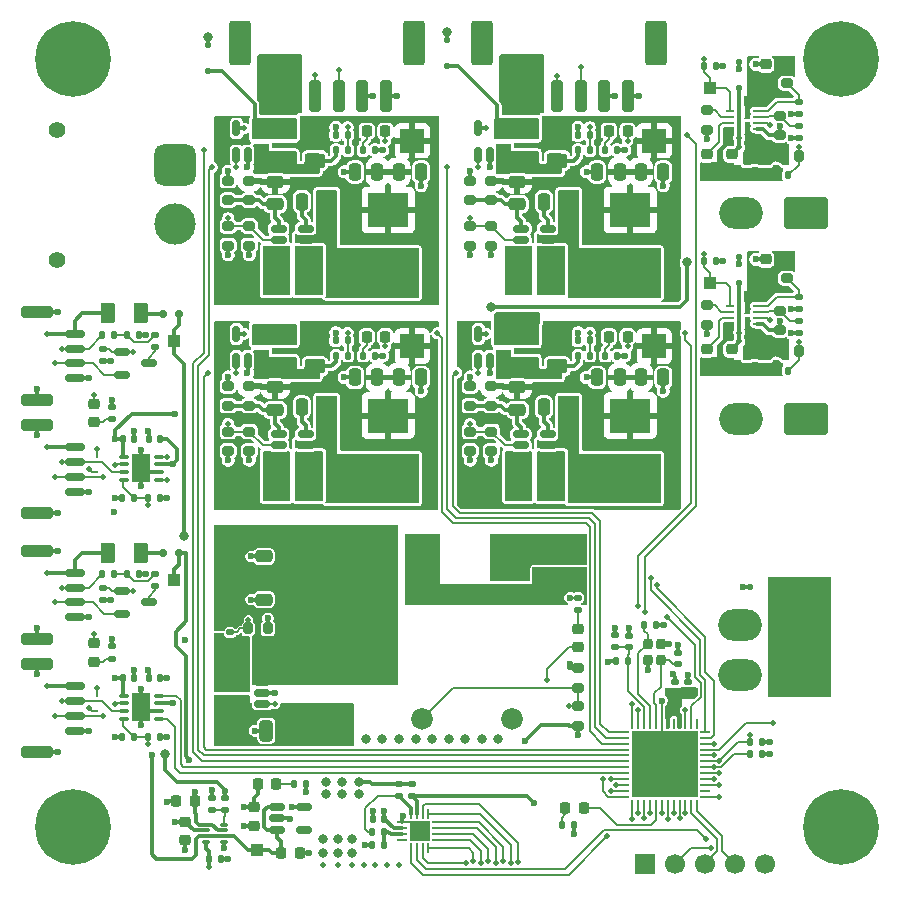
<source format=gbr>
%TF.GenerationSoftware,KiCad,Pcbnew,9.0.5*%
%TF.CreationDate,2025-12-30T00:31:23-08:00*%
%TF.ProjectId,vrb,7672622e-6b69-4636-9164-5f7063625858,rev?*%
%TF.SameCoordinates,Original*%
%TF.FileFunction,Copper,L1,Top*%
%TF.FilePolarity,Positive*%
%FSLAX46Y46*%
G04 Gerber Fmt 4.6, Leading zero omitted, Abs format (unit mm)*
G04 Created by KiCad (PCBNEW 9.0.5) date 2025-12-30 00:31:23*
%MOMM*%
%LPD*%
G01*
G04 APERTURE LIST*
G04 Aperture macros list*
%AMRoundRect*
0 Rectangle with rounded corners*
0 $1 Rounding radius*
0 $2 $3 $4 $5 $6 $7 $8 $9 X,Y pos of 4 corners*
0 Add a 4 corners polygon primitive as box body*
4,1,4,$2,$3,$4,$5,$6,$7,$8,$9,$2,$3,0*
0 Add four circle primitives for the rounded corners*
1,1,$1+$1,$2,$3*
1,1,$1+$1,$4,$5*
1,1,$1+$1,$6,$7*
1,1,$1+$1,$8,$9*
0 Add four rect primitives between the rounded corners*
20,1,$1+$1,$2,$3,$4,$5,0*
20,1,$1+$1,$4,$5,$6,$7,0*
20,1,$1+$1,$6,$7,$8,$9,0*
20,1,$1+$1,$8,$9,$2,$3,0*%
G04 Aperture macros list end*
%TA.AperFunction,SMDPad,CuDef*%
%ADD10RoundRect,0.218750X-0.218750X-0.256250X0.218750X-0.256250X0.218750X0.256250X-0.218750X0.256250X0*%
%TD*%
%TA.AperFunction,ComponentPad*%
%ADD11C,3.600000*%
%TD*%
%TA.AperFunction,ConnectorPad*%
%ADD12C,6.400000*%
%TD*%
%TA.AperFunction,SMDPad,CuDef*%
%ADD13RoundRect,0.250000X0.250000X1.100000X-0.250000X1.100000X-0.250000X-1.100000X0.250000X-1.100000X0*%
%TD*%
%TA.AperFunction,SMDPad,CuDef*%
%ADD14RoundRect,0.250000X0.650000X1.650000X-0.650000X1.650000X-0.650000X-1.650000X0.650000X-1.650000X0*%
%TD*%
%TA.AperFunction,SMDPad,CuDef*%
%ADD15RoundRect,0.150000X-0.150000X-0.200000X0.150000X-0.200000X0.150000X0.200000X-0.150000X0.200000X0*%
%TD*%
%TA.AperFunction,SMDPad,CuDef*%
%ADD16RoundRect,0.200000X-0.275000X0.200000X-0.275000X-0.200000X0.275000X-0.200000X0.275000X0.200000X0*%
%TD*%
%TA.AperFunction,SMDPad,CuDef*%
%ADD17RoundRect,0.135000X0.135000X0.185000X-0.135000X0.185000X-0.135000X-0.185000X0.135000X-0.185000X0*%
%TD*%
%TA.AperFunction,SMDPad,CuDef*%
%ADD18RoundRect,0.250000X-0.475000X0.250000X-0.475000X-0.250000X0.475000X-0.250000X0.475000X0.250000X0*%
%TD*%
%TA.AperFunction,SMDPad,CuDef*%
%ADD19R,1.000000X1.000000*%
%TD*%
%TA.AperFunction,SMDPad,CuDef*%
%ADD20RoundRect,0.135000X0.185000X-0.135000X0.185000X0.135000X-0.185000X0.135000X-0.185000X-0.135000X0*%
%TD*%
%TA.AperFunction,SMDPad,CuDef*%
%ADD21RoundRect,0.135000X-0.135000X-0.185000X0.135000X-0.185000X0.135000X0.185000X-0.135000X0.185000X0*%
%TD*%
%TA.AperFunction,SMDPad,CuDef*%
%ADD22RoundRect,0.125000X0.125000X-0.125000X0.125000X0.125000X-0.125000X0.125000X-0.125000X-0.125000X0*%
%TD*%
%TA.AperFunction,SMDPad,CuDef*%
%ADD23RoundRect,0.250000X0.625000X-0.312500X0.625000X0.312500X-0.625000X0.312500X-0.625000X-0.312500X0*%
%TD*%
%TA.AperFunction,SMDPad,CuDef*%
%ADD24RoundRect,0.140000X0.170000X-0.140000X0.170000X0.140000X-0.170000X0.140000X-0.170000X-0.140000X0*%
%TD*%
%TA.AperFunction,SMDPad,CuDef*%
%ADD25RoundRect,0.150000X0.150000X-0.512500X0.150000X0.512500X-0.150000X0.512500X-0.150000X-0.512500X0*%
%TD*%
%TA.AperFunction,SMDPad,CuDef*%
%ADD26RoundRect,0.135000X-0.185000X0.135000X-0.185000X-0.135000X0.185000X-0.135000X0.185000X0.135000X0*%
%TD*%
%TA.AperFunction,SMDPad,CuDef*%
%ADD27RoundRect,0.200000X0.275000X-0.200000X0.275000X0.200000X-0.275000X0.200000X-0.275000X-0.200000X0*%
%TD*%
%TA.AperFunction,SMDPad,CuDef*%
%ADD28RoundRect,0.250000X-0.250000X-0.475000X0.250000X-0.475000X0.250000X0.475000X-0.250000X0.475000X0*%
%TD*%
%TA.AperFunction,SMDPad,CuDef*%
%ADD29RoundRect,0.250000X-0.325000X-0.650000X0.325000X-0.650000X0.325000X0.650000X-0.325000X0.650000X0*%
%TD*%
%TA.AperFunction,SMDPad,CuDef*%
%ADD30RoundRect,0.140000X-0.140000X-0.170000X0.140000X-0.170000X0.140000X0.170000X-0.140000X0.170000X0*%
%TD*%
%TA.AperFunction,SMDPad,CuDef*%
%ADD31RoundRect,0.200000X-0.200000X-0.275000X0.200000X-0.275000X0.200000X0.275000X-0.200000X0.275000X0*%
%TD*%
%TA.AperFunction,SMDPad,CuDef*%
%ADD32RoundRect,0.150000X-0.700000X0.150000X-0.700000X-0.150000X0.700000X-0.150000X0.700000X0.150000X0*%
%TD*%
%TA.AperFunction,SMDPad,CuDef*%
%ADD33RoundRect,0.250000X-1.100000X0.250000X-1.100000X-0.250000X1.100000X-0.250000X1.100000X0.250000X0*%
%TD*%
%TA.AperFunction,SMDPad,CuDef*%
%ADD34RoundRect,0.075000X0.350000X0.075000X-0.350000X0.075000X-0.350000X-0.075000X0.350000X-0.075000X0*%
%TD*%
%TA.AperFunction,HeatsinkPad*%
%ADD35R,1.600000X2.400000*%
%TD*%
%TA.AperFunction,SMDPad,CuDef*%
%ADD36R,2.000000X2.000000*%
%TD*%
%TA.AperFunction,SMDPad,CuDef*%
%ADD37RoundRect,0.218750X-0.256250X0.218750X-0.256250X-0.218750X0.256250X-0.218750X0.256250X0.218750X0*%
%TD*%
%TA.AperFunction,SMDPad,CuDef*%
%ADD38RoundRect,0.150000X-0.512500X-0.150000X0.512500X-0.150000X0.512500X0.150000X-0.512500X0.150000X0*%
%TD*%
%TA.AperFunction,SMDPad,CuDef*%
%ADD39RoundRect,0.250000X0.250000X0.475000X-0.250000X0.475000X-0.250000X-0.475000X0.250000X-0.475000X0*%
%TD*%
%TA.AperFunction,SMDPad,CuDef*%
%ADD40R,0.280000X0.200000*%
%TD*%
%TA.AperFunction,SMDPad,CuDef*%
%ADD41RoundRect,0.225000X-0.250000X0.225000X-0.250000X-0.225000X0.250000X-0.225000X0.250000X0.225000X0*%
%TD*%
%TA.AperFunction,SMDPad,CuDef*%
%ADD42RoundRect,0.140000X0.140000X0.170000X-0.140000X0.170000X-0.140000X-0.170000X0.140000X-0.170000X0*%
%TD*%
%TA.AperFunction,ComponentPad*%
%ADD43RoundRect,0.250001X-1.599999X1.099999X-1.599999X-1.099999X1.599999X-1.099999X1.599999X1.099999X0*%
%TD*%
%TA.AperFunction,ComponentPad*%
%ADD44O,3.700000X2.700000*%
%TD*%
%TA.AperFunction,SMDPad,CuDef*%
%ADD45RoundRect,0.250000X-0.625000X0.375000X-0.625000X-0.375000X0.625000X-0.375000X0.625000X0.375000X0*%
%TD*%
%TA.AperFunction,SMDPad,CuDef*%
%ADD46RoundRect,0.062500X-0.062500X0.375000X-0.062500X-0.375000X0.062500X-0.375000X0.062500X0.375000X0*%
%TD*%
%TA.AperFunction,SMDPad,CuDef*%
%ADD47RoundRect,0.062500X-0.375000X0.062500X-0.375000X-0.062500X0.375000X-0.062500X0.375000X0.062500X0*%
%TD*%
%TA.AperFunction,HeatsinkPad*%
%ADD48R,5.600000X5.600000*%
%TD*%
%TA.AperFunction,SMDPad,CuDef*%
%ADD49RoundRect,0.225000X0.250000X-0.225000X0.250000X0.225000X-0.250000X0.225000X-0.250000X-0.225000X0*%
%TD*%
%TA.AperFunction,SMDPad,CuDef*%
%ADD50RoundRect,0.125000X0.125000X0.125000X-0.125000X0.125000X-0.125000X-0.125000X0.125000X-0.125000X0*%
%TD*%
%TA.AperFunction,SMDPad,CuDef*%
%ADD51R,3.500000X2.950000*%
%TD*%
%TA.AperFunction,SMDPad,CuDef*%
%ADD52RoundRect,0.218750X0.218750X0.256250X-0.218750X0.256250X-0.218750X-0.256250X0.218750X-0.256250X0*%
%TD*%
%TA.AperFunction,SMDPad,CuDef*%
%ADD53RoundRect,0.218750X0.256250X-0.218750X0.256250X0.218750X-0.256250X0.218750X-0.256250X-0.218750X0*%
%TD*%
%TA.AperFunction,SMDPad,CuDef*%
%ADD54RoundRect,0.250000X-0.375000X-0.625000X0.375000X-0.625000X0.375000X0.625000X-0.375000X0.625000X0*%
%TD*%
%TA.AperFunction,SMDPad,CuDef*%
%ADD55RoundRect,0.050000X0.285000X0.100000X-0.285000X0.100000X-0.285000X-0.100000X0.285000X-0.100000X0*%
%TD*%
%TA.AperFunction,SMDPad,CuDef*%
%ADD56RoundRect,0.100000X0.100000X-0.425000X0.100000X0.425000X-0.100000X0.425000X-0.100000X-0.425000X0*%
%TD*%
%TA.AperFunction,SMDPad,CuDef*%
%ADD57RoundRect,0.050000X0.250000X-0.050000X0.250000X0.050000X-0.250000X0.050000X-0.250000X-0.050000X0*%
%TD*%
%TA.AperFunction,ComponentPad*%
%ADD58R,1.700000X1.700000*%
%TD*%
%TA.AperFunction,ComponentPad*%
%ADD59C,1.700000*%
%TD*%
%TA.AperFunction,SMDPad,CuDef*%
%ADD60RoundRect,0.225000X0.225000X0.250000X-0.225000X0.250000X-0.225000X-0.250000X0.225000X-0.250000X0*%
%TD*%
%TA.AperFunction,SMDPad,CuDef*%
%ADD61RoundRect,0.062500X0.355000X0.062500X-0.355000X0.062500X-0.355000X-0.062500X0.355000X-0.062500X0*%
%TD*%
%TA.AperFunction,SMDPad,CuDef*%
%ADD62RoundRect,0.062500X0.062500X0.355000X-0.062500X0.355000X-0.062500X-0.355000X0.062500X-0.355000X0*%
%TD*%
%TA.AperFunction,HeatsinkPad*%
%ADD63R,1.680000X1.680000*%
%TD*%
%TA.AperFunction,SMDPad,CuDef*%
%ADD64RoundRect,0.200000X0.200000X-0.250000X0.200000X0.250000X-0.200000X0.250000X-0.200000X-0.250000X0*%
%TD*%
%TA.AperFunction,SMDPad,CuDef*%
%ADD65RoundRect,0.150000X0.512500X0.150000X-0.512500X0.150000X-0.512500X-0.150000X0.512500X-0.150000X0*%
%TD*%
%TA.AperFunction,ComponentPad*%
%ADD66R,1.830000X1.830000*%
%TD*%
%TA.AperFunction,ComponentPad*%
%ADD67C,1.830000*%
%TD*%
%TA.AperFunction,ComponentPad*%
%ADD68C,2.655000*%
%TD*%
%TA.AperFunction,SMDPad,CuDef*%
%ADD69RoundRect,0.225000X-0.225000X-0.250000X0.225000X-0.250000X0.225000X0.250000X-0.225000X0.250000X0*%
%TD*%
%TA.AperFunction,SMDPad,CuDef*%
%ADD70RoundRect,0.250000X0.312500X0.625000X-0.312500X0.625000X-0.312500X-0.625000X0.312500X-0.625000X0*%
%TD*%
%TA.AperFunction,ComponentPad*%
%ADD71C,1.400000*%
%TD*%
%TA.AperFunction,ComponentPad*%
%ADD72RoundRect,0.770000X0.980000X-0.980000X0.980000X0.980000X-0.980000X0.980000X-0.980000X-0.980000X0*%
%TD*%
%TA.AperFunction,ComponentPad*%
%ADD73C,3.500000*%
%TD*%
%TA.AperFunction,ViaPad*%
%ADD74C,0.500000*%
%TD*%
%TA.AperFunction,ViaPad*%
%ADD75C,0.600000*%
%TD*%
%TA.AperFunction,ViaPad*%
%ADD76C,0.800000*%
%TD*%
%TA.AperFunction,Conductor*%
%ADD77C,0.150000*%
%TD*%
%TA.AperFunction,Conductor*%
%ADD78C,0.350000*%
%TD*%
%TA.AperFunction,Conductor*%
%ADD79C,0.300000*%
%TD*%
%TA.AperFunction,Conductor*%
%ADD80C,0.200000*%
%TD*%
G04 APERTURE END LIST*
D10*
%TO.P,D4,1,K*%
%TO.N,Net-(D4-K)*%
X102875000Y-71100000D03*
%TO.P,D4,2,A*%
%TO.N,/FMU1_STATUS*%
X104450000Y-71100000D03*
%TD*%
D11*
%TO.P,H3,1,1*%
%TO.N,GND*%
X143000000Y-130000000D03*
D12*
X143000000Y-130000000D03*
%TD*%
D13*
%TO.P,J6,1,Pin_1*%
%TO.N,/FMU2_VOUT*%
X124975000Y-68100000D03*
%TO.P,J6,2,Pin_2*%
X122975000Y-68100000D03*
%TO.P,J6,3,Pin_3*%
%TO.N,/I2C3_SCL_SMBUS*%
X120975000Y-68100000D03*
%TO.P,J6,4,Pin_4*%
%TO.N,/I2C3_SDA_SMBUS*%
X118975000Y-68100000D03*
%TO.P,J6,5,Pin_5*%
%TO.N,GND*%
X116975000Y-68100000D03*
%TO.P,J6,6,Pin_6*%
X114975000Y-68100000D03*
D14*
%TO.P,J6,MP,MountPin*%
X127325000Y-63650000D03*
X112625000Y-63650000D03*
%TD*%
D15*
%TO.P,D19,1,K*%
%TO.N,VBUS1*%
X86986842Y-86542000D03*
%TO.P,D19,2,A*%
%TO.N,Net-(D19-A)*%
X85586842Y-86542000D03*
%TD*%
D16*
%TO.P,R64,1*%
%TO.N,/FMU2_VOUT*%
X138450000Y-65392500D03*
%TO.P,R64,2*%
%TO.N,Net-(U15-PR1)*%
X138450000Y-67042500D03*
%TD*%
D17*
%TO.P,R56,1*%
%TO.N,+3V3*%
X132460000Y-82120000D03*
%TO.P,R56,2*%
%TO.N,/TELEM_STATUS*%
X131440000Y-82120000D03*
%TD*%
D18*
%TO.P,C6,1*%
%TO.N,Net-(C6-Pad1)*%
X95125000Y-75380000D03*
%TO.P,C6,2*%
%TO.N,Net-(U3-FB)*%
X95125000Y-77280000D03*
%TD*%
D19*
%TO.P,TP5,1,1*%
%TO.N,VBUS2*%
X86581842Y-109070000D03*
%TD*%
D20*
%TO.P,R50,1*%
%TO.N,Net-(D11-K)*%
X120750000Y-111610000D03*
%TO.P,R50,2*%
%TO.N,GND*%
X120750000Y-110590000D03*
%TD*%
D21*
%TO.P,R24,1*%
%TO.N,/Radio Domain/ISENSE+*%
X120755000Y-90100000D03*
%TO.P,R24,2*%
%TO.N,/RADIO_VSENSE*%
X121775000Y-90100000D03*
%TD*%
D22*
%TO.P,D13,1,K*%
%TO.N,/RC Radio/VOUT*%
X134400000Y-67437500D03*
%TO.P,D13,2,A*%
%TO.N,GND*%
X134400000Y-65237500D03*
%TD*%
D21*
%TO.P,R16,1*%
%TO.N,/FMU 2 Domain/ISENSE+*%
X120755000Y-72700000D03*
%TO.P,R16,2*%
%TO.N,/FMU2_VSENSE*%
X121775000Y-72700000D03*
%TD*%
D23*
%TO.P,R23,1*%
%TO.N,/Radio Domain/ISENSE+*%
X116475000Y-91062500D03*
%TO.P,R23,2*%
%TO.N,/RADIO_VOUT*%
X116475000Y-88137500D03*
%TD*%
D24*
%TO.P,C39,1*%
%TO.N,+3V3*%
X130100000Y-118660000D03*
%TO.P,C39,2*%
%TO.N,GND*%
X130100000Y-117700000D03*
%TD*%
D25*
%TO.P,U4,1*%
%TO.N,/FMU1_ISENSE*%
X91825000Y-73137500D03*
%TO.P,U4,2,GND*%
%TO.N,GND*%
X92775000Y-73137500D03*
%TO.P,U4,3,+*%
%TO.N,/FMU 1 Domain/ISENSE+*%
X93725000Y-73137500D03*
%TO.P,U4,4,-*%
%TO.N,/FMU1_VOUT*%
X93725000Y-70862500D03*
%TO.P,U4,5,V+*%
%TO.N,+BATT*%
X91825000Y-70862500D03*
%TD*%
D22*
%TO.P,D12,1,K*%
%TO.N,/Telemetry Radio/VOUT*%
X134400000Y-83950000D03*
%TO.P,D12,2,A*%
%TO.N,GND*%
X134400000Y-81750000D03*
%TD*%
D26*
%TO.P,R74,1*%
%TO.N,VBUS1*%
X90885000Y-127535000D03*
%TO.P,R74,2*%
%TO.N,Net-(U18-PR1)*%
X90885000Y-128555000D03*
%TD*%
D13*
%TO.P,J5,1,Pin_1*%
%TO.N,/FMU1_VOUT*%
X104475000Y-68100000D03*
%TO.P,J5,2,Pin_2*%
X102475000Y-68100000D03*
%TO.P,J5,3,Pin_3*%
%TO.N,/I2C3_SCL_SMBUS*%
X100475000Y-68100000D03*
%TO.P,J5,4,Pin_4*%
%TO.N,/I2C3_SDA_SMBUS*%
X98475000Y-68100000D03*
%TO.P,J5,5,Pin_5*%
%TO.N,GND*%
X96475000Y-68100000D03*
%TO.P,J5,6,Pin_6*%
X94475000Y-68100000D03*
D14*
%TO.P,J5,MP,MountPin*%
X106825000Y-63650000D03*
X92125000Y-63650000D03*
%TD*%
D27*
%TO.P,R10,1*%
%TO.N,Net-(U3-FB)*%
X91125000Y-76935000D03*
%TO.P,R10,2*%
%TO.N,GND*%
X91125000Y-75285000D03*
%TD*%
D28*
%TO.P,C7,1*%
%TO.N,Net-(C6-Pad1)*%
X105575000Y-74550000D03*
%TO.P,C7,2*%
%TO.N,GND*%
X107475000Y-74550000D03*
%TD*%
D16*
%TO.P,R55,1*%
%TO.N,Net-(U14-ILIM)*%
X131650000Y-85825000D03*
%TO.P,R55,2*%
%TO.N,GND*%
X131650000Y-87475000D03*
%TD*%
D29*
%TO.P,C27,1*%
%TO.N,+BATT*%
X91406474Y-121850000D03*
%TO.P,C27,2*%
%TO.N,GND*%
X94356474Y-121850000D03*
%TD*%
D10*
%TO.P,D6,1,K*%
%TO.N,Net-(D6-K)*%
X123375000Y-88500000D03*
%TO.P,D6,2,A*%
%TO.N,/RADIO_STATUS*%
X124950000Y-88500000D03*
%TD*%
D24*
%TO.P,C57,1*%
%TO.N,/nRST*%
X125050000Y-114780000D03*
%TO.P,C57,2*%
%TO.N,GND*%
X125050000Y-113820000D03*
%TD*%
D30*
%TO.P,C25,1*%
%TO.N,+3V3*%
X82212500Y-97156000D03*
%TO.P,C25,2*%
%TO.N,GND*%
X83172500Y-97156000D03*
%TD*%
D31*
%TO.P,R48,1*%
%TO.N,/CM_VSENSE*%
X92850000Y-113200000D03*
%TO.P,R48,2*%
%TO.N,GND*%
X94500000Y-113200000D03*
%TD*%
D27*
%TO.P,R21,1*%
%TO.N,+3V3*%
X113425000Y-80775000D03*
%TO.P,R21,2*%
%TO.N,/FMU2_EN*%
X113425000Y-79125000D03*
%TD*%
D32*
%TO.P,J9,1,Pin_1*%
%TO.N,/CANFD 1 (Primary)/VIN*%
X78180000Y-97856000D03*
%TO.P,J9,2,Pin_2*%
%TO.N,/CANFD 1 (Primary)/FDCAN_P*%
X78180000Y-99106000D03*
%TO.P,J9,3,Pin_3*%
%TO.N,/CANFD 1 (Primary)/FDCAN_N*%
X78180000Y-100356000D03*
%TO.P,J9,4,Pin_4*%
%TO.N,GND*%
X78180000Y-101606000D03*
D33*
%TO.P,J9,MP,MountPin*%
X74980000Y-96006000D03*
X74980000Y-103456000D03*
%TD*%
D27*
%TO.P,R34,1*%
%TO.N,Net-(U9-FB)*%
X91125000Y-94335000D03*
%TO.P,R34,2*%
%TO.N,GND*%
X91125000Y-92685000D03*
%TD*%
D17*
%TO.P,R47,1*%
%TO.N,+3V3*%
X136310000Y-123800000D03*
%TO.P,R47,2*%
%TO.N,/I2C3_SCL_SMBUS*%
X135290000Y-123800000D03*
%TD*%
D24*
%TO.P,C38,1*%
%TO.N,+3V3*%
X129000000Y-118660000D03*
%TO.P,C38,2*%
%TO.N,GND*%
X129000000Y-117700000D03*
%TD*%
D34*
%TO.P,U2,1,TXD*%
%TO.N,/FDCAN2_TX*%
X85242500Y-120850000D03*
%TO.P,U2,2,GND*%
%TO.N,GND*%
X85242500Y-120200000D03*
%TO.P,U2,3,VCC*%
%TO.N,+5V*%
X85242500Y-119550000D03*
%TO.P,U2,4,RXD*%
%TO.N,/FDCAN2_RX*%
X85242500Y-118900000D03*
%TO.P,U2,5,VIO*%
%TO.N,+3V3*%
X82342500Y-118900000D03*
%TO.P,U2,6,CANL*%
%TO.N,/CANFD 2 (Redundant)/FDCAN_N*%
X82342500Y-119550000D03*
%TO.P,U2,7,CANH*%
%TO.N,/CANFD 2 (Redundant)/FDCAN_P*%
X82342500Y-120200000D03*
%TO.P,U2,8,S*%
%TO.N,/CAN2_SILENT*%
X82342500Y-120850000D03*
D35*
%TO.P,U2,9,GND*%
%TO.N,GND*%
X83792500Y-119875000D03*
%TD*%
D36*
%TO.P,TP2,1,1*%
%TO.N,Net-(C11-Pad1)*%
X127225000Y-71900000D03*
%TD*%
D26*
%TO.P,R67,1*%
%TO.N,Net-(U15-PR1)*%
X139450000Y-68612500D03*
%TO.P,R67,2*%
%TO.N,GND*%
X139450000Y-69632500D03*
%TD*%
%TO.P,R53,1*%
%TO.N,Net-(U14-PR1)*%
X139450000Y-85125000D03*
%TO.P,R53,2*%
%TO.N,GND*%
X139450000Y-86145000D03*
%TD*%
D28*
%TO.P,C14,1*%
%TO.N,Net-(U7-CB)*%
X117875000Y-94450000D03*
%TO.P,C14,2*%
%TO.N,Net-(U7-SW)*%
X119775000Y-94450000D03*
%TD*%
D18*
%TO.P,C21,1*%
%TO.N,Net-(C21-Pad1)*%
X95125000Y-92780000D03*
%TO.P,C21,2*%
%TO.N,Net-(U9-FB)*%
X95125000Y-94680000D03*
%TD*%
D25*
%TO.P,U8,1*%
%TO.N,/RADIO_ISENSE*%
X112325000Y-90537500D03*
%TO.P,U8,2,GND*%
%TO.N,GND*%
X113275000Y-90537500D03*
%TO.P,U8,3,+*%
%TO.N,/Radio Domain/ISENSE+*%
X114225000Y-90537500D03*
%TO.P,U8,4,-*%
%TO.N,/RADIO_VOUT*%
X114225000Y-88262500D03*
%TO.P,U8,5,V+*%
%TO.N,+BATT*%
X112325000Y-88262500D03*
%TD*%
D37*
%TO.P,D11,1,K*%
%TO.N,Net-(D11-K)*%
X120751474Y-113212500D03*
%TO.P,D11,2,A*%
%TO.N,/CM_STATUS*%
X120751474Y-114787500D03*
%TD*%
D29*
%TO.P,C15,1*%
%TO.N,+BATT*%
X115575000Y-101200000D03*
%TO.P,C15,2*%
%TO.N,GND*%
X118525000Y-101200000D03*
%TD*%
D38*
%TO.P,U3,1,FB*%
%TO.N,Net-(U3-FB)*%
X95412500Y-79350000D03*
%TO.P,U3,2,EN*%
%TO.N,/FMU1_EN*%
X95412500Y-80300000D03*
%TO.P,U3,3,VIN*%
%TO.N,+BATT*%
X95412500Y-81250000D03*
%TO.P,U3,4,GND*%
%TO.N,GND*%
X97687500Y-81250000D03*
%TO.P,U3,5,SW*%
%TO.N,Net-(U3-SW)*%
X97687500Y-80300000D03*
%TO.P,U3,6,CB*%
%TO.N,Net-(U3-CB)*%
X97687500Y-79350000D03*
%TD*%
D20*
%TO.P,R49,1*%
%TO.N,Net-(D10-K)*%
X81280000Y-95498500D03*
%TO.P,R49,2*%
%TO.N,GND*%
X81280000Y-94478500D03*
%TD*%
D30*
%TO.P,C1,1*%
%TO.N,Net-(C1-Pad1)*%
X82600000Y-108600000D03*
%TO.P,C1,2*%
%TO.N,GND*%
X83560000Y-108600000D03*
%TD*%
D17*
%TO.P,R61,1*%
%TO.N,+3V3*%
X132460000Y-65607500D03*
%TO.P,R61,2*%
%TO.N,/RC_STATUS*%
X131440000Y-65607500D03*
%TD*%
D16*
%TO.P,R54,1*%
%TO.N,/RADIO_VOUT*%
X138450000Y-81905000D03*
%TO.P,R54,2*%
%TO.N,Net-(U14-PR1)*%
X138450000Y-83555000D03*
%TD*%
D20*
%TO.P,R6,1*%
%TO.N,Net-(D3-K)*%
X81280000Y-115742500D03*
%TO.P,R6,2*%
%TO.N,GND*%
X81280000Y-114722500D03*
%TD*%
D39*
%TO.P,C18,1*%
%TO.N,Net-(C16-Pad1)*%
X124275000Y-91950000D03*
%TO.P,C18,2*%
%TO.N,GND*%
X122375000Y-91950000D03*
%TD*%
D26*
%TO.P,R4,1*%
%TO.N,/CAN2_TERM*%
X80520000Y-109780000D03*
%TO.P,R4,2*%
%TO.N,GND*%
X80520000Y-110800000D03*
%TD*%
D27*
%TO.P,R58,1*%
%TO.N,/RADIO_VOUT*%
X137850000Y-87935000D03*
%TO.P,R58,2*%
%TO.N,/Telemetry Radio/OV1*%
X137850000Y-86285000D03*
%TD*%
D30*
%TO.P,C2,1*%
%TO.N,+3V3*%
X82212500Y-117400000D03*
%TO.P,C2,2*%
%TO.N,GND*%
X83172500Y-117400000D03*
%TD*%
D40*
%TO.P,D9,1,A1*%
%TO.N,GND*%
X79986842Y-99956000D03*
%TO.P,D9,2,A2*%
%TO.N,/CANFD 1 (Primary)/FDCAN_N*%
X79986842Y-100356000D03*
%TD*%
D27*
%TO.P,R29,1*%
%TO.N,+3V3*%
X113425000Y-98175000D03*
%TO.P,R29,2*%
%TO.N,/RADIO_EN*%
X113425000Y-96525000D03*
%TD*%
%TO.P,R18,1*%
%TO.N,Net-(U5-FB)*%
X111625000Y-76935000D03*
%TO.P,R18,2*%
%TO.N,GND*%
X111625000Y-75285000D03*
%TD*%
D41*
%TO.P,C45,1*%
%TO.N,VBUS2*%
X87485000Y-129570000D03*
%TO.P,C45,2*%
%TO.N,GND*%
X87485000Y-131120000D03*
%TD*%
D17*
%TO.P,R60,1*%
%TO.N,/Telemetry Radio/OV2*%
X138560000Y-91360000D03*
%TO.P,R60,2*%
%TO.N,GND*%
X137540000Y-91360000D03*
%TD*%
D42*
%TO.P,C44,1*%
%TO.N,+3V3*%
X104345000Y-129300000D03*
%TO.P,C44,2*%
%TO.N,GND*%
X103385000Y-129300000D03*
%TD*%
D10*
%TO.P,D20,1,K*%
%TO.N,Net-(D20-K)*%
X119650000Y-128400000D03*
%TO.P,D20,2,A*%
%TO.N,/FAULT*%
X121225000Y-128400000D03*
%TD*%
D38*
%TO.P,U7,1,FB*%
%TO.N,Net-(U7-FB)*%
X115912500Y-96750000D03*
%TO.P,U7,2,EN*%
%TO.N,/RADIO_EN*%
X115912500Y-97700000D03*
%TO.P,U7,3,VIN*%
%TO.N,+BATT*%
X115912500Y-98650000D03*
%TO.P,U7,4,GND*%
%TO.N,GND*%
X118187500Y-98650000D03*
%TO.P,U7,5,SW*%
%TO.N,Net-(U7-SW)*%
X118187500Y-97700000D03*
%TO.P,U7,6,CB*%
%TO.N,Net-(U7-CB)*%
X118187500Y-96750000D03*
%TD*%
D43*
%TO.P,J4,1,Pin_1*%
%TO.N,GND*%
X140050000Y-78000000D03*
D44*
%TO.P,J4,2,Pin_2*%
%TO.N,/RC Radio/VOUT*%
X134550000Y-78000000D03*
%TD*%
D45*
%TO.P,F5,1*%
%TO.N,Net-(C21-Pad1)*%
X98475000Y-88200000D03*
%TO.P,F5,2*%
%TO.N,/Radar Domain/ISENSE+*%
X98475000Y-91000000D03*
%TD*%
D19*
%TO.P,TP6,1,1*%
%TO.N,/TELEM_STATUS*%
X131950000Y-83950000D03*
%TD*%
%TO.P,TP7,1,1*%
%TO.N,/RC_STATUS*%
X131950000Y-67437500D03*
%TD*%
D43*
%TO.P,J10,1,Pin_1*%
%TO.N,/CM_VOUT*%
X140000000Y-112900000D03*
D44*
%TO.P,J10,2,Pin_2*%
X140000000Y-117100000D03*
%TO.P,J10,3,Pin_3*%
%TO.N,GND*%
X134500000Y-112900000D03*
%TO.P,J10,4,Pin_4*%
X134500000Y-117100000D03*
%TD*%
D28*
%TO.P,C17,1*%
%TO.N,Net-(C16-Pad1)*%
X126075000Y-91950000D03*
%TO.P,C17,2*%
%TO.N,GND*%
X127975000Y-91950000D03*
%TD*%
D18*
%TO.P,C29,1*%
%TO.N,/Compute Module Domain/ISENSE+*%
X94175000Y-108850000D03*
%TO.P,C29,2*%
%TO.N,GND*%
X94175000Y-110750000D03*
%TD*%
%TO.P,C11,1*%
%TO.N,Net-(C11-Pad1)*%
X115625000Y-75380000D03*
%TO.P,C11,2*%
%TO.N,Net-(U5-FB)*%
X115625000Y-77280000D03*
%TD*%
D41*
%TO.P,C34,1*%
%TO.N,/RADIO_VOUT*%
X135720000Y-73062500D03*
%TO.P,C34,2*%
%TO.N,GND*%
X135720000Y-74612500D03*
%TD*%
D16*
%TO.P,R14,1*%
%TO.N,/FMU1_EN*%
X91125000Y-79125000D03*
%TO.P,R14,2*%
%TO.N,GND*%
X91125000Y-80775000D03*
%TD*%
D27*
%TO.P,R13,1*%
%TO.N,+3V3*%
X92925000Y-80775000D03*
%TO.P,R13,2*%
%TO.N,/FMU1_EN*%
X92925000Y-79125000D03*
%TD*%
D18*
%TO.P,C16,1*%
%TO.N,Net-(C16-Pad1)*%
X115625000Y-92780000D03*
%TO.P,C16,2*%
%TO.N,Net-(U7-FB)*%
X115625000Y-94680000D03*
%TD*%
D27*
%TO.P,R51,1*%
%TO.N,+3V3*%
X120751474Y-121425000D03*
%TO.P,R51,2*%
%TO.N,/CM_EN*%
X120751474Y-119775000D03*
%TD*%
D28*
%TO.P,C9,1*%
%TO.N,Net-(U5-CB)*%
X117875000Y-77050000D03*
%TO.P,C9,2*%
%TO.N,Net-(U5-SW)*%
X119775000Y-77050000D03*
%TD*%
D38*
%TO.P,Q1,1,G*%
%TO.N,/CAN2_TERM*%
X82142500Y-110050000D03*
%TO.P,Q1,2,S*%
%TO.N,/CANFD 2 (Redundant)/FDCAN_N*%
X82142500Y-111950000D03*
%TO.P,Q1,3,D*%
%TO.N,Net-(Q1-D)*%
X84417500Y-111000000D03*
%TD*%
D16*
%TO.P,R9,1*%
%TO.N,Net-(C6-Pad1)*%
X92925000Y-75285000D03*
%TO.P,R9,2*%
%TO.N,Net-(U3-FB)*%
X92925000Y-76935000D03*
%TD*%
D46*
%TO.P,U1,1,PC13*%
%TO.N,unconnected-(U1-PC13-Pad1)*%
X130850000Y-121262500D03*
%TO.P,U1,2,PC14*%
%TO.N,/RADAR_STATUS*%
X130350000Y-121262500D03*
%TO.P,U1,3,PC15*%
%TO.N,/RADIO_STATUS*%
X129850000Y-121262500D03*
%TO.P,U1,4,VBAT*%
%TO.N,+3V3*%
X129350000Y-121262500D03*
%TO.P,U1,5,VREF+*%
%TO.N,unconnected-(U1-VREF+-Pad5)*%
X128850000Y-121262500D03*
%TO.P,U1,6,VDD*%
%TO.N,+3V3*%
X128350000Y-121262500D03*
%TO.P,U1,7,VSS*%
%TO.N,GND*%
X127850000Y-121262500D03*
%TO.P,U1,8,PF0*%
%TO.N,/XIN*%
X127350000Y-121262500D03*
%TO.P,U1,9,PF1*%
%TO.N,/XOUT*%
X126850000Y-121262500D03*
%TO.P,U1,10,PF2*%
%TO.N,/nRST*%
X126350000Y-121262500D03*
%TO.P,U1,11,PA0*%
%TO.N,/FMU2_VSENSE*%
X125850000Y-121262500D03*
%TO.P,U1,12,PA1*%
%TO.N,/RADIO_VSENSE*%
X125350000Y-121262500D03*
D47*
%TO.P,U1,13,PA2*%
%TO.N,/RADIO_ISENSE*%
X124662500Y-121950000D03*
%TO.P,U1,14,PA3*%
%TO.N,/FMU2_ISENSE*%
X124662500Y-122450000D03*
%TO.P,U1,15,PA4*%
%TO.N,/RADAR_VSENSE*%
X124662500Y-122950000D03*
%TO.P,U1,16,PA5*%
%TO.N,/RADAR_ISENSE*%
X124662500Y-123450000D03*
%TO.P,U1,17,PA6*%
%TO.N,/FMU1_ISENSE*%
X124662500Y-123950000D03*
%TO.P,U1,18,PA7*%
%TO.N,/FMU1_VSENSE*%
X124662500Y-124450000D03*
%TO.P,U1,19,PB0*%
%TO.N,/FDCAN2_RX*%
X124662500Y-124950000D03*
%TO.P,U1,20,PB1*%
%TO.N,/FDCAN2_TX*%
X124662500Y-125450000D03*
%TO.P,U1,21,PB2*%
%TO.N,/CM_EN*%
X124662500Y-125950000D03*
%TO.P,U1,22,PB10*%
%TO.N,/CM_ISENSE*%
X124662500Y-126450000D03*
%TO.P,U1,23,PB11*%
%TO.N,/CM_VSENSE*%
X124662500Y-126950000D03*
%TO.P,U1,24,PB12*%
%TO.N,/CM_STATUS*%
X124662500Y-127450000D03*
D46*
%TO.P,U1,25,PB13*%
%TO.N,/CAN1_SILENT*%
X125350000Y-128137500D03*
%TO.P,U1,26,PB14*%
%TO.N,/CAN1_STATUS*%
X125850000Y-128137500D03*
%TO.P,U1,27,PB15*%
%TO.N,/CAN1_TERM*%
X126350000Y-128137500D03*
%TO.P,U1,28,PA8*%
%TO.N,/RADAR_EN*%
X126850000Y-128137500D03*
%TO.P,U1,29,PA9/UCPD1_DBCC1*%
%TO.N,/FAULT*%
X127350000Y-128137500D03*
%TO.P,U1,30,PC6*%
%TO.N,/RADIO_EN*%
X127850000Y-128137500D03*
%TO.P,U1,31,PC7*%
%TO.N,/FMU1_EN*%
X128350000Y-128137500D03*
%TO.P,U1,32,PA10/UCPD1_DBCC2*%
%TO.N,/FMU1_STATUS*%
X128850000Y-128137500D03*
%TO.P,U1,33,PA9/PA11*%
%TO.N,/FMU2_EN*%
X129350000Y-128137500D03*
%TO.P,U1,34,PA10/PA12*%
%TO.N,/FMU2_STATUS*%
X129850000Y-128137500D03*
%TO.P,U1,35,PA13*%
%TO.N,/SWDIO*%
X130350000Y-128137500D03*
%TO.P,U1,36,PA14*%
%TO.N,/SWCLK*%
X130850000Y-128137500D03*
D47*
%TO.P,U1,37,PA15*%
%TO.N,/CAN2_SILENT*%
X131537500Y-127450000D03*
%TO.P,U1,38,PD0*%
%TO.N,unconnected-(U1-PD0-Pad38)*%
X131537500Y-126950000D03*
%TO.P,U1,39,PD1*%
%TO.N,/REG_STATUS*%
X131537500Y-126450000D03*
%TO.P,U1,40,PD2*%
%TO.N,/TELEM_STATUS*%
X131537500Y-125950000D03*
%TO.P,U1,41,PD3*%
%TO.N,/RC_STATUS*%
X131537500Y-125450000D03*
%TO.P,U1,42,PB3*%
%TO.N,/I2C3_SCL_SMBUS*%
X131537500Y-124950000D03*
%TO.P,U1,43,PB4*%
%TO.N,/I2C3_SDA_SMBUS*%
X131537500Y-124450000D03*
%TO.P,U1,44,PB5*%
%TO.N,/CAN2_STATUS*%
X131537500Y-123950000D03*
%TO.P,U1,45,PB6*%
%TO.N,/USART1_TX_DEBUG*%
X131537500Y-123450000D03*
%TO.P,U1,46,PB7*%
%TO.N,/CAN2_TERM*%
X131537500Y-122950000D03*
%TO.P,U1,47,PB8*%
%TO.N,/FDCAN1_RX*%
X131537500Y-122450000D03*
%TO.P,U1,48,PB9*%
%TO.N,/FDCAN1_TX*%
X131537500Y-121950000D03*
D48*
%TO.P,U1,49,VSS*%
%TO.N,GND*%
X128100000Y-124700000D03*
%TD*%
D16*
%TO.P,R33,1*%
%TO.N,Net-(C21-Pad1)*%
X92925000Y-92685000D03*
%TO.P,R33,2*%
%TO.N,Net-(U9-FB)*%
X92925000Y-94335000D03*
%TD*%
D41*
%TO.P,C36,1*%
%TO.N,/RC Radio/VOUT*%
X133780000Y-73062500D03*
%TO.P,C36,2*%
%TO.N,GND*%
X133780000Y-74612500D03*
%TD*%
D40*
%TO.P,D1,1,A1*%
%TO.N,GND*%
X79986842Y-118950000D03*
%TO.P,D1,2,A2*%
%TO.N,/CANFD 2 (Redundant)/FDCAN_P*%
X79986842Y-119350000D03*
%TD*%
D16*
%TO.P,R30,1*%
%TO.N,/RADIO_EN*%
X111625000Y-96525000D03*
%TO.P,R30,2*%
%TO.N,GND*%
X111625000Y-98175000D03*
%TD*%
D49*
%TO.P,C30,1*%
%TO.N,/RADIO_VOUT*%
X136650000Y-83505000D03*
%TO.P,C30,2*%
%TO.N,GND*%
X136650000Y-81955000D03*
%TD*%
D16*
%TO.P,R17,1*%
%TO.N,Net-(C11-Pad1)*%
X113425000Y-75285000D03*
%TO.P,R17,2*%
%TO.N,Net-(U5-FB)*%
X113425000Y-76935000D03*
%TD*%
D31*
%TO.P,R59,1*%
%TO.N,/RADAR_VOUT*%
X137775000Y-89735000D03*
%TO.P,R59,2*%
%TO.N,/Telemetry Radio/OV2*%
X139425000Y-89735000D03*
%TD*%
D27*
%TO.P,R62,1*%
%TO.N,/FMU2_VOUT*%
X137850000Y-71422500D03*
%TO.P,R62,2*%
%TO.N,/RC Radio/OV1*%
X137850000Y-69772500D03*
%TD*%
D21*
%TO.P,R70,1*%
%TO.N,Net-(D18-K)*%
X96740000Y-126370000D03*
%TO.P,R70,2*%
%TO.N,GND*%
X97760000Y-126370000D03*
%TD*%
D19*
%TO.P,TP9,1,1*%
%TO.N,+5V*%
X93600000Y-131930000D03*
%TD*%
D26*
%TO.P,R44,1*%
%TO.N,/Compute Module Domain/ISENSE+*%
X91300000Y-112490000D03*
%TO.P,R44,2*%
%TO.N,/CM_VSENSE*%
X91300000Y-113510000D03*
%TD*%
D21*
%TO.P,R39,1*%
%TO.N,/CANFD 1 (Primary)/FDCAN_P*%
X80470000Y-88356000D03*
%TO.P,R39,2*%
%TO.N,Net-(C24-Pad1)*%
X81490000Y-88356000D03*
%TD*%
D17*
%TO.P,R66,1*%
%TO.N,/RC Radio/OV2*%
X138560000Y-74847500D03*
%TO.P,R66,2*%
%TO.N,GND*%
X137540000Y-74847500D03*
%TD*%
D50*
%TO.P,D14,1,K*%
%TO.N,/CM_VOUT*%
X137500000Y-109700000D03*
%TO.P,D14,2,A*%
%TO.N,GND*%
X135300000Y-109700000D03*
%TD*%
D49*
%TO.P,C33,1*%
%TO.N,/FMU2_VOUT*%
X136650000Y-66992500D03*
%TO.P,C33,2*%
%TO.N,GND*%
X136650000Y-65442500D03*
%TD*%
D21*
%TO.P,R46,1*%
%TO.N,/CAN1_SILENT*%
X84362500Y-102156000D03*
%TO.P,R46,2*%
%TO.N,GND*%
X85382500Y-102156000D03*
%TD*%
D45*
%TO.P,F2,1*%
%TO.N,Net-(C6-Pad1)*%
X98475000Y-70800000D03*
%TO.P,F2,2*%
%TO.N,/FMU 1 Domain/ISENSE+*%
X98475000Y-73600000D03*
%TD*%
D21*
%TO.P,R12,1*%
%TO.N,Net-(D4-K)*%
X102562500Y-72700000D03*
%TO.P,R12,2*%
%TO.N,GND*%
X103582500Y-72700000D03*
%TD*%
D41*
%TO.P,C31,1*%
%TO.N,/RADAR_VOUT*%
X135720000Y-89575000D03*
%TO.P,C31,2*%
%TO.N,GND*%
X135720000Y-91125000D03*
%TD*%
D40*
%TO.P,D2,1,A1*%
%TO.N,GND*%
X79986842Y-120200000D03*
%TO.P,D2,2,A2*%
%TO.N,/CANFD 2 (Redundant)/FDCAN_N*%
X79986842Y-120600000D03*
%TD*%
D28*
%TO.P,C19,1*%
%TO.N,Net-(U9-CB)*%
X97375000Y-94450000D03*
%TO.P,C19,2*%
%TO.N,Net-(U9-SW)*%
X99275000Y-94450000D03*
%TD*%
D17*
%TO.P,R77,1*%
%TO.N,VBUS1*%
X90520000Y-132700000D03*
%TO.P,R77,2*%
%TO.N,/REG_STATUS*%
X89500000Y-132700000D03*
%TD*%
D51*
%TO.P,L4,1,1*%
%TO.N,Net-(U9-SW)*%
X104675000Y-100625000D03*
%TO.P,L4,2,2*%
%TO.N,Net-(C21-Pad1)*%
X104675000Y-95175000D03*
%TD*%
D52*
%TO.P,D18,1,K*%
%TO.N,Net-(D18-K)*%
X95200000Y-126370000D03*
%TO.P,D18,2,A*%
%TO.N,+3V3*%
X93625000Y-126370000D03*
%TD*%
D21*
%TO.P,R8,1*%
%TO.N,/FMU 1 Domain/ISENSE+*%
X100255000Y-72700000D03*
%TO.P,R8,2*%
%TO.N,/FMU1_VSENSE*%
X101275000Y-72700000D03*
%TD*%
D24*
%TO.P,C42,1*%
%TO.N,Net-(U17-DECAP)*%
X105585000Y-127360000D03*
%TO.P,C42,2*%
%TO.N,GND*%
X105585000Y-126400000D03*
%TD*%
D38*
%TO.P,U16,1,IN*%
%TO.N,+5V*%
X95300000Y-128330000D03*
%TO.P,U16,2,GND*%
%TO.N,GND*%
X95300000Y-129280000D03*
%TO.P,U16,3,EN*%
%TO.N,+5V*%
X95300000Y-130230000D03*
%TO.P,U16,4,NC*%
%TO.N,unconnected-(U16-NC-Pad4)*%
X97575000Y-130230000D03*
%TO.P,U16,5,OUT*%
%TO.N,+3V3*%
X97575000Y-128330000D03*
%TD*%
D21*
%TO.P,R1,1*%
%TO.N,/CANFD 2 (Redundant)/FDCAN_P*%
X80470000Y-108600000D03*
%TO.P,R1,2*%
%TO.N,Net-(C1-Pad1)*%
X81490000Y-108600000D03*
%TD*%
%TO.P,R40,1*%
%TO.N,+3V3*%
X82182500Y-102156000D03*
%TO.P,R40,2*%
%TO.N,/CAN1_SILENT*%
X83202500Y-102156000D03*
%TD*%
D53*
%TO.P,D3,1,K*%
%TO.N,Net-(D3-K)*%
X79780000Y-116000000D03*
%TO.P,D3,2,A*%
%TO.N,/CAN2_STATUS*%
X79780000Y-114425000D03*
%TD*%
D22*
%TO.P,D16,1,K*%
%TO.N,/FMU2_VOUT*%
X109700000Y-65600000D03*
%TO.P,D16,2,A*%
%TO.N,GND*%
X109700000Y-63400000D03*
%TD*%
D51*
%TO.P,L3,1,1*%
%TO.N,Net-(U7-SW)*%
X125175000Y-100625000D03*
%TO.P,L3,2,2*%
%TO.N,Net-(C16-Pad1)*%
X125175000Y-95175000D03*
%TD*%
D17*
%TO.P,R69,1*%
%TO.N,+3V3*%
X136310000Y-122800000D03*
%TO.P,R69,2*%
%TO.N,/I2C3_SDA_SMBUS*%
X135290000Y-122800000D03*
%TD*%
D28*
%TO.P,C23,1*%
%TO.N,Net-(C21-Pad1)*%
X105575000Y-91950000D03*
%TO.P,C23,2*%
%TO.N,GND*%
X107475000Y-91950000D03*
%TD*%
D54*
%TO.P,F1,1*%
%TO.N,/CANFD 2 (Redundant)/VIN*%
X80930000Y-106775000D03*
%TO.P,F1,2*%
%TO.N,Net-(D17-A)*%
X83730000Y-106775000D03*
%TD*%
D10*
%TO.P,D7,1,K*%
%TO.N,Net-(D7-K)*%
X102875000Y-88500000D03*
%TO.P,D7,2,A*%
%TO.N,/RADAR_STATUS*%
X104450000Y-88500000D03*
%TD*%
D34*
%TO.P,U11,1,TXD*%
%TO.N,/FDCAN1_TX*%
X85242500Y-100606000D03*
%TO.P,U11,2,GND*%
%TO.N,GND*%
X85242500Y-99956000D03*
%TO.P,U11,3,VCC*%
%TO.N,+5V*%
X85242500Y-99306000D03*
%TO.P,U11,4,RXD*%
%TO.N,/FDCAN1_RX*%
X85242500Y-98656000D03*
%TO.P,U11,5,VIO*%
%TO.N,+3V3*%
X82342500Y-98656000D03*
%TO.P,U11,6,CANL*%
%TO.N,/CANFD 1 (Primary)/FDCAN_N*%
X82342500Y-99306000D03*
%TO.P,U11,7,CANH*%
%TO.N,/CANFD 1 (Primary)/FDCAN_P*%
X82342500Y-99956000D03*
%TO.P,U11,8,S*%
%TO.N,/CAN1_SILENT*%
X82342500Y-100606000D03*
D35*
%TO.P,U11,9,GND*%
%TO.N,GND*%
X83792500Y-99631000D03*
%TD*%
D38*
%TO.P,Q2,1,G*%
%TO.N,/CAN1_TERM*%
X82142500Y-89806000D03*
%TO.P,Q2,2,S*%
%TO.N,/CANFD 1 (Primary)/FDCAN_N*%
X82142500Y-91706000D03*
%TO.P,Q2,3,D*%
%TO.N,Net-(Q2-D)*%
X84417500Y-90756000D03*
%TD*%
D51*
%TO.P,L2,1,1*%
%TO.N,Net-(U5-SW)*%
X125175000Y-83225000D03*
%TO.P,L2,2,2*%
%TO.N,Net-(C11-Pad1)*%
X125175000Y-77775000D03*
%TD*%
D38*
%TO.P,U5,1,FB*%
%TO.N,Net-(U5-FB)*%
X115912500Y-79350000D03*
%TO.P,U5,2,EN*%
%TO.N,/FMU2_EN*%
X115912500Y-80300000D03*
%TO.P,U5,3,VIN*%
%TO.N,+BATT*%
X115912500Y-81250000D03*
%TO.P,U5,4,GND*%
%TO.N,GND*%
X118187500Y-81250000D03*
%TO.P,U5,5,SW*%
%TO.N,Net-(U5-SW)*%
X118187500Y-80300000D03*
%TO.P,U5,6,CB*%
%TO.N,Net-(U5-CB)*%
X118187500Y-79350000D03*
%TD*%
D41*
%TO.P,C37,1*%
%TO.N,/Telemetry Radio/VOUT*%
X133780000Y-89575000D03*
%TO.P,C37,2*%
%TO.N,GND*%
X133780000Y-91125000D03*
%TD*%
D17*
%TO.P,R19,1*%
%TO.N,/FMU2_VSENSE*%
X121750000Y-71400000D03*
%TO.P,R19,2*%
%TO.N,GND*%
X120730000Y-71400000D03*
%TD*%
D40*
%TO.P,D8,1,A1*%
%TO.N,GND*%
X79986842Y-98706000D03*
%TO.P,D8,2,A2*%
%TO.N,/CANFD 1 (Primary)/FDCAN_P*%
X79986842Y-99106000D03*
%TD*%
D11*
%TO.P,H1,1,1*%
%TO.N,GND*%
X78000000Y-65000000D03*
D12*
X78000000Y-65000000D03*
%TD*%
D26*
%TO.P,R65,1*%
%TO.N,/RC Radio/OV1*%
X139450000Y-70637500D03*
%TO.P,R65,2*%
%TO.N,GND*%
X139450000Y-71657500D03*
%TD*%
D55*
%TO.P,U18,1,GND*%
%TO.N,GND*%
X90775000Y-131300000D03*
%TO.P,U18,2,VOUT*%
%TO.N,+5V*%
X90775000Y-130800000D03*
%TO.P,U18,3,VIN1*%
%TO.N,VBUS1*%
X90775000Y-130300000D03*
%TO.P,U18,4,PR1*%
%TO.N,Net-(U18-PR1)*%
X90775000Y-129800000D03*
%TO.P,U18,5,MODE*%
%TO.N,VBUS1*%
X89295000Y-129800000D03*
%TO.P,U18,6,VIN2*%
%TO.N,VBUS2*%
X89295000Y-130300000D03*
%TO.P,U18,7,VOUT*%
%TO.N,+5V*%
X89295000Y-130800000D03*
%TO.P,U18,8,ST*%
%TO.N,/REG_STATUS*%
X89295000Y-131300000D03*
%TD*%
D23*
%TO.P,R15,1*%
%TO.N,/FMU 2 Domain/ISENSE+*%
X116475000Y-73662500D03*
%TO.P,R15,2*%
%TO.N,/FMU2_VOUT*%
X116475000Y-70737500D03*
%TD*%
D28*
%TO.P,C4,1*%
%TO.N,Net-(U3-CB)*%
X97375000Y-77050000D03*
%TO.P,C4,2*%
%TO.N,Net-(U3-SW)*%
X99275000Y-77050000D03*
%TD*%
D32*
%TO.P,J2,1,Pin_1*%
%TO.N,/CANFD 2 (Redundant)/VIN*%
X78180000Y-108500000D03*
%TO.P,J2,2,Pin_2*%
%TO.N,/CANFD 2 (Redundant)/FDCAN_P*%
X78180000Y-109750000D03*
%TO.P,J2,3,Pin_3*%
%TO.N,/CANFD 2 (Redundant)/FDCAN_N*%
X78180000Y-111000000D03*
%TO.P,J2,4,Pin_4*%
%TO.N,GND*%
X78180000Y-112250000D03*
D33*
%TO.P,J2,MP,MountPin*%
X74980000Y-106650000D03*
X74980000Y-114100000D03*
%TD*%
D39*
%TO.P,C12,1*%
%TO.N,Net-(C11-Pad1)*%
X124275000Y-74550000D03*
%TO.P,C12,2*%
%TO.N,GND*%
X122375000Y-74550000D03*
%TD*%
D45*
%TO.P,F3,1*%
%TO.N,Net-(C11-Pad1)*%
X118975000Y-70800000D03*
%TO.P,F3,2*%
%TO.N,/FMU 2 Domain/ISENSE+*%
X118975000Y-73600000D03*
%TD*%
D23*
%TO.P,R31,1*%
%TO.N,/Radar Domain/ISENSE+*%
X95975000Y-91062500D03*
%TO.P,R31,2*%
%TO.N,/RADAR_VOUT*%
X95975000Y-88137500D03*
%TD*%
D56*
%TO.P,U14,1,OUT*%
%TO.N,/Telemetry Radio/VOUT*%
X134400000Y-87325000D03*
%TO.P,U14,2,IN2*%
%TO.N,/RADAR_VOUT*%
X135100000Y-87325000D03*
D57*
%TO.P,U14,3,CP2*%
%TO.N,/RADIO_VOUT*%
X135900000Y-87400000D03*
%TO.P,U14,4,OV2*%
%TO.N,/Telemetry Radio/OV2*%
X135900000Y-86900000D03*
%TO.P,U14,5,OV1*%
%TO.N,/Telemetry Radio/OV1*%
X135900000Y-86400000D03*
%TO.P,U14,6,PR1*%
%TO.N,Net-(U14-PR1)*%
X135900000Y-85900000D03*
D56*
%TO.P,U14,7,IN1*%
%TO.N,/RADIO_VOUT*%
X135100000Y-85975000D03*
%TO.P,U14,8,OUT*%
%TO.N,/Telemetry Radio/VOUT*%
X134400000Y-85975000D03*
D57*
%TO.P,U14,9,ST*%
%TO.N,/TELEM_STATUS*%
X133600000Y-85900000D03*
%TO.P,U14,10,ILIM*%
%TO.N,Net-(U14-ILIM)*%
X133600000Y-86400000D03*
%TO.P,U14,11,SS*%
%TO.N,Net-(U14-SS)*%
X133600000Y-86900000D03*
%TO.P,U14,12,GND*%
%TO.N,GND*%
X133600000Y-87400000D03*
%TD*%
D29*
%TO.P,C10,1*%
%TO.N,+BATT*%
X115575000Y-83800000D03*
%TO.P,C10,2*%
%TO.N,GND*%
X118525000Y-83800000D03*
%TD*%
D16*
%TO.P,R22,1*%
%TO.N,/FMU2_EN*%
X111625000Y-79125000D03*
%TO.P,R22,2*%
%TO.N,GND*%
X111625000Y-80775000D03*
%TD*%
D41*
%TO.P,C40,1*%
%TO.N,+3V3*%
X93330000Y-128355000D03*
%TO.P,C40,2*%
%TO.N,GND*%
X93330000Y-129905000D03*
%TD*%
D25*
%TO.P,U6,1*%
%TO.N,/FMU2_ISENSE*%
X112325000Y-73137500D03*
%TO.P,U6,2,GND*%
%TO.N,GND*%
X113275000Y-73137500D03*
%TO.P,U6,3,+*%
%TO.N,/FMU 2 Domain/ISENSE+*%
X114225000Y-73137500D03*
%TO.P,U6,4,-*%
%TO.N,/FMU2_VOUT*%
X114225000Y-70862500D03*
%TO.P,U6,5,V+*%
%TO.N,+BATT*%
X112325000Y-70862500D03*
%TD*%
D24*
%TO.P,C46,1*%
%TO.N,+3V3*%
X106685000Y-127360000D03*
%TO.P,C46,2*%
%TO.N,GND*%
X106685000Y-126400000D03*
%TD*%
D30*
%TO.P,C24,1*%
%TO.N,Net-(C24-Pad1)*%
X82600000Y-88356000D03*
%TO.P,C24,2*%
%TO.N,GND*%
X83560000Y-88356000D03*
%TD*%
D16*
%TO.P,R25,1*%
%TO.N,Net-(C16-Pad1)*%
X113425000Y-92685000D03*
%TO.P,R25,2*%
%TO.N,Net-(U7-FB)*%
X113425000Y-94335000D03*
%TD*%
D28*
%TO.P,C13,1*%
%TO.N,Net-(C11-Pad1)*%
X126075000Y-74550000D03*
%TO.P,C13,2*%
%TO.N,GND*%
X127975000Y-74550000D03*
%TD*%
D21*
%TO.P,R73,1*%
%TO.N,Net-(U17-DECAP)*%
X103345000Y-130400000D03*
%TO.P,R73,2*%
%TO.N,Net-(U17-ADDR)*%
X104365000Y-130400000D03*
%TD*%
D22*
%TO.P,D15,1,K*%
%TO.N,/FMU1_VOUT*%
X89400000Y-66027500D03*
%TO.P,D15,2,A*%
%TO.N,GND*%
X89400000Y-63827500D03*
%TD*%
D26*
%TO.P,R45,1*%
%TO.N,/CAN1_TERM*%
X80520000Y-89536000D03*
%TO.P,R45,2*%
%TO.N,GND*%
X80520000Y-90556000D03*
%TD*%
D43*
%TO.P,J3,1,Pin_1*%
%TO.N,GND*%
X140050000Y-95450000D03*
D44*
%TO.P,J3,2,Pin_2*%
%TO.N,/Telemetry Radio/VOUT*%
X134550000Y-95450000D03*
%TD*%
D45*
%TO.P,F4,1*%
%TO.N,Net-(C16-Pad1)*%
X118975000Y-88200000D03*
%TO.P,F4,2*%
%TO.N,/Radio Domain/ISENSE+*%
X118975000Y-91000000D03*
%TD*%
D58*
%TO.P,J8,1,Pin_1*%
%TO.N,+3V3*%
X126420000Y-133100000D03*
D59*
%TO.P,J8,2,Pin_2*%
%TO.N,/USART1_TX_DEBUG*%
X128960000Y-133100000D03*
%TO.P,J8,3,Pin_3*%
%TO.N,/SWDIO*%
X131500000Y-133100000D03*
%TO.P,J8,4,Pin_4*%
%TO.N,/SWCLK*%
X134040000Y-133100000D03*
%TO.P,J8,5,Pin_5*%
%TO.N,GND*%
X136580000Y-133100000D03*
%TD*%
D56*
%TO.P,U15,1,OUT*%
%TO.N,/RC Radio/VOUT*%
X134400000Y-70812500D03*
%TO.P,U15,2,IN2*%
%TO.N,/RADIO_VOUT*%
X135100000Y-70812500D03*
D57*
%TO.P,U15,3,CP2*%
%TO.N,/FMU2_VOUT*%
X135900000Y-70887500D03*
%TO.P,U15,4,OV2*%
%TO.N,/RC Radio/OV2*%
X135900000Y-70387500D03*
%TO.P,U15,5,OV1*%
%TO.N,/RC Radio/OV1*%
X135900000Y-69887500D03*
%TO.P,U15,6,PR1*%
%TO.N,Net-(U15-PR1)*%
X135900000Y-69387500D03*
D56*
%TO.P,U15,7,IN1*%
%TO.N,/FMU2_VOUT*%
X135100000Y-69462500D03*
%TO.P,U15,8,OUT*%
%TO.N,/RC Radio/VOUT*%
X134400000Y-69462500D03*
D57*
%TO.P,U15,9,ST*%
%TO.N,/RC_STATUS*%
X133600000Y-69387500D03*
%TO.P,U15,10,ILIM*%
%TO.N,Net-(U15-ILIM)*%
X133600000Y-69887500D03*
%TO.P,U15,11,SS*%
%TO.N,Net-(U15-SS)*%
X133600000Y-70387500D03*
%TO.P,U15,12,GND*%
%TO.N,GND*%
X133600000Y-70887500D03*
%TD*%
D10*
%TO.P,D5,1,K*%
%TO.N,Net-(D5-K)*%
X123375000Y-71100000D03*
%TO.P,D5,2,A*%
%TO.N,/FMU2_STATUS*%
X124950000Y-71100000D03*
%TD*%
D60*
%TO.P,C43,1*%
%TO.N,VBUS1*%
X88285000Y-127845000D03*
%TO.P,C43,2*%
%TO.N,GND*%
X86735000Y-127845000D03*
%TD*%
D61*
%TO.P,U17,1,AIN2*%
%TO.N,/IESC3*%
X108800000Y-131100000D03*
%TO.P,U17,2,AIN3*%
%TO.N,/IESC4*%
X108800000Y-130600000D03*
%TO.P,U17,3,AIN4*%
%TO.N,/IPAYLOAD*%
X108800000Y-130100000D03*
%TO.P,U17,4,AIN5*%
%TO.N,/RESV0*%
X108800000Y-129600000D03*
D62*
%TO.P,U17,5,AIN6*%
%TO.N,/RESV1*%
X108092500Y-128892500D03*
%TO.P,U17,6,AIN7*%
%TO.N,/RESV2*%
X107592500Y-128892500D03*
%TO.P,U17,7,AVDD*%
%TO.N,+3V3*%
X107092500Y-128892500D03*
%TO.P,U17,8,DECAP*%
%TO.N,Net-(U17-DECAP)*%
X106592500Y-128892500D03*
D61*
%TO.P,U17,9,GND*%
%TO.N,GND*%
X105885000Y-129600000D03*
%TO.P,U17,10,DVDD*%
%TO.N,+3V3*%
X105885000Y-130100000D03*
%TO.P,U17,11,ADDR*%
%TO.N,Net-(U17-ADDR)*%
X105885000Y-130600000D03*
%TO.P,U17,12,NC*%
%TO.N,unconnected-(U17-NC-Pad12)*%
X105885000Y-131100000D03*
D62*
%TO.P,U17,13,SCL*%
%TO.N,/I2C3_SCL_SMBUS*%
X106592500Y-131807500D03*
%TO.P,U17,14,SDA*%
%TO.N,/I2C3_SDA_SMBUS*%
X107092500Y-131807500D03*
%TO.P,U17,15,AIN0*%
%TO.N,/IESC1*%
X107592500Y-131807500D03*
%TO.P,U17,16,AIN1*%
%TO.N,/IESC2*%
X108092500Y-131807500D03*
D63*
%TO.P,U17,17,GND*%
%TO.N,GND*%
X107342500Y-130350000D03*
%TD*%
D27*
%TO.P,R43,1*%
%TO.N,Net-(U12-TRIM)*%
X120751474Y-108900000D03*
%TO.P,R43,2*%
%TO.N,Net-(U12-VOUT-)*%
X120751474Y-107250000D03*
%TD*%
D26*
%TO.P,R3,1*%
%TO.N,Net-(C1-Pad1)*%
X84980000Y-108560000D03*
%TO.P,R3,2*%
%TO.N,Net-(Q1-D)*%
X84980000Y-109580000D03*
%TD*%
D36*
%TO.P,TP3,1,1*%
%TO.N,Net-(C16-Pad1)*%
X127225000Y-89300000D03*
%TD*%
D41*
%TO.P,C35,1*%
%TO.N,Net-(U15-SS)*%
X131650000Y-73062500D03*
%TO.P,C35,2*%
%TO.N,GND*%
X131650000Y-74612500D03*
%TD*%
D17*
%TO.P,R35,1*%
%TO.N,/RADAR_VSENSE*%
X101250000Y-88800000D03*
%TO.P,R35,2*%
%TO.N,GND*%
X100230000Y-88800000D03*
%TD*%
D51*
%TO.P,L1,1,1*%
%TO.N,Net-(U3-SW)*%
X104675000Y-83225000D03*
%TO.P,L1,2,2*%
%TO.N,Net-(C6-Pad1)*%
X104675000Y-77775000D03*
%TD*%
D15*
%TO.P,D17,1,K*%
%TO.N,VBUS2*%
X86986842Y-106786000D03*
%TO.P,D17,2,A*%
%TO.N,Net-(D17-A)*%
X85586842Y-106786000D03*
%TD*%
D18*
%TO.P,C28,1*%
%TO.N,/Compute Module Domain/ISENSE+*%
X94175000Y-105200000D03*
%TO.P,C28,2*%
%TO.N,GND*%
X94175000Y-107100000D03*
%TD*%
D30*
%TO.P,C55,1*%
%TO.N,/XOUT*%
X126370000Y-112900000D03*
%TO.P,C55,2*%
%TO.N,GND*%
X127330000Y-112900000D03*
%TD*%
D23*
%TO.P,R7,1*%
%TO.N,/FMU 1 Domain/ISENSE+*%
X95975000Y-73662500D03*
%TO.P,R7,2*%
%TO.N,/FMU1_VOUT*%
X95975000Y-70737500D03*
%TD*%
D29*
%TO.P,C20,1*%
%TO.N,+BATT*%
X95075000Y-101200000D03*
%TO.P,C20,2*%
%TO.N,GND*%
X98025000Y-101200000D03*
%TD*%
D32*
%TO.P,J1,1,Pin_1*%
%TO.N,/CANFD 2 (Redundant)/VIN*%
X78180000Y-118100000D03*
%TO.P,J1,2,Pin_2*%
%TO.N,/CANFD 2 (Redundant)/FDCAN_P*%
X78180000Y-119350000D03*
%TO.P,J1,3,Pin_3*%
%TO.N,/CANFD 2 (Redundant)/FDCAN_N*%
X78180000Y-120600000D03*
%TO.P,J1,4,Pin_4*%
%TO.N,GND*%
X78180000Y-121850000D03*
D33*
%TO.P,J1,MP,MountPin*%
X74980000Y-116250000D03*
X74980000Y-123700000D03*
%TD*%
D64*
%TO.P,Y1,1,1*%
%TO.N,/XIN*%
X127750000Y-115900000D03*
%TO.P,Y1,2,2*%
%TO.N,GND*%
X127750000Y-114500000D03*
%TO.P,Y1,3,3*%
%TO.N,/XOUT*%
X126650000Y-114500000D03*
%TO.P,Y1,4,4*%
%TO.N,GND*%
X126650000Y-115900000D03*
%TD*%
D11*
%TO.P,H2,1,1*%
%TO.N,GND*%
X143000000Y-65000000D03*
D12*
X143000000Y-65000000D03*
%TD*%
D39*
%TO.P,C22,1*%
%TO.N,Net-(C21-Pad1)*%
X103775000Y-91950000D03*
%TO.P,C22,2*%
%TO.N,GND*%
X101875000Y-91950000D03*
%TD*%
D65*
%TO.P,U13,1*%
%TO.N,/CM_ISENSE*%
X94018974Y-119600000D03*
%TO.P,U13,2,GND*%
%TO.N,GND*%
X94018974Y-118650000D03*
%TO.P,U13,3,+*%
%TO.N,/Compute Module Domain/ISENSE+*%
X94018974Y-117700000D03*
%TO.P,U13,4,-*%
%TO.N,/CM_VOUT*%
X91743974Y-117700000D03*
%TO.P,U13,5,V+*%
%TO.N,+BATT*%
X91743974Y-119600000D03*
%TD*%
D17*
%TO.P,R75,1*%
%TO.N,Net-(U17-ADDR)*%
X104365000Y-131500000D03*
%TO.P,R75,2*%
%TO.N,GND*%
X103345000Y-131500000D03*
%TD*%
D16*
%TO.P,R38,1*%
%TO.N,/RADAR_EN*%
X91125000Y-96525000D03*
%TO.P,R38,2*%
%TO.N,GND*%
X91125000Y-98175000D03*
%TD*%
D19*
%TO.P,TP8,1,1*%
%TO.N,VBUS1*%
X86581842Y-88826000D03*
%TD*%
D24*
%TO.P,C54,1*%
%TO.N,/XIN*%
X129250000Y-116250000D03*
%TO.P,C54,2*%
%TO.N,GND*%
X129250000Y-115290000D03*
%TD*%
D21*
%TO.P,R78,1*%
%TO.N,Net-(D20-K)*%
X119380000Y-129800000D03*
%TO.P,R78,2*%
%TO.N,GND*%
X120400000Y-129800000D03*
%TD*%
D26*
%TO.P,R71,1*%
%TO.N,+3V3*%
X123850000Y-113790000D03*
%TO.P,R71,2*%
%TO.N,/nRST*%
X123850000Y-114810000D03*
%TD*%
D29*
%TO.P,C5,1*%
%TO.N,+BATT*%
X95075000Y-83800000D03*
%TO.P,C5,2*%
%TO.N,GND*%
X98025000Y-83800000D03*
%TD*%
D20*
%TO.P,R76,1*%
%TO.N,Net-(U18-PR1)*%
X89785000Y-128555000D03*
%TO.P,R76,2*%
%TO.N,GND*%
X89785000Y-127535000D03*
%TD*%
D39*
%TO.P,C8,1*%
%TO.N,Net-(C6-Pad1)*%
X103775000Y-74550000D03*
%TO.P,C8,2*%
%TO.N,GND*%
X101875000Y-74550000D03*
%TD*%
D21*
%TO.P,R2,1*%
%TO.N,+3V3*%
X82182500Y-122400000D03*
%TO.P,R2,2*%
%TO.N,/CAN2_SILENT*%
X83202500Y-122400000D03*
%TD*%
D36*
%TO.P,TP1,1,1*%
%TO.N,Net-(C6-Pad1)*%
X106725000Y-71900000D03*
%TD*%
D21*
%TO.P,R36,1*%
%TO.N,Net-(D7-K)*%
X102562500Y-90100000D03*
%TO.P,R36,2*%
%TO.N,GND*%
X103582500Y-90100000D03*
%TD*%
D25*
%TO.P,U10,1*%
%TO.N,/RADAR_ISENSE*%
X91825000Y-90537500D03*
%TO.P,U10,2,GND*%
%TO.N,GND*%
X92775000Y-90537500D03*
%TO.P,U10,3,+*%
%TO.N,/Radar Domain/ISENSE+*%
X93725000Y-90537500D03*
%TO.P,U10,4,-*%
%TO.N,/RADAR_VOUT*%
X93725000Y-88262500D03*
%TO.P,U10,5,V+*%
%TO.N,+BATT*%
X91825000Y-88262500D03*
%TD*%
D16*
%TO.P,R68,1*%
%TO.N,Net-(U15-ILIM)*%
X131650000Y-69312500D03*
%TO.P,R68,2*%
%TO.N,GND*%
X131650000Y-70962500D03*
%TD*%
D38*
%TO.P,U9,1,FB*%
%TO.N,Net-(U9-FB)*%
X95412500Y-96750000D03*
%TO.P,U9,2,EN*%
%TO.N,/RADAR_EN*%
X95412500Y-97700000D03*
%TO.P,U9,3,VIN*%
%TO.N,+BATT*%
X95412500Y-98650000D03*
%TO.P,U9,4,GND*%
%TO.N,GND*%
X97687500Y-98650000D03*
%TO.P,U9,5,SW*%
%TO.N,Net-(U9-SW)*%
X97687500Y-97700000D03*
%TO.P,U9,6,CB*%
%TO.N,Net-(U9-CB)*%
X97687500Y-96750000D03*
%TD*%
D42*
%TO.P,C3,1*%
%TO.N,+5V*%
X85352500Y-117400000D03*
%TO.P,C3,2*%
%TO.N,GND*%
X84392500Y-117400000D03*
%TD*%
D66*
%TO.P,U12,1,VIN+*%
%TO.N,+BATT*%
X99931474Y-120850000D03*
D67*
%TO.P,U12,2,ON*%
%TO.N,/CM_EN*%
X107551474Y-120850000D03*
%TO.P,U12,3,VIN-*%
%TO.N,GND*%
X115171474Y-120850000D03*
D68*
%TO.P,U12,4,VOUT-*%
%TO.N,Net-(U12-VOUT-)*%
X115171474Y-107250000D03*
D67*
%TO.P,U12,6,TRIM*%
%TO.N,Net-(U12-TRIM)*%
X107551474Y-107250000D03*
%TO.P,U12,7,SENSE*%
%TO.N,/Compute Module Domain/ISENSE+*%
X103741474Y-107250000D03*
D68*
%TO.P,U12,8,VOUT+*%
X99931474Y-107250000D03*
%TD*%
D17*
%TO.P,R27,1*%
%TO.N,/RADIO_VSENSE*%
X121750000Y-88800000D03*
%TO.P,R27,2*%
%TO.N,GND*%
X120730000Y-88800000D03*
%TD*%
D27*
%TO.P,R37,1*%
%TO.N,+3V3*%
X92925000Y-98175000D03*
%TO.P,R37,2*%
%TO.N,/RADAR_EN*%
X92925000Y-96525000D03*
%TD*%
D17*
%TO.P,R11,1*%
%TO.N,/FMU1_VSENSE*%
X101250000Y-71400000D03*
%TO.P,R11,2*%
%TO.N,GND*%
X100230000Y-71400000D03*
%TD*%
D26*
%TO.P,R41,1*%
%TO.N,Net-(C24-Pad1)*%
X84980000Y-88316000D03*
%TO.P,R41,2*%
%TO.N,Net-(Q2-D)*%
X84980000Y-89336000D03*
%TD*%
D69*
%TO.P,C41,1*%
%TO.N,+5V*%
X95625000Y-132200000D03*
%TO.P,C41,2*%
%TO.N,GND*%
X97175000Y-132200000D03*
%TD*%
D70*
%TO.P,R42,1*%
%TO.N,/Compute Module Domain/ISENSE+*%
X94343974Y-115500000D03*
%TO.P,R42,2*%
%TO.N,/CM_VOUT*%
X91418974Y-115500000D03*
%TD*%
D21*
%TO.P,R28,1*%
%TO.N,Net-(D6-K)*%
X123062500Y-90100000D03*
%TO.P,R28,2*%
%TO.N,GND*%
X124082500Y-90100000D03*
%TD*%
%TO.P,R20,1*%
%TO.N,Net-(D5-K)*%
X123062500Y-72700000D03*
%TO.P,R20,2*%
%TO.N,GND*%
X124082500Y-72700000D03*
%TD*%
D36*
%TO.P,TP4,1,1*%
%TO.N,Net-(C21-Pad1)*%
X106725000Y-89300000D03*
%TD*%
D26*
%TO.P,R57,1*%
%TO.N,/Telemetry Radio/OV1*%
X139450000Y-87150000D03*
%TO.P,R57,2*%
%TO.N,GND*%
X139450000Y-88170000D03*
%TD*%
D27*
%TO.P,R52,1*%
%TO.N,/CM_EN*%
X120750000Y-118225000D03*
%TO.P,R52,2*%
%TO.N,GND*%
X120750000Y-116575000D03*
%TD*%
%TO.P,R26,1*%
%TO.N,Net-(U7-FB)*%
X111625000Y-94335000D03*
%TO.P,R26,2*%
%TO.N,GND*%
X111625000Y-92685000D03*
%TD*%
D31*
%TO.P,R63,1*%
%TO.N,/RADIO_VOUT*%
X137775000Y-73222500D03*
%TO.P,R63,2*%
%TO.N,/RC Radio/OV2*%
X139425000Y-73222500D03*
%TD*%
D54*
%TO.P,F6,1*%
%TO.N,/CANFD 1 (Primary)/VIN*%
X80930000Y-86531000D03*
%TO.P,F6,2*%
%TO.N,Net-(D19-A)*%
X83730000Y-86531000D03*
%TD*%
D41*
%TO.P,C32,1*%
%TO.N,Net-(U14-SS)*%
X131650000Y-89575000D03*
%TO.P,C32,2*%
%TO.N,GND*%
X131650000Y-91125000D03*
%TD*%
D71*
%TO.P,J11,*%
%TO.N,*%
X76600000Y-81976750D03*
X76600000Y-70976750D03*
D72*
%TO.P,J11,1,Pin_1*%
%TO.N,+BATT*%
X86600000Y-73976750D03*
D73*
%TO.P,J11,2,Pin_2*%
%TO.N,GND*%
X86600000Y-78976750D03*
%TD*%
D32*
%TO.P,J7,1,Pin_1*%
%TO.N,/CANFD 1 (Primary)/VIN*%
X78180000Y-88256000D03*
%TO.P,J7,2,Pin_2*%
%TO.N,/CANFD 1 (Primary)/FDCAN_P*%
X78180000Y-89506000D03*
%TO.P,J7,3,Pin_3*%
%TO.N,/CANFD 1 (Primary)/FDCAN_N*%
X78180000Y-90756000D03*
%TO.P,J7,4,Pin_4*%
%TO.N,GND*%
X78180000Y-92006000D03*
D33*
%TO.P,J7,MP,MountPin*%
X74980000Y-86406000D03*
X74980000Y-93856000D03*
%TD*%
D21*
%TO.P,R5,1*%
%TO.N,/CAN2_SILENT*%
X84362500Y-122400000D03*
%TO.P,R5,2*%
%TO.N,GND*%
X85382500Y-122400000D03*
%TD*%
D53*
%TO.P,D10,1,K*%
%TO.N,Net-(D10-K)*%
X79780000Y-95756000D03*
%TO.P,D10,2,A*%
%TO.N,/CAN1_STATUS*%
X79780000Y-94181000D03*
%TD*%
D17*
%TO.P,R72,1*%
%TO.N,/nRST*%
X124960000Y-115990000D03*
%TO.P,R72,2*%
%TO.N,GND*%
X123940000Y-115990000D03*
%TD*%
D11*
%TO.P,H4,1,1*%
%TO.N,GND*%
X78000000Y-130000000D03*
D12*
X78000000Y-130000000D03*
%TD*%
D21*
%TO.P,R32,1*%
%TO.N,/Radar Domain/ISENSE+*%
X100255000Y-90100000D03*
%TO.P,R32,2*%
%TO.N,/RADAR_VSENSE*%
X101275000Y-90100000D03*
%TD*%
D42*
%TO.P,C26,1*%
%TO.N,+5V*%
X85352500Y-97156000D03*
%TO.P,C26,2*%
%TO.N,GND*%
X84392500Y-97156000D03*
%TD*%
D74*
%TO.N,/I2C3_SCL_SMBUS*%
X100475000Y-65950000D03*
%TO.N,/I2C3_SDA_SMBUS*%
X98450000Y-66350000D03*
D75*
%TO.N,GND*%
X91125000Y-98950000D03*
X98000000Y-132200000D03*
X135800000Y-81950000D03*
D74*
X97375000Y-82200000D03*
D76*
X94400000Y-66000000D03*
D75*
X79380000Y-92006000D03*
D74*
X117875000Y-82200000D03*
D75*
X104225000Y-90100000D03*
X107475000Y-93100000D03*
X76686842Y-123686000D03*
X120755000Y-88150000D03*
D76*
X108400000Y-122600000D03*
X107000000Y-122600000D03*
D75*
X100975000Y-91950000D03*
X76686842Y-106650000D03*
D74*
X118975000Y-99600000D03*
D76*
X102200000Y-126200000D03*
D75*
X93400000Y-121850000D03*
X127975000Y-75700000D03*
X93100000Y-110750000D03*
X134400000Y-82350000D03*
X127850000Y-119300000D03*
X92770000Y-74150000D03*
X107475000Y-75700000D03*
X91125000Y-81550000D03*
D76*
X102200000Y-127200000D03*
D74*
X79986842Y-118236000D03*
D76*
X102800000Y-122600000D03*
D75*
X79380000Y-121850000D03*
X134400000Y-65837500D03*
D74*
X117875000Y-99600000D03*
D75*
X128450000Y-114500000D03*
X138825000Y-88170000D03*
X83780000Y-98106000D03*
X81180000Y-90556000D03*
X125050000Y-113200000D03*
X85950000Y-127850000D03*
X132450000Y-91125000D03*
X100975000Y-74550000D03*
D76*
X100800000Y-127200000D03*
D74*
X98475000Y-82200000D03*
D76*
X104200000Y-122600000D03*
D74*
X79337176Y-119900000D03*
D75*
X113270000Y-74150000D03*
D76*
X111200000Y-122600000D03*
D75*
X91125000Y-91900000D03*
X74986842Y-92942000D03*
X92770000Y-91550000D03*
X102750000Y-131500000D03*
X113270000Y-91550000D03*
X128777834Y-117075000D03*
X103400000Y-128650000D03*
D76*
X116100000Y-65400000D03*
D75*
X111625000Y-74500000D03*
X85980000Y-122400000D03*
X120400000Y-130600000D03*
D76*
X114000000Y-122600000D03*
D75*
X124725000Y-72700000D03*
X81180000Y-110800000D03*
X95076474Y-118650000D03*
D76*
X99400000Y-127200000D03*
D75*
X134600000Y-74612500D03*
X111625000Y-98950000D03*
X129250000Y-114600000D03*
X128000000Y-112900000D03*
D76*
X96600000Y-66000000D03*
D75*
X81280000Y-114100000D03*
X85980000Y-102156000D03*
X138825000Y-86145000D03*
X123300000Y-116000000D03*
X74986842Y-113186000D03*
X92500000Y-129900000D03*
X87500000Y-131950000D03*
X81280000Y-93856000D03*
X96400000Y-129300000D03*
D76*
X109800000Y-122600000D03*
D75*
X104225000Y-72700000D03*
X121475000Y-74550000D03*
X137549277Y-74197464D03*
D74*
X92125000Y-63650000D03*
X79986842Y-97992000D03*
D75*
X120755000Y-70750000D03*
X137549277Y-90709964D03*
D76*
X89400000Y-63100000D03*
D74*
X97375000Y-99600000D03*
D75*
X91125000Y-74500000D03*
X130100000Y-117100000D03*
X83180000Y-116750000D03*
X135800000Y-65437500D03*
D74*
X118975000Y-82200000D03*
D75*
X94500000Y-112350000D03*
D76*
X117200000Y-66000000D03*
D75*
X76686842Y-86406000D03*
X93100000Y-107100000D03*
D74*
X98475000Y-99600000D03*
D75*
X79380000Y-112250000D03*
X111625000Y-91900000D03*
X136550000Y-91125000D03*
X83780000Y-118350000D03*
X120082174Y-116198290D03*
X90775000Y-131800000D03*
X105900000Y-129100000D03*
X124725000Y-90100000D03*
X97750000Y-127050000D03*
D76*
X112600000Y-122600000D03*
D75*
X83780000Y-101156000D03*
D76*
X99400000Y-126200000D03*
D75*
X76686842Y-103442000D03*
X136550000Y-74612500D03*
X84380000Y-116750000D03*
X138825000Y-69632500D03*
D76*
X95500000Y-65400000D03*
D75*
X89785000Y-126900000D03*
D76*
X105600000Y-122600000D03*
D74*
X79337176Y-99656000D03*
D75*
X74986842Y-96842000D03*
X132450000Y-74612500D03*
D76*
X115000000Y-66000000D03*
X109700000Y-62700000D03*
D75*
X111625000Y-81550000D03*
X74986842Y-117086000D03*
X100255000Y-88150000D03*
X84160000Y-108598254D03*
X100255000Y-70750000D03*
X79380000Y-101606000D03*
X131650000Y-71737500D03*
X121475000Y-91950000D03*
X134700000Y-109700000D03*
X126650000Y-116700000D03*
X84160000Y-88354254D03*
D76*
X100800000Y-126200000D03*
D75*
X138825000Y-71657500D03*
X120100000Y-110600000D03*
D74*
X127325000Y-63650000D03*
X106825000Y-63650000D03*
X112625000Y-63650000D03*
D75*
X134600000Y-91125000D03*
X127975000Y-93100000D03*
X83180000Y-96506000D03*
X131650000Y-88250000D03*
X83780000Y-121400000D03*
X84380000Y-96506000D03*
%TO.N,VBUS1*%
X87500000Y-114150000D03*
D76*
X87400000Y-105400000D03*
D75*
X90900000Y-126950000D03*
D76*
X85800000Y-123825000D03*
D75*
X88300000Y-127050000D03*
X91150000Y-132700000D03*
%TO.N,+3V3*%
X117000000Y-127950000D03*
D74*
X128800000Y-120200000D03*
D75*
X113425000Y-98950000D03*
D76*
X113400000Y-86000000D03*
D75*
X137000000Y-122800000D03*
X92500000Y-128350000D03*
X81580000Y-102156000D03*
X86600000Y-95000000D03*
X133050000Y-65607500D03*
D74*
X128800000Y-119400000D03*
D75*
X113425000Y-81550000D03*
X120750000Y-122200000D03*
X137000000Y-123800000D03*
D76*
X130000000Y-82200000D03*
D75*
X81580000Y-97156000D03*
X116250000Y-122750000D03*
X92925000Y-81550000D03*
X104350000Y-128650000D03*
X123850000Y-113200000D03*
X133050000Y-82120000D03*
X92925000Y-98950000D03*
X96550000Y-128350000D03*
X81580000Y-117400000D03*
X81580000Y-122400000D03*
%TO.N,+5V*%
X86430000Y-119550000D03*
X85980000Y-117400000D03*
X81500000Y-103300000D03*
X84650000Y-123900000D03*
X86430000Y-99306000D03*
D74*
%TO.N,+BATT*%
X101600000Y-133200000D03*
X95675000Y-99600000D03*
X112970000Y-88262500D03*
X92470000Y-70862500D03*
X94675000Y-82200000D03*
X116175000Y-82200000D03*
X105600000Y-133200000D03*
D76*
X100400000Y-131000000D03*
D74*
X115175000Y-82200000D03*
D76*
X99200000Y-132200000D03*
D74*
X102600000Y-133200000D03*
X116175000Y-99600000D03*
X94675000Y-99600000D03*
X115175000Y-99600000D03*
X95675000Y-82200000D03*
D76*
X101600000Y-132200000D03*
D74*
X112970000Y-70862500D03*
X99200000Y-133200000D03*
D76*
X101600000Y-131000000D03*
D74*
X103600000Y-133200000D03*
X104600000Y-133200000D03*
D76*
X100400000Y-132200000D03*
D74*
X92470000Y-88262500D03*
X100400000Y-133200000D03*
D76*
X99200000Y-131000000D03*
D74*
%TO.N,/FMU1_VOUT*%
X94550000Y-70450000D03*
D75*
X105400000Y-68100000D03*
D74*
X94550000Y-71250000D03*
D75*
X103400000Y-68100000D03*
%TO.N,/FMU2_VOUT*%
X123900000Y-68100000D03*
D74*
X136600000Y-67987500D03*
X138350000Y-67987500D03*
D75*
X125900000Y-68100000D03*
D74*
X137300000Y-67987500D03*
X115050000Y-71300000D03*
D75*
X137850000Y-70687500D03*
D74*
X115050000Y-70500000D03*
%TO.N,/RADIO_VOUT*%
X115050000Y-87850000D03*
X137300000Y-84500000D03*
X136600000Y-84500000D03*
X115050000Y-86950000D03*
X136600000Y-72337500D03*
X138350000Y-84500000D03*
X138350000Y-72337500D03*
D75*
X137850000Y-87200000D03*
D74*
X137300000Y-72337500D03*
%TO.N,/RADAR_VOUT*%
X94550000Y-88650000D03*
X136600000Y-88850000D03*
X137300000Y-88850000D03*
X94550000Y-87900000D03*
%TO.N,/CM_VOUT*%
X90400000Y-115400000D03*
X90400000Y-114700000D03*
X90400000Y-116800000D03*
X91400000Y-116800000D03*
X90400000Y-114000000D03*
X92300000Y-116800000D03*
X90400000Y-116100000D03*
%TO.N,/CAN2_STATUS*%
X79780000Y-113700000D03*
X132250000Y-123950000D03*
%TO.N,/FMU1_STATUS*%
X128850000Y-128850000D03*
X104450000Y-71900000D03*
%TO.N,/FMU2_STATUS*%
X124950000Y-71900000D03*
X129850000Y-128850000D03*
%TO.N,/RADIO_STATUS*%
X129850000Y-120100000D03*
X124950000Y-89300000D03*
%TO.N,/RADAR_STATUS*%
X128282974Y-112205428D03*
X104450000Y-89300000D03*
%TO.N,/CAN1_STATUS*%
X79780000Y-93456000D03*
X125850000Y-128850000D03*
%TO.N,/CM_STATUS*%
X122850000Y-125975000D03*
X118100000Y-117600000D03*
%TO.N,/CANFD 2 (Redundant)/FDCAN_P*%
X77030000Y-109750000D03*
X77030000Y-119350000D03*
%TO.N,/CANFD 2 (Redundant)/FDCAN_N*%
X76480000Y-111000000D03*
X76480000Y-120600000D03*
X80536842Y-120600000D03*
X81572842Y-119562500D03*
D75*
%TO.N,VBUS2*%
X86650000Y-129570000D03*
X87850000Y-124300000D03*
D74*
%TO.N,/CANFD 1 (Primary)/FDCAN_P*%
X77030000Y-99106000D03*
X77030000Y-89506000D03*
%TO.N,/CANFD 1 (Primary)/FDCAN_N*%
X81572842Y-99318500D03*
X80536842Y-100356000D03*
X76480000Y-100356000D03*
X76480000Y-90756000D03*
%TO.N,/CAN2_SILENT*%
X132678030Y-127439176D03*
X84350000Y-122994000D03*
%TO.N,/CAN2_TERM*%
X132250000Y-122950000D03*
X83080000Y-110050000D03*
%TO.N,/FMU1_VSENSE*%
X89050000Y-72700000D03*
X101250000Y-70750000D03*
%TO.N,/FMU1_EN*%
X128350000Y-129300000D03*
X91125000Y-78450000D03*
%TO.N,/FMU2_VSENSE*%
X125850001Y-120134666D03*
X130000000Y-71400000D03*
X121750000Y-70750000D03*
X126400000Y-111800000D03*
%TO.N,/FMU2_EN*%
X111625000Y-78450000D03*
X129350001Y-129265334D03*
%TO.N,/RADIO_VSENSE*%
X125850000Y-111300000D03*
X121750000Y-88150000D03*
X125350000Y-119600000D03*
X129850000Y-88150000D03*
%TO.N,/RADIO_EN*%
X127850000Y-128850000D03*
X111625000Y-95850000D03*
%TO.N,/RADAR_VSENSE*%
X108850000Y-88200000D03*
X101250000Y-88150000D03*
%TO.N,/RADAR_EN*%
X91125000Y-95850000D03*
X126850000Y-128850000D03*
%TO.N,/CAN1_SILENT*%
X84350000Y-102750000D03*
X125350000Y-129350000D03*
%TO.N,/CM_VSENSE*%
X92850000Y-112450000D03*
X123534665Y-126950001D03*
%TO.N,/CAN1_TERM*%
X83080000Y-89806000D03*
X126350001Y-129265335D03*
%TO.N,/CM_EN*%
X119976474Y-119775000D03*
X123534666Y-125949999D03*
%TO.N,/CANFD 2 (Redundant)/VIN*%
X75786842Y-118100000D03*
X75786842Y-108500000D03*
%TO.N,/IESC1*%
X111244405Y-133057649D03*
%TO.N,/FMU1_ISENSE*%
X91820000Y-74150000D03*
X89750000Y-74150000D03*
%TO.N,/FMU2_ISENSE*%
X112320000Y-74150000D03*
X109700000Y-74150000D03*
%TO.N,/RADIO_ISENSE*%
X110450000Y-91550000D03*
X112320000Y-91550000D03*
%TO.N,/RADAR_ISENSE*%
X89400000Y-91550000D03*
X91820000Y-91550000D03*
%TO.N,/FDCAN1_RX*%
X85930000Y-98656000D03*
X127401000Y-109531310D03*
%TO.N,/FDCAN1_TX*%
X85930000Y-100606000D03*
X126900000Y-108950000D03*
%TO.N,/CM_ISENSE*%
X123950000Y-126450000D03*
X95100000Y-119600000D03*
%TO.N,/RC Radio/VOUT*%
X134396250Y-72446250D03*
X134400000Y-71650000D03*
%TO.N,/Telemetry Radio/VOUT*%
X134400000Y-88900000D03*
X134400000Y-88150000D03*
%TO.N,/I2C3_SCL_SMBUS*%
X132250000Y-124950000D03*
X123200000Y-130800000D03*
X120975000Y-65700000D03*
%TO.N,/I2C3_SDA_SMBUS*%
X132665335Y-124449999D03*
X131575001Y-131021015D03*
X135300000Y-122200000D03*
X118975000Y-66400000D03*
%TO.N,/TELEM_STATUS*%
X132250000Y-125950000D03*
X131450000Y-81500000D03*
%TO.N,/Telemetry Radio/OV2*%
X136997118Y-87113234D03*
X139425000Y-88950000D03*
%TO.N,/RC_STATUS*%
X132665334Y-125450001D03*
X131450000Y-64987500D03*
%TO.N,/RC Radio/OV2*%
X136997118Y-70600734D03*
X139425000Y-72437500D03*
%TO.N,/USART1_TX_DEBUG*%
X132050000Y-131775000D03*
X137300000Y-121175000D03*
%TO.N,/CANFD 1 (Primary)/VIN*%
X75786842Y-88256000D03*
X75786842Y-97856000D03*
%TO.N,/RESV0*%
X114414737Y-132909692D03*
%TO.N,/IESC3*%
X112509435Y-133053295D03*
%TO.N,/RESV1*%
X115044730Y-133069728D03*
%TO.N,/IESC4*%
X113145343Y-132918671D03*
%TO.N,/IPAYLOAD*%
X113781031Y-133054330D03*
%TO.N,/RESV2*%
X115683610Y-132950000D03*
%TO.N,/IESC2*%
X111875000Y-132900000D03*
%TO.N,/REG_STATUS*%
X132665335Y-126449999D03*
X89500000Y-133400000D03*
%TD*%
D77*
%TO.N,/I2C3_SCL_SMBUS*%
X100475000Y-65975000D02*
X100500000Y-65950000D01*
X100475000Y-68100000D02*
X100475000Y-65975000D01*
%TO.N,/I2C3_SDA_SMBUS*%
X98475000Y-66375000D02*
X98450000Y-66350000D01*
X98475000Y-68100000D02*
X98475000Y-66375000D01*
D78*
%TO.N,GND*%
X134575000Y-91125000D02*
X134600000Y-91150000D01*
X83560000Y-88356000D02*
X84158254Y-88356000D01*
X134400000Y-81750000D02*
X134400000Y-82350000D01*
D79*
X105885000Y-129115000D02*
X105900000Y-129100000D01*
D78*
X92775000Y-91545000D02*
X92770000Y-91550000D01*
X139450000Y-86145000D02*
X138841621Y-86145000D01*
X92775000Y-73137500D02*
X92775000Y-74145000D01*
X85342500Y-99956000D02*
X84117500Y-99956000D01*
X135805000Y-65442500D02*
X135800000Y-65437500D01*
X131650000Y-87475000D02*
X131650000Y-88250000D01*
X120755000Y-88800000D02*
X120755000Y-88170000D01*
D80*
X127850000Y-121262500D02*
X127850000Y-119300000D01*
D78*
X127975000Y-74550000D02*
X127975000Y-75700000D01*
X127750000Y-114500000D02*
X128450000Y-114500000D01*
X136525000Y-91125000D02*
X136550000Y-91150000D01*
X136650000Y-81955000D02*
X135805000Y-81955000D01*
X126650000Y-115900000D02*
X126650000Y-116700000D01*
X83792500Y-98118500D02*
X83780000Y-98106000D01*
X135720000Y-91125000D02*
X136525000Y-91125000D01*
D80*
X79586842Y-120200000D02*
X79986842Y-120200000D01*
D78*
X124082500Y-72700000D02*
X124725000Y-72700000D01*
X136525000Y-74612500D02*
X136550000Y-74637500D01*
X129250000Y-115290000D02*
X129250000Y-114600000D01*
X95026474Y-118650000D02*
X95076474Y-118600000D01*
X135720000Y-74612500D02*
X136525000Y-74612500D01*
X97750000Y-127050000D02*
X97750000Y-126380000D01*
X103582500Y-90100000D02*
X104225000Y-90100000D01*
X136650000Y-65442500D02*
X135805000Y-65442500D01*
X103350000Y-126400000D02*
X103150000Y-126200000D01*
X133780000Y-74612500D02*
X134575000Y-74612500D01*
X139450000Y-71657500D02*
X138845000Y-71657500D01*
X101875000Y-74550000D02*
X100975000Y-74550000D01*
X138845000Y-88170000D02*
X138825000Y-88150000D01*
X124082500Y-90100000D02*
X124725000Y-90100000D01*
X138841621Y-69632500D02*
X138825000Y-69649121D01*
X94175000Y-107100000D02*
X93100000Y-107100000D01*
X74980000Y-113579158D02*
X74980000Y-114100000D01*
X84392500Y-96518500D02*
X84380000Y-96506000D01*
X120751474Y-116575000D02*
X119976474Y-116575000D01*
X127975000Y-91950000D02*
X127975000Y-93100000D01*
X106685000Y-126400000D02*
X105585000Y-126400000D01*
X81280000Y-94478500D02*
X81280000Y-93856000D01*
X94356474Y-121850000D02*
X93400000Y-121850000D01*
X113275000Y-91545000D02*
X113270000Y-91550000D01*
X139450000Y-69632500D02*
X138841621Y-69632500D01*
D80*
X79337176Y-119950334D02*
X79586842Y-120200000D01*
D78*
X92505000Y-129905000D02*
X92500000Y-129900000D01*
X92775000Y-90537500D02*
X92775000Y-91545000D01*
X103582500Y-72700000D02*
X104225000Y-72700000D01*
X83172500Y-116757500D02*
X83180000Y-116750000D01*
X91125000Y-75285000D02*
X91125000Y-74500000D01*
X78180000Y-101606000D02*
X79380000Y-101606000D01*
X122375000Y-74550000D02*
X121475000Y-74550000D01*
X97175000Y-132200000D02*
X98000000Y-132200000D01*
X138841621Y-86145000D02*
X138825000Y-86161621D01*
X74980000Y-86406000D02*
X76650842Y-86406000D01*
X80520000Y-110800000D02*
X81180000Y-110800000D01*
X74986842Y-96842000D02*
X74980000Y-96835158D01*
X95300000Y-129280000D02*
X96380000Y-129280000D01*
X134400000Y-65237500D02*
X134400000Y-65837500D01*
X76650842Y-86406000D02*
X76686842Y-86442000D01*
X111625000Y-80775000D02*
X111625000Y-81550000D01*
X84392500Y-117400000D02*
X84392500Y-116762500D01*
D80*
X120110000Y-110590000D02*
X120100000Y-110600000D01*
D78*
X91125000Y-80775000D02*
X91125000Y-81550000D01*
X92775000Y-74145000D02*
X92770000Y-74150000D01*
X120755000Y-70770000D02*
X120775000Y-70750000D01*
X135805000Y-81955000D02*
X135800000Y-81950000D01*
X100255000Y-88170000D02*
X100275000Y-88150000D01*
X83172500Y-96513500D02*
X83180000Y-96506000D01*
X134575000Y-74612500D02*
X134600000Y-74637500D01*
D79*
X87485000Y-131120000D02*
X87485000Y-131935000D01*
D78*
X111625000Y-98175000D02*
X111625000Y-98950000D01*
X120755000Y-71400000D02*
X120755000Y-70770000D01*
X83792500Y-99631000D02*
X83792500Y-101143500D01*
X84392500Y-97156000D02*
X84392500Y-96518500D01*
X83792500Y-99631000D02*
X83792500Y-98118500D01*
X101875000Y-91950000D02*
X100975000Y-91950000D01*
X125050000Y-113250000D02*
X125100000Y-113200000D01*
X137540000Y-74847500D02*
X137540000Y-74206741D01*
X76650842Y-106650000D02*
X76686842Y-106686000D01*
X84392500Y-116762500D02*
X84380000Y-116750000D01*
X125050000Y-113820000D02*
X125050000Y-113250000D01*
X107475000Y-74550000D02*
X107475000Y-75700000D01*
D79*
X105885000Y-129600000D02*
X105885000Y-129115000D01*
D78*
X111625000Y-92685000D02*
X111625000Y-91900000D01*
X85955000Y-127845000D02*
X85950000Y-127850000D01*
D80*
X127850000Y-121262500D02*
X127850000Y-124450000D01*
D78*
X107475000Y-91950000D02*
X107475000Y-93100000D01*
X137540000Y-90719241D02*
X137549277Y-90709964D01*
X139450000Y-88170000D02*
X138845000Y-88170000D01*
D80*
X79986842Y-97992000D02*
X79986842Y-98706000D01*
D78*
X135300000Y-109700000D02*
X134700000Y-109700000D01*
X105585000Y-126400000D02*
X103350000Y-126400000D01*
X129000000Y-117700000D02*
X129000000Y-117297166D01*
X74980000Y-96835158D02*
X74980000Y-96006000D01*
X123940000Y-115990000D02*
X123310000Y-115990000D01*
X83172500Y-97156000D02*
X83172500Y-96513500D01*
X80520000Y-90556000D02*
X81180000Y-90556000D01*
X74986842Y-117086000D02*
X74980000Y-117079158D01*
X83792500Y-121387500D02*
X83780000Y-121400000D01*
X93330000Y-129905000D02*
X92505000Y-129905000D01*
X132425000Y-91125000D02*
X132450000Y-91150000D01*
X137540000Y-74206741D02*
X137549277Y-74197464D01*
X113275000Y-74145000D02*
X113270000Y-74150000D01*
X83792500Y-101143500D02*
X83780000Y-101156000D01*
X131650000Y-91125000D02*
X132425000Y-91125000D01*
X83792500Y-118362500D02*
X83780000Y-118350000D01*
D80*
X79337176Y-119900000D02*
X79337176Y-119950334D01*
D78*
X89785000Y-127535000D02*
X89785000Y-126915000D01*
D80*
X79337176Y-99656000D02*
X79337176Y-99706334D01*
D78*
X94500000Y-113200000D02*
X94500000Y-112350000D01*
D80*
X79586842Y-99956000D02*
X79986842Y-99956000D01*
D78*
X74986842Y-113186000D02*
X74986842Y-113572316D01*
X138845000Y-71657500D02*
X138825000Y-71637500D01*
X127330000Y-112900000D02*
X128000000Y-112900000D01*
X83792500Y-119875000D02*
X83792500Y-118362500D01*
D79*
X87485000Y-131935000D02*
X87500000Y-131950000D01*
X90775000Y-131775000D02*
X90750000Y-131800000D01*
D78*
X100255000Y-88800000D02*
X100255000Y-88170000D01*
X89400000Y-63827500D02*
X89400000Y-63100000D01*
X100255000Y-71400000D02*
X100255000Y-70770000D01*
X130100000Y-117700000D02*
X130100000Y-117100000D01*
X123310000Y-115990000D02*
X123300000Y-116000000D01*
X120400000Y-129800000D02*
X120400000Y-130600000D01*
X81280000Y-114722500D02*
X81280000Y-114100000D01*
D79*
X103385000Y-128665000D02*
X103400000Y-128650000D01*
D78*
X74986842Y-113572316D02*
X74980000Y-113579158D01*
X74980000Y-106650000D02*
X76650842Y-106650000D01*
X129000000Y-117297166D02*
X128777834Y-117075000D01*
X74980000Y-123700000D02*
X76672842Y-123700000D01*
X113275000Y-73137500D02*
X113275000Y-74145000D01*
D79*
X90775000Y-131300000D02*
X90775000Y-131775000D01*
D78*
X78180000Y-121850000D02*
X79380000Y-121850000D01*
X83560000Y-108600000D02*
X84158254Y-108600000D01*
D80*
X79986842Y-118236000D02*
X79986842Y-118950000D01*
X79337176Y-99706334D02*
X79586842Y-99956000D01*
D79*
X103345000Y-131500000D02*
X102750000Y-131500000D01*
D78*
X74986842Y-93328316D02*
X74980000Y-93335158D01*
X113275000Y-90537500D02*
X113275000Y-91545000D01*
X131650000Y-70962500D02*
X131650000Y-71737500D01*
X91125000Y-92685000D02*
X91125000Y-91900000D01*
X109700000Y-63400000D02*
X109700000Y-62700000D01*
X94018974Y-118650000D02*
X95026474Y-118650000D01*
X131650000Y-74612500D02*
X132425000Y-74612500D01*
X78180000Y-112250000D02*
X79380000Y-112250000D01*
X78180000Y-92006000D02*
X79380000Y-92006000D01*
X83792500Y-119875000D02*
X83792500Y-121387500D01*
X84158254Y-108600000D02*
X84160000Y-108598254D01*
X91125000Y-98175000D02*
X91125000Y-98950000D01*
X74986842Y-92942000D02*
X74986842Y-93328316D01*
X96380000Y-129280000D02*
X96400000Y-129300000D01*
X85382500Y-122400000D02*
X85980000Y-122400000D01*
X84158254Y-88356000D02*
X84160000Y-88354254D01*
X132425000Y-74612500D02*
X132450000Y-74637500D01*
X94175000Y-110750000D02*
X93100000Y-110750000D01*
D80*
X120750000Y-110590000D02*
X120110000Y-110590000D01*
D78*
X122375000Y-91950000D02*
X121475000Y-91950000D01*
X103150000Y-126200000D02*
X102200000Y-126200000D01*
X89785000Y-126915000D02*
X89800000Y-126900000D01*
X137540000Y-91360000D02*
X137540000Y-90719241D01*
X85342500Y-120200000D02*
X84117500Y-120200000D01*
X74980000Y-93335158D02*
X74980000Y-93856000D01*
X100255000Y-70770000D02*
X100275000Y-70750000D01*
X120755000Y-88170000D02*
X120775000Y-88150000D01*
X76672842Y-103456000D02*
X76686842Y-103442000D01*
X74980000Y-117079158D02*
X74980000Y-116250000D01*
X83172500Y-117400000D02*
X83172500Y-116757500D01*
D80*
X106603500Y-129611000D02*
X105896000Y-129611000D01*
D78*
X76672842Y-123700000D02*
X76686842Y-123686000D01*
D79*
X103385000Y-129300000D02*
X103385000Y-128665000D01*
D78*
X111625000Y-75285000D02*
X111625000Y-74500000D01*
X133780000Y-91125000D02*
X134575000Y-91125000D01*
X74980000Y-103456000D02*
X76672842Y-103456000D01*
X86735000Y-127845000D02*
X85955000Y-127845000D01*
X85382500Y-102156000D02*
X85980000Y-102156000D01*
%TO.N,VBUS1*%
X90885000Y-127535000D02*
X90885000Y-126965000D01*
X86581842Y-87947000D02*
X86986842Y-87542000D01*
X86800000Y-126200000D02*
X90200000Y-126200000D01*
D79*
X88650000Y-129800000D02*
X88400000Y-129550000D01*
D78*
X86100000Y-125500000D02*
X85800000Y-125200000D01*
D79*
X88285000Y-127845000D02*
X88285000Y-127065000D01*
D78*
X86581842Y-89981842D02*
X87400000Y-90800000D01*
D79*
X90248486Y-130300000D02*
X89748486Y-129800000D01*
X88400000Y-129550000D02*
X88400000Y-128950000D01*
D78*
X86581842Y-88826000D02*
X86581842Y-87947000D01*
D79*
X88285000Y-128835000D02*
X88285000Y-127845000D01*
D78*
X90520000Y-132700000D02*
X91150000Y-132700000D01*
X85800000Y-125200000D02*
X85800000Y-123825000D01*
X90200000Y-126200000D02*
X90900000Y-126900000D01*
X90900000Y-126950000D02*
X90900000Y-126900000D01*
X87400000Y-90800000D02*
X87400000Y-105400000D01*
X90885000Y-126965000D02*
X90900000Y-126950000D01*
X86581842Y-88826000D02*
X86581842Y-89981842D01*
X86100000Y-125500000D02*
X86000000Y-125400000D01*
D79*
X89295000Y-129800000D02*
X88650000Y-129800000D01*
X88285000Y-127065000D02*
X88300000Y-127050000D01*
X90775000Y-130300000D02*
X90248486Y-130300000D01*
D78*
X86800000Y-126200000D02*
X86100000Y-125500000D01*
X86986842Y-87542000D02*
X86986842Y-86542000D01*
D79*
X88400000Y-128950000D02*
X88285000Y-128835000D01*
X89748486Y-129800000D02*
X89295000Y-129800000D01*
D78*
%TO.N,+3V3*%
X119951474Y-121400000D02*
X117600000Y-121400000D01*
X120751474Y-122198526D02*
X120750000Y-122200000D01*
X97575000Y-128330000D02*
X96570000Y-128330000D01*
X117000000Y-127950000D02*
X116410000Y-127360000D01*
D79*
X107092500Y-128892500D02*
X107092500Y-127767500D01*
D78*
X92925000Y-80775000D02*
X92925000Y-81550000D01*
X82212500Y-97156000D02*
X82212500Y-97988500D01*
D79*
X104345000Y-128655000D02*
X104350000Y-128650000D01*
D78*
X92505000Y-128355000D02*
X92500000Y-128350000D01*
X93330000Y-128355000D02*
X93330000Y-127520000D01*
X93625000Y-127225000D02*
X93625000Y-126370000D01*
X136310000Y-122800000D02*
X137000000Y-122800000D01*
X82242500Y-98018500D02*
X82242500Y-98656000D01*
X93330000Y-128355000D02*
X92505000Y-128355000D01*
X123850000Y-113250000D02*
X123800000Y-113200000D01*
X82242500Y-118262500D02*
X82242500Y-118900000D01*
X133030000Y-82120000D02*
X133050000Y-82100000D01*
X113425000Y-98175000D02*
X113425000Y-98950000D01*
D79*
X105145000Y-130100000D02*
X104345000Y-129300000D01*
D78*
X132460000Y-82120000D02*
X133030000Y-82120000D01*
X130100000Y-118660000D02*
X130690000Y-118660000D01*
X123850000Y-113790000D02*
X123850000Y-113250000D01*
X96570000Y-128330000D02*
X96550000Y-128350000D01*
D79*
X104345000Y-129300000D02*
X104345000Y-128655000D01*
X107092500Y-127767500D02*
X106685000Y-127360000D01*
D78*
X82212500Y-117400000D02*
X81580000Y-117400000D01*
X130690000Y-118660000D02*
X130700000Y-118650000D01*
X82212500Y-118232500D02*
X82242500Y-118262500D01*
X113425000Y-80775000D02*
X113425000Y-81550000D01*
X92925000Y-98175000D02*
X92925000Y-98950000D01*
X82182500Y-102156000D02*
X81580000Y-102156000D01*
X132460000Y-65607500D02*
X133030000Y-65607500D01*
X86600000Y-95000000D02*
X82950000Y-95000000D01*
X116410000Y-127360000D02*
X106685000Y-127360000D01*
X82212500Y-117400000D02*
X82212500Y-118232500D01*
X93330000Y-127520000D02*
X93625000Y-127225000D01*
X133030000Y-65607500D02*
X133050000Y-65587500D01*
X120751474Y-121425000D02*
X119976474Y-121425000D01*
X113400000Y-86000000D02*
X129400000Y-86000000D01*
X130100000Y-118660000D02*
X129000000Y-118660000D01*
X129400000Y-86000000D02*
X130000000Y-85400000D01*
X81580000Y-96370000D02*
X81580000Y-97156000D01*
X136310000Y-123800000D02*
X137000000Y-123800000D01*
D79*
X105885000Y-130100000D02*
X105145000Y-130100000D01*
D78*
X119976474Y-121425000D02*
X119951474Y-121400000D01*
X130000000Y-85400000D02*
X130000000Y-82200000D01*
X82950000Y-95000000D02*
X81580000Y-96370000D01*
X82212500Y-97156000D02*
X81580000Y-97156000D01*
X117600000Y-121400000D02*
X116250000Y-122750000D01*
X82182500Y-122400000D02*
X81580000Y-122400000D01*
X82212500Y-97988500D02*
X82242500Y-98018500D01*
X120751474Y-121425000D02*
X120751474Y-122198526D01*
D79*
%TO.N,+5V*%
X88650000Y-130800000D02*
X89295000Y-130800000D01*
D78*
X94200000Y-130000000D02*
X94200000Y-128600000D01*
X94200000Y-128600000D02*
X94470000Y-128330000D01*
X85352500Y-97156000D02*
X85980000Y-97156000D01*
X86800000Y-97976000D02*
X85980000Y-97156000D01*
X94850000Y-132200000D02*
X94580000Y-131930000D01*
X95625000Y-132200000D02*
X94850000Y-132200000D01*
X95625000Y-131225000D02*
X95300000Y-130900000D01*
X85342500Y-99306000D02*
X86430000Y-99306000D01*
D79*
X84650000Y-132300000D02*
X85050000Y-132700000D01*
X88100000Y-132700000D02*
X88450000Y-132350000D01*
D78*
X94470000Y-128330000D02*
X95300000Y-128330000D01*
D79*
X91650000Y-130800000D02*
X92780000Y-131930000D01*
D78*
X94580000Y-131930000D02*
X93600000Y-131930000D01*
X94430000Y-130230000D02*
X94200000Y-130000000D01*
D79*
X92780000Y-131930000D02*
X93600000Y-131930000D01*
X88450000Y-131000000D02*
X88650000Y-130800000D01*
D78*
X85352500Y-117400000D02*
X85980000Y-117400000D01*
X85342500Y-119550000D02*
X86430000Y-119550000D01*
X95625000Y-132200000D02*
X95625000Y-131225000D01*
X95300000Y-130900000D02*
X95300000Y-130230000D01*
D79*
X89295000Y-130800000D02*
X90775000Y-130800000D01*
D78*
X86800000Y-98936000D02*
X86800000Y-97976000D01*
X95300000Y-130230000D02*
X94430000Y-130230000D01*
X86430000Y-99306000D02*
X86800000Y-98936000D01*
D79*
X84650000Y-123900000D02*
X84650000Y-132300000D01*
X90775000Y-130800000D02*
X91650000Y-130800000D01*
X88450000Y-132350000D02*
X88450000Y-131000000D01*
X85050000Y-132700000D02*
X88100000Y-132700000D01*
D78*
%TO.N,Net-(U3-CB)*%
X97375000Y-78300000D02*
X97375000Y-77050000D01*
X97687500Y-79350000D02*
X97687500Y-78612500D01*
X97687500Y-78612500D02*
X97375000Y-78300000D01*
%TO.N,+BATT*%
X91825000Y-88262500D02*
X92457500Y-88262500D01*
X92457500Y-70862500D02*
X92470000Y-70850000D01*
X112957500Y-70862500D02*
X112970000Y-70850000D01*
X112325000Y-88262500D02*
X112957500Y-88262500D01*
X92457500Y-88262500D02*
X92470000Y-88250000D01*
X112325000Y-70862500D02*
X112957500Y-70862500D01*
X91825000Y-70862500D02*
X92457500Y-70862500D01*
X112957500Y-88262500D02*
X112970000Y-88250000D01*
%TO.N,Net-(U3-FB)*%
X93710000Y-76935000D02*
X94055000Y-77280000D01*
X91125000Y-76935000D02*
X92925000Y-76935000D01*
X95412500Y-78737500D02*
X95125000Y-78450000D01*
X95412500Y-79350000D02*
X95412500Y-78737500D01*
X95125000Y-78450000D02*
X95125000Y-77280000D01*
X94055000Y-77280000D02*
X95125000Y-77280000D01*
X92925000Y-76935000D02*
X93710000Y-76935000D01*
%TO.N,/FMU1_VOUT*%
X90627500Y-66027500D02*
X93400000Y-68800000D01*
X93400000Y-68800000D02*
X93400000Y-70000000D01*
X89400000Y-66027500D02*
X90627500Y-66027500D01*
X104475000Y-68100000D02*
X105400000Y-68100000D01*
X102475000Y-68100000D02*
X103400000Y-68100000D01*
%TO.N,Net-(U5-CB)*%
X117875000Y-78300000D02*
X117875000Y-77050000D01*
X118187500Y-79350000D02*
X118187500Y-78612500D01*
X118187500Y-78612500D02*
X117875000Y-78300000D01*
%TO.N,/FMU2_VOUT*%
X135100000Y-69462500D02*
X135100000Y-68542500D01*
X136850000Y-66992500D02*
X138450000Y-65392500D01*
X109700000Y-65600000D02*
X110600000Y-65600000D01*
X124975000Y-68100000D02*
X125900000Y-68100000D01*
X135900000Y-70887500D02*
X136400000Y-70887500D01*
X136400000Y-70887500D02*
X136935000Y-71422500D01*
X113900000Y-68900000D02*
X113900000Y-70537500D01*
X136935000Y-71422500D02*
X137850000Y-71422500D01*
X137850000Y-71422500D02*
X137850000Y-70687500D01*
X135100000Y-68542500D02*
X136650000Y-66992500D01*
X122975000Y-68100000D02*
X123900000Y-68100000D01*
X110600000Y-65600000D02*
X113900000Y-68900000D01*
%TO.N,Net-(U5-FB)*%
X115912500Y-79350000D02*
X115912500Y-78737500D01*
X111625000Y-76935000D02*
X113425000Y-76935000D01*
X113425000Y-76935000D02*
X114210000Y-76935000D01*
X114210000Y-76935000D02*
X114555000Y-77280000D01*
X114555000Y-77280000D02*
X115625000Y-77280000D01*
X115912500Y-78737500D02*
X115625000Y-78450000D01*
X115625000Y-78450000D02*
X115625000Y-77280000D01*
%TO.N,Net-(U7-CB)*%
X118187500Y-96750000D02*
X118187500Y-96012500D01*
X118187500Y-96012500D02*
X117875000Y-95700000D01*
X117875000Y-95700000D02*
X117875000Y-94450000D01*
%TO.N,/RADIO_VOUT*%
X135720000Y-72307500D02*
X135720000Y-73062500D01*
X136935000Y-73222500D02*
X136775000Y-73062500D01*
X136935000Y-87935000D02*
X137850000Y-87935000D01*
X136400000Y-87400000D02*
X136935000Y-87935000D01*
X136775000Y-73062500D02*
X135720000Y-73062500D01*
X135100000Y-70812500D02*
X135100000Y-71687500D01*
X135900000Y-87400000D02*
X136400000Y-87400000D01*
X136850000Y-83505000D02*
X138450000Y-81905000D01*
X135100000Y-71687500D02*
X135720000Y-72307500D01*
X135100000Y-85055000D02*
X136650000Y-83505000D01*
X135100000Y-85975000D02*
X135100000Y-85055000D01*
X137850000Y-87935000D02*
X137850000Y-87200000D01*
X137775000Y-73222500D02*
X136935000Y-73222500D01*
%TO.N,Net-(U7-FB)*%
X111625000Y-94335000D02*
X113425000Y-94335000D01*
X114555000Y-94680000D02*
X115625000Y-94680000D01*
X115625000Y-95850000D02*
X115625000Y-94680000D01*
X115912500Y-96137500D02*
X115625000Y-95850000D01*
X113425000Y-94335000D02*
X114210000Y-94335000D01*
X114210000Y-94335000D02*
X114555000Y-94680000D01*
X115912500Y-96750000D02*
X115912500Y-96137500D01*
%TO.N,Net-(U9-CB)*%
X97687500Y-96012500D02*
X97375000Y-95700000D01*
X97375000Y-95700000D02*
X97375000Y-94450000D01*
X97687500Y-96750000D02*
X97687500Y-96012500D01*
%TO.N,Net-(U9-FB)*%
X94055000Y-94680000D02*
X95125000Y-94680000D01*
X95125000Y-95850000D02*
X95125000Y-94680000D01*
X91125000Y-94335000D02*
X92925000Y-94335000D01*
X93710000Y-94335000D02*
X94055000Y-94680000D01*
X95412500Y-96137500D02*
X95125000Y-95850000D01*
X95412500Y-96750000D02*
X95412500Y-96137500D01*
X92925000Y-94335000D02*
X93710000Y-94335000D01*
%TO.N,/RADAR_VOUT*%
X135720000Y-88820000D02*
X135720000Y-89575000D01*
X136775000Y-89575000D02*
X135720000Y-89575000D01*
X136935000Y-89735000D02*
X136775000Y-89575000D01*
X135100000Y-88200000D02*
X135720000Y-88820000D01*
X135100000Y-87325000D02*
X135100000Y-88200000D01*
X137775000Y-89735000D02*
X136935000Y-89735000D01*
D77*
%TO.N,Net-(C24-Pad1)*%
X83186000Y-88942000D02*
X82600000Y-88356000D01*
X84980000Y-88348842D02*
X84386842Y-88942000D01*
X81490000Y-88356000D02*
X82600000Y-88356000D01*
X84386842Y-88942000D02*
X83186000Y-88942000D01*
%TO.N,/CAN2_STATUS*%
X131537500Y-123950000D02*
X132250000Y-123950000D01*
X79780000Y-114425000D02*
X79780000Y-113700000D01*
%TO.N,Net-(D3-K)*%
X80530000Y-116000000D02*
X79780000Y-116000000D01*
X81280000Y-115742500D02*
X80787500Y-115742500D01*
X80787500Y-115742500D02*
X80530000Y-116000000D01*
D80*
%TO.N,Net-(D4-K)*%
X102562500Y-72700000D02*
X102562500Y-72112500D01*
X102562500Y-72112500D02*
X102875000Y-71800000D01*
X102875000Y-71800000D02*
X102875000Y-71100000D01*
%TO.N,/FMU1_STATUS*%
X104450000Y-71875000D02*
X104475000Y-71900000D01*
D77*
X128850000Y-128137500D02*
X128850000Y-128850000D01*
D80*
X104450000Y-71100000D02*
X104450000Y-71875000D01*
%TO.N,Net-(D5-K)*%
X123062500Y-72700000D02*
X123062500Y-72112500D01*
X123375000Y-71800000D02*
X123375000Y-71100000D01*
X123062500Y-72112500D02*
X123375000Y-71800000D01*
D77*
%TO.N,/FMU2_STATUS*%
X129850000Y-128137500D02*
X129850000Y-128850000D01*
D80*
X124950000Y-71100000D02*
X124950000Y-71875000D01*
X124950000Y-71875000D02*
X124975000Y-71900000D01*
D77*
%TO.N,/RADIO_STATUS*%
X129850000Y-121262500D02*
X129850000Y-120100000D01*
D80*
X124950000Y-88500000D02*
X124950000Y-89275000D01*
X124950000Y-89275000D02*
X124975000Y-89300000D01*
%TO.N,Net-(D6-K)*%
X123062500Y-89512500D02*
X123375000Y-89200000D01*
X123375000Y-89200000D02*
X123375000Y-88500000D01*
X123062500Y-90100000D02*
X123062500Y-89512500D01*
%TO.N,Net-(D7-K)*%
X102875000Y-89200000D02*
X102875000Y-88500000D01*
X102562500Y-90100000D02*
X102562500Y-89512500D01*
X102562500Y-89512500D02*
X102875000Y-89200000D01*
%TO.N,/RADAR_STATUS*%
X104450000Y-88500000D02*
X104450000Y-89275000D01*
D77*
X130676000Y-114626000D02*
X130676000Y-117338588D01*
X130676000Y-117338588D02*
X131176000Y-117838588D01*
X130350000Y-121262500D02*
X130350000Y-119800000D01*
X131176000Y-118974000D02*
X130350000Y-119800000D01*
D80*
X104450000Y-89275000D02*
X104475000Y-89300000D01*
D77*
X128282974Y-112232974D02*
X130676000Y-114626000D01*
X128282974Y-112205428D02*
X128282974Y-112232974D01*
X131176000Y-117838588D02*
X131176000Y-118974000D01*
%TO.N,/CAN1_STATUS*%
X79780000Y-94181000D02*
X79780000Y-93456000D01*
X125850000Y-128137500D02*
X125850000Y-128850000D01*
%TO.N,Net-(D10-K)*%
X80530000Y-95756000D02*
X79780000Y-95756000D01*
X80787500Y-95498500D02*
X80530000Y-95756000D01*
X81280000Y-95498500D02*
X80787500Y-95498500D01*
D80*
%TO.N,/CM_STATUS*%
X119963974Y-114787500D02*
X119951474Y-114800000D01*
X120751474Y-114787500D02*
X119963974Y-114787500D01*
D77*
X123325000Y-127450000D02*
X124662500Y-127450000D01*
X118100000Y-116638974D02*
X119951474Y-114787500D01*
X122850000Y-125975000D02*
X122850000Y-126975000D01*
X118100000Y-117600000D02*
X118100000Y-116638974D01*
X122850000Y-126975000D02*
X123325000Y-127450000D01*
D80*
%TO.N,Net-(D11-K)*%
X120751474Y-111710000D02*
X120751474Y-111850000D01*
D77*
X120750000Y-111610000D02*
X120750000Y-111848526D01*
D80*
X120751474Y-111850000D02*
X120751474Y-113212500D01*
D77*
X120750000Y-111848526D02*
X120751474Y-111850000D01*
D80*
%TO.N,/CANFD 2 (Redundant)/FDCAN_P*%
X81298750Y-120200000D02*
X82242500Y-120200000D01*
X78180000Y-119350000D02*
X77030000Y-119350000D01*
X78180000Y-109750000D02*
X77030000Y-109750000D01*
X80448750Y-119350000D02*
X81298750Y-120200000D01*
X79986842Y-119350000D02*
X80448750Y-119350000D01*
X80470000Y-108600000D02*
X79320000Y-109750000D01*
X78180000Y-119350000D02*
X79986842Y-119350000D01*
X79320000Y-109750000D02*
X78180000Y-109750000D01*
%TO.N,/CANFD 2 (Redundant)/FDCAN_N*%
X80522842Y-120600000D02*
X80536842Y-120586000D01*
X80630000Y-111950000D02*
X82142500Y-111950000D01*
X78180000Y-120600000D02*
X79986842Y-120600000D01*
X78180000Y-120600000D02*
X76480000Y-120600000D01*
X79986842Y-120600000D02*
X80522842Y-120600000D01*
X79680000Y-111000000D02*
X80630000Y-111950000D01*
X78180000Y-111000000D02*
X79680000Y-111000000D01*
X82242500Y-119550000D02*
X81585342Y-119550000D01*
X81585342Y-119550000D02*
X81572842Y-119562500D01*
X78180000Y-111000000D02*
X76480000Y-111000000D01*
D78*
%TO.N,VBUS2*%
X87850000Y-124300000D02*
X87550000Y-124000000D01*
X86581842Y-108191000D02*
X86986842Y-107786000D01*
X86700000Y-113500000D02*
X87600000Y-112600000D01*
X86581842Y-109070000D02*
X86581842Y-108191000D01*
X87600000Y-106799158D02*
X87586842Y-106786000D01*
X86986842Y-106786000D02*
X87586842Y-106786000D01*
D79*
X86670000Y-129570000D02*
X86650000Y-129550000D01*
D78*
X87550000Y-115500000D02*
X86700000Y-114650000D01*
X86986842Y-107786000D02*
X86986842Y-106786000D01*
D79*
X88215000Y-130300000D02*
X87485000Y-129570000D01*
X89295000Y-130300000D02*
X88215000Y-130300000D01*
X87485000Y-129570000D02*
X86670000Y-129570000D01*
D78*
X86700000Y-114650000D02*
X86700000Y-113500000D01*
X87600000Y-112600000D02*
X87600000Y-106799158D01*
X87550000Y-124000000D02*
X87550000Y-115500000D01*
%TO.N,Net-(D17-A)*%
X85586842Y-106786000D02*
X83741000Y-106786000D01*
D80*
%TO.N,/CANFD 1 (Primary)/FDCAN_P*%
X78180000Y-99106000D02*
X77030000Y-99106000D01*
X80448750Y-99106000D02*
X81298750Y-99956000D01*
X78180000Y-99106000D02*
X79986842Y-99106000D01*
X78180000Y-89506000D02*
X77030000Y-89506000D01*
X80470000Y-88356000D02*
X79320000Y-89506000D01*
X81298750Y-99956000D02*
X82242500Y-99956000D01*
X79320000Y-89506000D02*
X78180000Y-89506000D01*
X79986842Y-99106000D02*
X80448750Y-99106000D01*
%TO.N,/CANFD 1 (Primary)/FDCAN_N*%
X78180000Y-90756000D02*
X76480000Y-90756000D01*
X82242500Y-99306000D02*
X81585342Y-99306000D01*
X81585342Y-99306000D02*
X81572842Y-99318500D01*
X80630000Y-91706000D02*
X82142500Y-91706000D01*
X78180000Y-100356000D02*
X79986842Y-100356000D01*
X80522842Y-100356000D02*
X80536842Y-100342000D01*
X79986842Y-100356000D02*
X80522842Y-100356000D01*
X78180000Y-90756000D02*
X79680000Y-90756000D01*
X78180000Y-100356000D02*
X76480000Y-100356000D01*
X79680000Y-90756000D02*
X80630000Y-91706000D01*
D77*
%TO.N,Net-(D18-K)*%
X96740000Y-126370000D02*
X95200000Y-126370000D01*
D78*
%TO.N,Net-(D19-A)*%
X85586842Y-86542000D02*
X83741000Y-86542000D01*
D77*
%TO.N,/CAN2_SILENT*%
X131537500Y-127450000D02*
X132667206Y-127450000D01*
X82242500Y-121440000D02*
X83202500Y-122400000D01*
X132667206Y-127450000D02*
X132678030Y-127439176D01*
X82242500Y-120850000D02*
X82242500Y-121440000D01*
X84362500Y-122981500D02*
X84350000Y-122994000D01*
X83202500Y-122400000D02*
X84362500Y-122400000D01*
X84362500Y-122400000D02*
X84362500Y-122981500D01*
%TO.N,Net-(Q1-D)*%
X84980000Y-109950000D02*
X84980000Y-109580000D01*
X84417500Y-110512500D02*
X84980000Y-109950000D01*
X84417500Y-111000000D02*
X84417500Y-110512500D01*
%TO.N,/CAN2_TERM*%
X81060000Y-109780000D02*
X80520000Y-109780000D01*
X82142500Y-110050000D02*
X83080000Y-110050000D01*
X82142500Y-110050000D02*
X81330000Y-110050000D01*
X81330000Y-110050000D02*
X81060000Y-109780000D01*
X131537500Y-122950000D02*
X132250000Y-122950000D01*
%TO.N,/FMU1_VSENSE*%
X89050000Y-89850000D02*
X88150000Y-90750000D01*
X88150000Y-90750000D02*
X88150000Y-123700000D01*
X88900000Y-124450000D02*
X124662500Y-124450000D01*
D80*
X101275000Y-71400000D02*
X101275000Y-72700000D01*
D77*
X88150000Y-123700000D02*
X88900000Y-124450000D01*
X101250000Y-71400000D02*
X101250000Y-70750000D01*
X89050000Y-72700000D02*
X89050000Y-89850000D01*
D80*
%TO.N,/FMU1_EN*%
X94100000Y-80300000D02*
X95412500Y-80300000D01*
X91125000Y-78475000D02*
X91100000Y-78450000D01*
X91125000Y-79125000D02*
X91125000Y-78475000D01*
X92925000Y-79125000D02*
X94100000Y-80300000D01*
D77*
X128350000Y-128137500D02*
X128350000Y-129300000D01*
D80*
X91125000Y-79125000D02*
X92925000Y-79125000D01*
%TO.N,/FMU2_VSENSE*%
X121775000Y-71400000D02*
X121775000Y-72700000D01*
D77*
X130750000Y-72150000D02*
X130000000Y-71400000D01*
X126400000Y-111800000D02*
X126400000Y-107150000D01*
X125850000Y-121262500D02*
X125850001Y-120134666D01*
X121750000Y-71400000D02*
X121750000Y-70750000D01*
X126400000Y-107150000D02*
X130750000Y-102800000D01*
X130750000Y-102800000D02*
X130750000Y-72150000D01*
D80*
%TO.N,/FMU2_EN*%
X111625000Y-79125000D02*
X111625000Y-78475000D01*
X111625000Y-78475000D02*
X111600000Y-78450000D01*
X113425000Y-79125000D02*
X114600000Y-80300000D01*
X111625000Y-79125000D02*
X113425000Y-79125000D01*
D77*
X129350000Y-128137500D02*
X129350001Y-129265334D01*
D80*
X114600000Y-80300000D02*
X115912500Y-80300000D01*
D77*
%TO.N,/RADIO_VSENSE*%
X129850000Y-88750000D02*
X130350000Y-89250000D01*
X130350000Y-102600000D02*
X130350000Y-89250000D01*
X125850000Y-111300000D02*
X125850000Y-107100000D01*
X121750000Y-88800000D02*
X121750000Y-88150000D01*
X125350000Y-121262500D02*
X125350000Y-119600000D01*
D80*
X121775000Y-88800000D02*
X121775000Y-90100000D01*
D77*
X129850000Y-88150000D02*
X129850000Y-88750000D01*
X125850000Y-107100000D02*
X130350000Y-102600000D01*
D80*
%TO.N,/RADIO_EN*%
X113425000Y-96525000D02*
X114600000Y-97700000D01*
X111625000Y-96525000D02*
X111625000Y-95875000D01*
D77*
X127850000Y-128137500D02*
X127850000Y-128850000D01*
D80*
X114600000Y-97700000D02*
X115912500Y-97700000D01*
X111625000Y-96525000D02*
X113425000Y-96525000D01*
X111625000Y-95875000D02*
X111600000Y-95850000D01*
D77*
%TO.N,/RADAR_VSENSE*%
X121750000Y-104600000D02*
X121450000Y-104300000D01*
X124662500Y-122950000D02*
X122800000Y-122950000D01*
X101250000Y-88800000D02*
X101250000Y-88150000D01*
D80*
X101275000Y-88800000D02*
X101275000Y-90100000D01*
D77*
X110200000Y-104300000D02*
X109250000Y-103350000D01*
X121750000Y-121900000D02*
X121750000Y-104600000D01*
X109250000Y-103350000D02*
X109250000Y-88600000D01*
X109250000Y-88600000D02*
X108850000Y-88200000D01*
X121450000Y-104300000D02*
X110200000Y-104300000D01*
X122800000Y-122950000D02*
X121750000Y-121900000D01*
D80*
%TO.N,/RADAR_EN*%
X92925000Y-96525000D02*
X94100000Y-97700000D01*
D77*
X126850000Y-128137500D02*
X126850000Y-128850000D01*
D80*
X94100000Y-97700000D02*
X95412500Y-97700000D01*
X91125000Y-96525000D02*
X91125000Y-95875000D01*
X91125000Y-95875000D02*
X91100000Y-95850000D01*
X91125000Y-96525000D02*
X92925000Y-96525000D01*
D77*
%TO.N,/CAN1_SILENT*%
X82242500Y-100606000D02*
X82242500Y-101196000D01*
X83202500Y-102156000D02*
X84362500Y-102156000D01*
X82242500Y-101196000D02*
X83202500Y-102156000D01*
X84362500Y-102156000D02*
X84362500Y-102737500D01*
X125350000Y-128137500D02*
X125350000Y-129350000D01*
X84362500Y-102737500D02*
X84350000Y-102750000D01*
%TO.N,Net-(Q2-D)*%
X84417500Y-90268500D02*
X84980000Y-89706000D01*
X84980000Y-89706000D02*
X84980000Y-89336000D01*
X84417500Y-90756000D02*
X84417500Y-90268500D01*
%TO.N,/CM_VSENSE*%
X124662500Y-126950000D02*
X123534665Y-126950001D01*
X92850000Y-113200000D02*
X92850000Y-112450000D01*
X91300000Y-113510000D02*
X91840000Y-113510000D01*
X92150000Y-113200000D02*
X92850000Y-113200000D01*
X91840000Y-113510000D02*
X92150000Y-113200000D01*
%TO.N,/CAN1_TERM*%
X81060000Y-89536000D02*
X80520000Y-89536000D01*
X81330000Y-89806000D02*
X81060000Y-89536000D01*
X82142500Y-89806000D02*
X83080000Y-89806000D01*
X82142500Y-89806000D02*
X81330000Y-89806000D01*
X126350000Y-128137500D02*
X126350001Y-129265335D01*
D80*
%TO.N,/CM_EN*%
X120751474Y-119775000D02*
X120751474Y-118225000D01*
X120751474Y-118225000D02*
X110176474Y-118225000D01*
X120001474Y-119775000D02*
X119976474Y-119800000D01*
X120751474Y-119775000D02*
X120001474Y-119775000D01*
D77*
X124662500Y-125950000D02*
X123534666Y-125949999D01*
D80*
X110176474Y-118225000D02*
X107551474Y-120850000D01*
%TO.N,Net-(U17-DECAP)*%
X103790000Y-127360000D02*
X102750410Y-128399590D01*
X102750410Y-130200410D02*
X102950000Y-130400000D01*
D79*
X106592500Y-128367500D02*
X105585000Y-127360000D01*
D80*
X102750410Y-128399590D02*
X102750410Y-130200410D01*
D79*
X106592500Y-128892500D02*
X106592500Y-128367500D01*
D80*
X102950000Y-130400000D02*
X103345000Y-130400000D01*
X105585000Y-127360000D02*
X103790000Y-127360000D01*
D78*
%TO.N,/CANFD 2 (Redundant)/VIN*%
X75786842Y-108500000D02*
X78180000Y-108500000D01*
X75786842Y-118100000D02*
X78180000Y-118100000D01*
X78180000Y-107392842D02*
X78797842Y-106775000D01*
X78797842Y-106775000D02*
X80930000Y-106775000D01*
X78180000Y-108500000D02*
X78180000Y-107392842D01*
D77*
%TO.N,/IESC1*%
X111244405Y-133057649D02*
X108057649Y-133057649D01*
X108057649Y-133057649D02*
X107592500Y-132592500D01*
X107592500Y-132592500D02*
X107592500Y-131807500D01*
%TO.N,/FDCAN2_TX*%
X87050000Y-125450000D02*
X86650000Y-125050000D01*
X85342500Y-120850000D02*
X85930000Y-120850000D01*
X86650000Y-125050000D02*
X86650000Y-121570000D01*
X87050000Y-125450000D02*
X124662500Y-125450000D01*
X86650000Y-121570000D02*
X85930000Y-120850000D01*
%TO.N,/FDCAN2_RX*%
X87100000Y-119250000D02*
X86750000Y-118900000D01*
X87350000Y-124950000D02*
X122250001Y-124949999D01*
X87350000Y-124950000D02*
X87100000Y-124700000D01*
X85342500Y-118900000D02*
X86750000Y-118900000D01*
X122250001Y-124949999D02*
X124662500Y-124950000D01*
X87100000Y-124700000D02*
X87100000Y-119250000D01*
D80*
%TO.N,/FMU1_ISENSE*%
X91825000Y-74145000D02*
X91820000Y-74150000D01*
D77*
X89500000Y-74400000D02*
X89500000Y-90050000D01*
X123534667Y-123949999D02*
X89099999Y-123949999D01*
X124662500Y-123950000D02*
X123534667Y-123949999D01*
X89500000Y-90050000D02*
X88600000Y-90950000D01*
D80*
X91825000Y-73137500D02*
X91825000Y-74145000D01*
D77*
X89099999Y-123949999D02*
X88600000Y-123450000D01*
X88600000Y-90950000D02*
X88600000Y-123450000D01*
X89750000Y-74150000D02*
X89500000Y-74400000D01*
%TO.N,/FMU2_ISENSE*%
X121700000Y-103850000D02*
X110450000Y-103850000D01*
X123100000Y-122450000D02*
X122200000Y-121550000D01*
X109700000Y-103100000D02*
X109700000Y-74150000D01*
D80*
X112325000Y-73137500D02*
X112325000Y-74145000D01*
D77*
X122200000Y-121550000D02*
X122200000Y-104350000D01*
X122200000Y-104350000D02*
X121700000Y-103850000D01*
X124662500Y-122450000D02*
X123100000Y-122450000D01*
D80*
X112325000Y-74145000D02*
X112320000Y-74150000D01*
D77*
X110450000Y-103850000D02*
X109700000Y-103100000D01*
%TO.N,/RADIO_ISENSE*%
X122650000Y-104100000D02*
X122650000Y-121250000D01*
D80*
X112325000Y-90537500D02*
X112325000Y-91545000D01*
D77*
X110725000Y-103400000D02*
X121950000Y-103400000D01*
X121950000Y-103400000D02*
X122650000Y-104100000D01*
X110150000Y-102825000D02*
X110725000Y-103400000D01*
X123535682Y-121949156D02*
X123535682Y-121949302D01*
X123536380Y-121950000D02*
X124662500Y-121950000D01*
D80*
X112325000Y-91545000D02*
X112320000Y-91550000D01*
D77*
X110150000Y-91850000D02*
X110150000Y-102825000D01*
X122650000Y-121250000D02*
X123349156Y-121949156D01*
X123535682Y-121949302D02*
X123536380Y-121950000D01*
X123349156Y-121949156D02*
X123535682Y-121949156D01*
X110150000Y-91850000D02*
X110450000Y-91550000D01*
%TO.N,/RADAR_ISENSE*%
X89400000Y-91550000D02*
X89050000Y-91900000D01*
X89050000Y-123250000D02*
X89250000Y-123450000D01*
D80*
X91825000Y-91545000D02*
X91820000Y-91550000D01*
D77*
X89050000Y-91900000D02*
X89050000Y-123250000D01*
X89250000Y-123450000D02*
X124662500Y-123450000D01*
D80*
X91825000Y-90537500D02*
X91825000Y-91545000D01*
D77*
%TO.N,/FDCAN1_RX*%
X132050000Y-122450000D02*
X131537500Y-122450000D01*
X132300000Y-117662377D02*
X132300000Y-122200000D01*
X131500000Y-113900000D02*
X131500000Y-116862377D01*
X132300000Y-122200000D02*
X132050000Y-122450000D01*
X127401000Y-109801000D02*
X131500000Y-113900000D01*
X85342500Y-98656000D02*
X85930000Y-98656000D01*
X127401000Y-109531310D02*
X127401000Y-109801000D01*
X131500000Y-116862377D02*
X132300000Y-117662377D01*
%TO.N,/FDCAN1_TX*%
X85342500Y-100606000D02*
X85930000Y-100606000D01*
X131537500Y-117548776D02*
X131537500Y-121950000D01*
X131100000Y-114175000D02*
X131100000Y-117111276D01*
X126900000Y-109975000D02*
X131100000Y-114175000D01*
X126900000Y-108950000D02*
X126900000Y-109975000D01*
X131100000Y-117111276D02*
X131537500Y-117548776D01*
%TO.N,/CM_ISENSE*%
X124662500Y-126450000D02*
X123950000Y-126450000D01*
X95100000Y-119600000D02*
X94018974Y-119600000D01*
D80*
%TO.N,Net-(U14-SS)*%
X133600000Y-86900000D02*
X132950000Y-86900000D01*
X132700000Y-88525000D02*
X131650000Y-89575000D01*
X132700000Y-87150000D02*
X132700000Y-88525000D01*
X132950000Y-86900000D02*
X132700000Y-87150000D01*
%TO.N,Net-(U15-SS)*%
X133600000Y-70387500D02*
X132950000Y-70387500D01*
X132700000Y-70637500D02*
X132700000Y-72012500D01*
X132700000Y-72012500D02*
X131650000Y-73062500D01*
X132950000Y-70387500D02*
X132700000Y-70637500D01*
D78*
%TO.N,/RC Radio/VOUT*%
X134396250Y-72446250D02*
X134400000Y-72442500D01*
X134400000Y-72442500D02*
X134400000Y-71650000D01*
X134400000Y-71650000D02*
X134400000Y-69462500D01*
X134400000Y-69462500D02*
X134400000Y-67437500D01*
X134400000Y-70812500D02*
X134400000Y-72442500D01*
X133780000Y-73062500D02*
X134396250Y-72446250D01*
%TO.N,/Telemetry Radio/VOUT*%
X134400000Y-88150000D02*
X134400000Y-88900000D01*
X134400000Y-88900000D02*
X134400000Y-88955000D01*
X134400000Y-85975000D02*
X134400000Y-83950000D01*
X134400000Y-88955000D02*
X134400000Y-85975000D01*
X134400000Y-87325000D02*
X134400000Y-88150000D01*
X133780000Y-89575000D02*
X134400000Y-88955000D01*
%TO.N,/FMU 1 Domain/ISENSE+*%
X98475000Y-73600000D02*
X99875000Y-73600000D01*
X99875000Y-73600000D02*
X100255000Y-73220000D01*
X100255000Y-73220000D02*
X100255000Y-72700000D01*
%TO.N,/FMU 2 Domain/ISENSE+*%
X120375000Y-73600000D02*
X120755000Y-73220000D01*
X118975000Y-73600000D02*
X120375000Y-73600000D01*
X120755000Y-73220000D02*
X120755000Y-72700000D01*
%TO.N,/Radio Domain/ISENSE+*%
X120375000Y-91000000D02*
X120755000Y-90620000D01*
X120755000Y-90620000D02*
X120755000Y-90100000D01*
X118975000Y-91000000D02*
X120375000Y-91000000D01*
%TO.N,/Radar Domain/ISENSE+*%
X99875000Y-91000000D02*
X100255000Y-90620000D01*
X98475000Y-91000000D02*
X99875000Y-91000000D01*
X100255000Y-90620000D02*
X100255000Y-90100000D01*
D77*
%TO.N,/I2C3_SCL_SMBUS*%
X120975000Y-65700000D02*
X120975000Y-68100000D01*
X119950000Y-134050000D02*
X107600000Y-134050000D01*
X106592500Y-133042500D02*
X106592500Y-131807500D01*
X107600000Y-134050000D02*
X106592500Y-133042500D01*
X123200000Y-130800000D02*
X119950000Y-134050000D01*
X134000000Y-123800000D02*
X135290000Y-123800000D01*
X132250000Y-124950000D02*
X132850000Y-124950000D01*
X132850000Y-124950000D02*
X134000000Y-123800000D01*
X131537500Y-124950000D02*
X132250000Y-124950000D01*
%TO.N,/I2C3_SDA_SMBUS*%
X122950000Y-130300000D02*
X130853986Y-130300000D01*
X135290000Y-122210000D02*
X135300000Y-122200000D01*
X118975000Y-68100000D02*
X118975000Y-66425000D01*
X130853986Y-130300000D02*
X131575001Y-131021015D01*
X134315334Y-122800000D02*
X135290000Y-122800000D01*
X107875000Y-133600000D02*
X119650000Y-133600000D01*
X119650000Y-133600000D02*
X122950000Y-130300000D01*
X132665335Y-124449999D02*
X134315334Y-122800000D01*
X107092500Y-132817500D02*
X107875000Y-133600000D01*
X135290000Y-122800000D02*
X135290000Y-122210000D01*
X118975000Y-66425000D02*
X119000000Y-66400000D01*
X107092500Y-131807500D02*
X107092500Y-132817500D01*
X131537500Y-124450000D02*
X132665335Y-124449999D01*
D80*
%TO.N,Net-(U14-PR1)*%
X135900000Y-85900000D02*
X136800000Y-85900000D01*
X139450000Y-84555000D02*
X138450000Y-83555000D01*
X137575000Y-85125000D02*
X139450000Y-85125000D01*
X139450000Y-85125000D02*
X139450000Y-84555000D01*
X136800000Y-85900000D02*
X137575000Y-85125000D01*
%TO.N,Net-(U14-ILIM)*%
X132325000Y-85825000D02*
X131650000Y-85825000D01*
X132900000Y-86400000D02*
X132325000Y-85825000D01*
X133600000Y-86400000D02*
X132900000Y-86400000D01*
%TO.N,/TELEM_STATUS*%
X133250000Y-83950000D02*
X131950000Y-83950000D01*
X131440000Y-82590000D02*
X131950000Y-83100000D01*
X131440000Y-82120000D02*
X131440000Y-82590000D01*
X133600000Y-85900000D02*
X133600000Y-84300000D01*
X131440000Y-81510000D02*
X131450000Y-81500000D01*
X131440000Y-82120000D02*
X131440000Y-81510000D01*
X133600000Y-84300000D02*
X133250000Y-83950000D01*
D77*
X131537500Y-125950000D02*
X132250000Y-125950000D01*
D80*
X131950000Y-83100000D02*
X131950000Y-83950000D01*
%TO.N,/Telemetry Radio/OV1*%
X136915000Y-86285000D02*
X137850000Y-86285000D01*
X135900000Y-86400000D02*
X136800000Y-86400000D01*
X139450000Y-87150000D02*
X138715000Y-87150000D01*
X138715000Y-87150000D02*
X137850000Y-86285000D01*
X136800000Y-86400000D02*
X136915000Y-86285000D01*
%TO.N,/Telemetry Radio/OV2*%
X139425000Y-89735000D02*
X139425000Y-88975000D01*
X136783884Y-86900000D02*
X136997118Y-87113234D01*
X139425000Y-90495000D02*
X138560000Y-91360000D01*
X135900000Y-86900000D02*
X136783884Y-86900000D01*
X139425000Y-89735000D02*
X139425000Y-90495000D01*
X139425000Y-88975000D02*
X139400000Y-88950000D01*
%TO.N,/RC_STATUS*%
X133600000Y-67787500D02*
X133250000Y-67437500D01*
X131950000Y-66587500D02*
X131950000Y-67437500D01*
X133600000Y-69387500D02*
X133600000Y-67787500D01*
X131440000Y-66077500D02*
X131950000Y-66587500D01*
X131440000Y-65607500D02*
X131440000Y-66077500D01*
X131440000Y-64997500D02*
X131450000Y-64987500D01*
X133250000Y-67437500D02*
X131950000Y-67437500D01*
D77*
X131537500Y-125450000D02*
X132665334Y-125450001D01*
D80*
X131440000Y-65607500D02*
X131440000Y-64997500D01*
%TO.N,/RC Radio/OV1*%
X139450000Y-70637500D02*
X138715000Y-70637500D01*
X138715000Y-70637500D02*
X137850000Y-69772500D01*
X136915000Y-69772500D02*
X137850000Y-69772500D01*
X135900000Y-69887500D02*
X136800000Y-69887500D01*
X136800000Y-69887500D02*
X136915000Y-69772500D01*
%TO.N,/RC Radio/OV2*%
X139425000Y-72462500D02*
X139400000Y-72437500D01*
X136783884Y-70387500D02*
X136997118Y-70600734D01*
X139425000Y-73982500D02*
X138560000Y-74847500D01*
X139425000Y-73222500D02*
X139425000Y-72462500D01*
X135900000Y-70387500D02*
X136783884Y-70387500D01*
X139425000Y-73222500D02*
X139425000Y-73982500D01*
%TO.N,Net-(U15-PR1)*%
X135900000Y-69387500D02*
X136800000Y-69387500D01*
X136800000Y-69387500D02*
X137575000Y-68612500D01*
X139450000Y-68612500D02*
X139450000Y-68042500D01*
X139450000Y-68042500D02*
X138450000Y-67042500D01*
X137575000Y-68612500D02*
X139450000Y-68612500D01*
%TO.N,Net-(U15-ILIM)*%
X132325000Y-69312500D02*
X131650000Y-69312500D01*
X133600000Y-69887500D02*
X132900000Y-69887500D01*
X132900000Y-69887500D02*
X132325000Y-69312500D01*
D77*
%TO.N,/USART1_TX_DEBUG*%
X131537500Y-123450000D02*
X132665335Y-123449999D01*
X130285000Y-131775000D02*
X128960000Y-133100000D01*
X132050000Y-131775000D02*
X130285000Y-131775000D01*
X134940334Y-121175000D02*
X132665335Y-123449999D01*
X137300000Y-121175000D02*
X134940334Y-121175000D01*
%TO.N,/SWDIO*%
X132550000Y-132050000D02*
X131500000Y-133100000D01*
X130350000Y-128825000D02*
X132550000Y-131025000D01*
X130350000Y-128137500D02*
X130350000Y-128825000D01*
X132550000Y-131025000D02*
X132550000Y-132050000D01*
%TO.N,/SWCLK*%
X132975000Y-132035000D02*
X134040000Y-133100000D01*
X132975000Y-130800000D02*
X132975000Y-132035000D01*
X130850000Y-128675000D02*
X132975000Y-130800000D01*
X130850000Y-128137500D02*
X130850000Y-128675000D01*
%TO.N,/XIN*%
X127200000Y-119550000D02*
X127200000Y-118700000D01*
X128450000Y-115900000D02*
X128800000Y-116250000D01*
X127350000Y-119700000D02*
X127200000Y-119550000D01*
X127200000Y-118700000D02*
X127750000Y-118150000D01*
X127350000Y-121262500D02*
X127350000Y-119700000D01*
X128800000Y-116250000D02*
X129250000Y-116250000D01*
X127750000Y-115900000D02*
X128450000Y-115900000D01*
X127750000Y-118150000D02*
X127750000Y-115900000D01*
%TO.N,/XOUT*%
X126650000Y-114500000D02*
X126650000Y-113700000D01*
X126650000Y-114500000D02*
X125850000Y-115300000D01*
X126650000Y-113700000D02*
X126370000Y-113420000D01*
X125850000Y-118750000D02*
X126850000Y-119750000D01*
X125850000Y-115300000D02*
X125850000Y-118750000D01*
X126370000Y-113420000D02*
X126370000Y-112900000D01*
X126850000Y-119750000D02*
X126850000Y-121262500D01*
%TO.N,/nRST*%
X126350000Y-119850000D02*
X124960000Y-118460000D01*
X123850000Y-114810000D02*
X124490000Y-114810000D01*
X124960000Y-118460000D02*
X124960000Y-115990000D01*
X126350000Y-121262500D02*
X126350000Y-119850000D01*
X125050000Y-114780000D02*
X124520000Y-114780000D01*
X124960000Y-115440000D02*
X125050000Y-115350000D01*
X124960000Y-115990000D02*
X124960000Y-115440000D01*
X125050000Y-115350000D02*
X125050000Y-114780000D01*
X124490000Y-114810000D02*
X124520000Y-114780000D01*
D78*
%TO.N,/CANFD 1 (Primary)/VIN*%
X75786842Y-88256000D02*
X78180000Y-88256000D01*
X78180000Y-87148842D02*
X78797842Y-86531000D01*
X75786842Y-97856000D02*
X78180000Y-97856000D01*
X78180000Y-88256000D02*
X78180000Y-87148842D01*
X78797842Y-86531000D02*
X80930000Y-86531000D01*
D77*
%TO.N,Net-(U18-PR1)*%
X90885000Y-128555000D02*
X90885000Y-129065000D01*
X90885000Y-128555000D02*
X89785000Y-128555000D01*
X90775000Y-129175000D02*
X90775000Y-129800000D01*
X90885000Y-129065000D02*
X90775000Y-129175000D01*
%TO.N,Net-(C1-Pad1)*%
X84386842Y-109186000D02*
X83186000Y-109186000D01*
X81490000Y-108600000D02*
X82600000Y-108600000D01*
X84980000Y-108592842D02*
X84386842Y-109186000D01*
X83186000Y-109186000D02*
X82600000Y-108600000D01*
%TO.N,/RESV0*%
X114414737Y-131664737D02*
X112350000Y-129600000D01*
X114414737Y-132909692D02*
X114414737Y-131664737D01*
X112350000Y-129600000D02*
X108800000Y-129600000D01*
%TO.N,/IESC3*%
X112509435Y-133053295D02*
X112509435Y-132009435D01*
X112509435Y-132009435D02*
X111600000Y-131100000D01*
X111600000Y-131100000D02*
X108800000Y-131100000D01*
%TO.N,/RESV1*%
X112442500Y-128892500D02*
X108092500Y-128892500D01*
X115044730Y-133069728D02*
X115044730Y-131494730D01*
X115044730Y-131494730D02*
X112442500Y-128892500D01*
%TO.N,/IESC4*%
X113145343Y-131845343D02*
X111900000Y-130600000D01*
X111900000Y-130600000D02*
X108800000Y-130600000D01*
X113145343Y-132918671D02*
X113145343Y-131845343D01*
%TO.N,/IPAYLOAD*%
X113781031Y-133054330D02*
X113781031Y-131681031D01*
X113781031Y-131681031D02*
X112200000Y-130100000D01*
X112200000Y-130100000D02*
X108800000Y-130100000D01*
%TO.N,/RESV2*%
X107800000Y-128050000D02*
X107592500Y-128257500D01*
X115683610Y-132950000D02*
X115683610Y-131333610D01*
X107592500Y-128257500D02*
X107592500Y-128892500D01*
X112400000Y-128050000D02*
X107800000Y-128050000D01*
X115683610Y-131333610D02*
X112400000Y-128050000D01*
%TO.N,/IESC2*%
X111875000Y-132900000D02*
X111875000Y-132175000D01*
X111507500Y-131807500D02*
X108092500Y-131807500D01*
X111875000Y-132175000D02*
X111507500Y-131807500D01*
D79*
%TO.N,Net-(U17-ADDR)*%
X104700000Y-130400000D02*
X104365000Y-130400000D01*
X105885000Y-130600000D02*
X104900000Y-130600000D01*
X104900000Y-130600000D02*
X104700000Y-130400000D01*
X104365000Y-130400000D02*
X104365000Y-131500000D01*
D77*
%TO.N,/REG_STATUS*%
X131537500Y-126450000D02*
X132665335Y-126449999D01*
D79*
X89500000Y-132700000D02*
X89500000Y-133400000D01*
X89295000Y-131300000D02*
X89295000Y-131845000D01*
X89500000Y-132050000D02*
X89500000Y-132700000D01*
X89295000Y-131845000D02*
X89500000Y-132050000D01*
D77*
%TO.N,Net-(D20-K)*%
X119380000Y-129800000D02*
X119380000Y-129220000D01*
X119650000Y-128950000D02*
X119650000Y-128400000D01*
X119380000Y-129220000D02*
X119650000Y-128950000D01*
%TO.N,/FAULT*%
X124026000Y-129826000D02*
X122600000Y-128400000D01*
X122600000Y-128400000D02*
X121225000Y-128400000D01*
X127350000Y-129450000D02*
X126974000Y-129826000D01*
X126974000Y-129826000D02*
X124026000Y-129826000D01*
X127350000Y-128137500D02*
X127350000Y-129450000D01*
%TD*%
%TA.AperFunction,Conductor*%
%TO.N,/FMU2_VOUT*%
G36*
X117397826Y-70021674D02*
G01*
X117419500Y-70074000D01*
X117419500Y-71726000D01*
X117397826Y-71778326D01*
X117345500Y-71800000D01*
X113749000Y-71800000D01*
X113696674Y-71778326D01*
X113675000Y-71726000D01*
X113675000Y-70074000D01*
X113696674Y-70021674D01*
X113749000Y-70000000D01*
X117345500Y-70000000D01*
X117397826Y-70021674D01*
G37*
%TD.AperFunction*%
%TD*%
%TA.AperFunction,Conductor*%
%TO.N,+BATT*%
G36*
X115220567Y-98208066D02*
G01*
X115274696Y-98235646D01*
X115368481Y-98250500D01*
X116456518Y-98250499D01*
X116456519Y-98250499D01*
X116550304Y-98235646D01*
X116604433Y-98208065D01*
X116638028Y-98200000D01*
X116801000Y-98200000D01*
X116853326Y-98221674D01*
X116875000Y-98274000D01*
X116875000Y-102326000D01*
X116853326Y-102378326D01*
X116801000Y-102400000D01*
X114649000Y-102400000D01*
X114596674Y-102378326D01*
X114575000Y-102326000D01*
X114575000Y-98274000D01*
X114596674Y-98221674D01*
X114649000Y-98200000D01*
X115186972Y-98200000D01*
X115220567Y-98208066D01*
G37*
%TD.AperFunction*%
%TD*%
%TA.AperFunction,Conductor*%
%TO.N,/RADIO_VOUT*%
G36*
X136077740Y-81271674D02*
G01*
X136099414Y-81324000D01*
X136077740Y-81376326D01*
X136069761Y-81383239D01*
X136060317Y-81390308D01*
X136060312Y-81390313D01*
X136053215Y-81399794D01*
X136004505Y-81428693D01*
X135974823Y-81426924D01*
X135872477Y-81399500D01*
X135872475Y-81399500D01*
X135727525Y-81399500D01*
X135727523Y-81399500D01*
X135587518Y-81437014D01*
X135587513Y-81437016D01*
X135461984Y-81509491D01*
X135359491Y-81611984D01*
X135287016Y-81737513D01*
X135287014Y-81737518D01*
X135249500Y-81877522D01*
X135249500Y-82022477D01*
X135287014Y-82162481D01*
X135287016Y-82162486D01*
X135353435Y-82277525D01*
X135359491Y-82288015D01*
X135461985Y-82390509D01*
X135587515Y-82462984D01*
X135587516Y-82462984D01*
X135587518Y-82462985D01*
X135631411Y-82474746D01*
X135727522Y-82500499D01*
X135727523Y-82500500D01*
X135727525Y-82500500D01*
X135872477Y-82500500D01*
X135872477Y-82500499D01*
X135968588Y-82474746D01*
X136024740Y-82482138D01*
X136046980Y-82501876D01*
X136060313Y-82519687D01*
X136169774Y-82601628D01*
X136169773Y-82601628D01*
X136217557Y-82619450D01*
X136297886Y-82649412D01*
X136354515Y-82655500D01*
X136945484Y-82655499D01*
X137002114Y-82649412D01*
X137130226Y-82601628D01*
X137239687Y-82519687D01*
X137321628Y-82410226D01*
X137369412Y-82282114D01*
X137375500Y-82225485D01*
X137375499Y-81684516D01*
X137369412Y-81627886D01*
X137321628Y-81499774D01*
X137239687Y-81390313D01*
X137230237Y-81383239D01*
X137201337Y-81334532D01*
X137215344Y-81279654D01*
X137264052Y-81250753D01*
X137274584Y-81250000D01*
X139076000Y-81250000D01*
X139128326Y-81271674D01*
X139150000Y-81324000D01*
X139150000Y-82962170D01*
X139128326Y-83014496D01*
X139076000Y-83036170D01*
X139032058Y-83021711D01*
X138937880Y-82952205D01*
X138809704Y-82907355D01*
X138809705Y-82907355D01*
X138809700Y-82907354D01*
X138809699Y-82907354D01*
X138779266Y-82904500D01*
X138120734Y-82904500D01*
X138090301Y-82907354D01*
X138090299Y-82907354D01*
X138090295Y-82907355D01*
X137962118Y-82952206D01*
X137962116Y-82952207D01*
X137852853Y-83032846D01*
X137852846Y-83032853D01*
X137772207Y-83142116D01*
X137772206Y-83142118D01*
X137727355Y-83270295D01*
X137727354Y-83270299D01*
X137727354Y-83270301D01*
X137724500Y-83300734D01*
X137724500Y-83809266D01*
X137727354Y-83839699D01*
X137727354Y-83839701D01*
X137727355Y-83839704D01*
X137772206Y-83967881D01*
X137772207Y-83967883D01*
X137852846Y-84077146D01*
X137852853Y-84077153D01*
X137962116Y-84157792D01*
X137962118Y-84157793D01*
X138090295Y-84202644D01*
X138090301Y-84202646D01*
X138120734Y-84205500D01*
X138574166Y-84205500D01*
X138626492Y-84227174D01*
X139002244Y-84602926D01*
X139023918Y-84655252D01*
X139002244Y-84707578D01*
X138956996Y-84752826D01*
X138904670Y-84774500D01*
X137528854Y-84774500D01*
X137439715Y-84798384D01*
X137439710Y-84798386D01*
X137359787Y-84844530D01*
X136676492Y-85527826D01*
X136624166Y-85549500D01*
X135605136Y-85549500D01*
X135580013Y-85552414D01*
X135580007Y-85552415D01*
X135477234Y-85597794D01*
X135397794Y-85677234D01*
X135352414Y-85780011D01*
X135349500Y-85805135D01*
X135349500Y-85994864D01*
X135352414Y-86019986D01*
X135352415Y-86019992D01*
X135396621Y-86120110D01*
X135397929Y-86176733D01*
X135396621Y-86179890D01*
X135352414Y-86280011D01*
X135349500Y-86305135D01*
X135349500Y-86480873D01*
X135327826Y-86533199D01*
X135275500Y-86554873D01*
X135264832Y-86554100D01*
X135260400Y-86553454D01*
X135233264Y-86549500D01*
X135233260Y-86549500D01*
X134966740Y-86549500D01*
X134966732Y-86549500D01*
X134928878Y-86555016D01*
X134873974Y-86541112D01*
X134844983Y-86492457D01*
X134844983Y-86471125D01*
X134850500Y-86433260D01*
X134850500Y-85516740D01*
X134840573Y-85448607D01*
X134833017Y-85433152D01*
X134825500Y-85400654D01*
X134825500Y-84674000D01*
X134847174Y-84621674D01*
X134899500Y-84600000D01*
X135100000Y-84600000D01*
X135100000Y-81324000D01*
X135121674Y-81271674D01*
X135174000Y-81250000D01*
X136025414Y-81250000D01*
X136077740Y-81271674D01*
G37*
%TD.AperFunction*%
%TD*%
%TA.AperFunction,Conductor*%
%TO.N,Net-(C6-Pad1)*%
G36*
X101975000Y-73500000D02*
G01*
X101900500Y-73574500D01*
X101577127Y-73574500D01*
X101517514Y-73580909D01*
X101466328Y-73600000D01*
X100476748Y-73600000D01*
X100595485Y-73481263D01*
X100651503Y-73384237D01*
X100680499Y-73276021D01*
X100680500Y-73276021D01*
X100680500Y-73170330D01*
X100701914Y-73118265D01*
X100702014Y-73118164D01*
X100708076Y-73112102D01*
X100708134Y-73111982D01*
X100712414Y-73107660D01*
X100733457Y-73098820D01*
X100752816Y-73086735D01*
X100758886Y-73088139D01*
X100764632Y-73085726D01*
X100785762Y-73094355D01*
X100807996Y-73099498D01*
X100814651Y-73106153D01*
X100817065Y-73107139D01*
X100817405Y-73107948D01*
X100817588Y-73107766D01*
X100821924Y-73112102D01*
X100912898Y-73203076D01*
X101028482Y-73259582D01*
X101103418Y-73270500D01*
X101103424Y-73270500D01*
X101446576Y-73270500D01*
X101446582Y-73270500D01*
X101521518Y-73259582D01*
X101637102Y-73203076D01*
X101728076Y-73112102D01*
X101784582Y-72996518D01*
X101795500Y-72921582D01*
X101795500Y-72478418D01*
X101784582Y-72403482D01*
X101728076Y-72287898D01*
X101647174Y-72206996D01*
X101625500Y-72154670D01*
X101625500Y-71920330D01*
X101647174Y-71868004D01*
X101669035Y-71846143D01*
X101703076Y-71812102D01*
X101759582Y-71696518D01*
X101770500Y-71621582D01*
X101770500Y-71178418D01*
X101759582Y-71103482D01*
X101714644Y-71011562D01*
X101711135Y-70955036D01*
X101714998Y-70946550D01*
X101716390Y-70943189D01*
X101716389Y-70943189D01*
X101716392Y-70943186D01*
X101750500Y-70815892D01*
X101750500Y-70684108D01*
X101750500Y-70684106D01*
X101750499Y-70684105D01*
X101716393Y-70556818D01*
X101716392Y-70556814D01*
X101650500Y-70442686D01*
X101557314Y-70349500D01*
X101488017Y-70309491D01*
X101443190Y-70283610D01*
X101443181Y-70283606D01*
X101315894Y-70249500D01*
X101315892Y-70249500D01*
X101184108Y-70249500D01*
X101184106Y-70249500D01*
X101056818Y-70283606D01*
X101056809Y-70283610D01*
X100942685Y-70349500D01*
X100849500Y-70442685D01*
X100845452Y-70449697D01*
X100800517Y-70484174D01*
X100744365Y-70476780D01*
X100717281Y-70449695D01*
X100695508Y-70411984D01*
X100593015Y-70309491D01*
X100467486Y-70237016D01*
X100467481Y-70237014D01*
X100327477Y-70199500D01*
X100327475Y-70199500D01*
X100182525Y-70199500D01*
X100182523Y-70199500D01*
X100042518Y-70237014D01*
X100042513Y-70237016D01*
X99916984Y-70309491D01*
X99814491Y-70411984D01*
X99742016Y-70537513D01*
X99742014Y-70537518D01*
X99704500Y-70677522D01*
X99704500Y-70822477D01*
X99742014Y-70962481D01*
X99742016Y-70962486D01*
X99747950Y-70972763D01*
X99755343Y-71028915D01*
X99750345Y-71042263D01*
X99720419Y-71103479D01*
X99720418Y-71103481D01*
X99709500Y-71178413D01*
X99709500Y-71621586D01*
X99719683Y-71691472D01*
X99720418Y-71696518D01*
X99776924Y-71812102D01*
X99867898Y-71903076D01*
X99983482Y-71959582D01*
X100058418Y-71970500D01*
X100058424Y-71970500D01*
X100401576Y-71970500D01*
X100401582Y-71970500D01*
X100476518Y-71959582D01*
X100592102Y-71903076D01*
X100683076Y-71812102D01*
X100683076Y-71812101D01*
X100687412Y-71807766D01*
X100689993Y-71810347D01*
X100727816Y-71786735D01*
X100782996Y-71799498D01*
X100791926Y-71808428D01*
X100792588Y-71807766D01*
X100887898Y-71903076D01*
X100892887Y-71906638D01*
X100890809Y-71909547D01*
X100920468Y-71943070D01*
X100924500Y-71967162D01*
X100924500Y-72154670D01*
X100902858Y-72206964D01*
X100821924Y-72287898D01*
X100821829Y-72288090D01*
X100817358Y-72292568D01*
X100796376Y-72301273D01*
X100777090Y-72313280D01*
X100770907Y-72311841D01*
X100765045Y-72314274D01*
X100744053Y-72305593D01*
X100721926Y-72300446D01*
X100715103Y-72293623D01*
X100712706Y-72292632D01*
X100712503Y-72292142D01*
X100712412Y-72292234D01*
X100617102Y-72196924D01*
X100501518Y-72140418D01*
X100426586Y-72129500D01*
X100426582Y-72129500D01*
X100083418Y-72129500D01*
X100083413Y-72129500D01*
X100008481Y-72140418D01*
X99892897Y-72196924D01*
X99801924Y-72287897D01*
X99745418Y-72403481D01*
X99734500Y-72478413D01*
X99734500Y-72921586D01*
X99745418Y-72996518D01*
X99745418Y-72996519D01*
X99765330Y-73037249D01*
X99766377Y-73054124D01*
X99772849Y-73069747D01*
X99768064Y-73081299D01*
X99768839Y-73093777D01*
X99751177Y-73122073D01*
X99720428Y-73152824D01*
X99668102Y-73174500D01*
X99666108Y-73174500D01*
X99613782Y-73152826D01*
X99596370Y-73121608D01*
X99595709Y-73121855D01*
X99594096Y-73117530D01*
X99594093Y-73117525D01*
X99594091Y-73117517D01*
X99543797Y-72982670D01*
X99543796Y-72982669D01*
X99498066Y-72921582D01*
X99457546Y-72867454D01*
X99342331Y-72781204D01*
X99342330Y-72781203D01*
X99342329Y-72781202D01*
X99207487Y-72730910D01*
X99207484Y-72730909D01*
X99207483Y-72730909D01*
X99147873Y-72724500D01*
X97802126Y-72724500D01*
X97742514Y-72730909D01*
X97607670Y-72781202D01*
X97607669Y-72781203D01*
X97492454Y-72867454D01*
X97406203Y-72982669D01*
X97406202Y-72982670D01*
X97355910Y-73117512D01*
X97355909Y-73117517D01*
X97349500Y-73177127D01*
X97349500Y-73580909D01*
X97349501Y-73600000D01*
X97175000Y-73600000D01*
X97175000Y-69800000D01*
X101975000Y-69800000D01*
X101975000Y-73500000D01*
G37*
%TD.AperFunction*%
%TD*%
%TA.AperFunction,Conductor*%
%TO.N,/RADIO_VOUT*%
G36*
X117443039Y-86395185D02*
G01*
X117488794Y-86447989D01*
X117500000Y-86499500D01*
X117500000Y-87400000D01*
X113675000Y-87400000D01*
X113675000Y-86606218D01*
X113694685Y-86539179D01*
X113736999Y-86498831D01*
X113768716Y-86480520D01*
X113837417Y-86411819D01*
X113898740Y-86378334D01*
X113925098Y-86375500D01*
X117376000Y-86375500D01*
X117443039Y-86395185D01*
G37*
%TD.AperFunction*%
%TD*%
%TA.AperFunction,Conductor*%
%TO.N,/Radar Domain/ISENSE+*%
G36*
X94553326Y-89621674D02*
G01*
X94575000Y-89674000D01*
X94575000Y-90200000D01*
X96845500Y-90200000D01*
X96897826Y-90221674D01*
X96919500Y-90274000D01*
X96919500Y-90999998D01*
X96938949Y-91097776D01*
X96990750Y-91175303D01*
X96994334Y-91180666D01*
X97077224Y-91236051D01*
X97175000Y-91255500D01*
X97175002Y-91255500D01*
X97349510Y-91255500D01*
X97349514Y-91255500D01*
X97447289Y-91236046D01*
X97530176Y-91180656D01*
X97585557Y-91097763D01*
X97605001Y-90999987D01*
X97605000Y-90980909D01*
X97605000Y-90594790D01*
X97605420Y-90586914D01*
X97605519Y-90585992D01*
X97609763Y-90568025D01*
X97629039Y-90516343D01*
X97639133Y-90497856D01*
X97668603Y-90458489D01*
X97683488Y-90443604D01*
X97722859Y-90414130D01*
X97741342Y-90404037D01*
X97793027Y-90384760D01*
X97811003Y-90380517D01*
X97811917Y-90380419D01*
X97819783Y-90380000D01*
X98801000Y-90380000D01*
X98853326Y-90401674D01*
X98875000Y-90454000D01*
X98875000Y-92026000D01*
X98853326Y-92078326D01*
X98801000Y-92100000D01*
X95885390Y-92100000D01*
X95847683Y-92087448D01*
X95846978Y-92088741D01*
X95842329Y-92086202D01*
X95707487Y-92035910D01*
X95707484Y-92035909D01*
X95707483Y-92035909D01*
X95647873Y-92029500D01*
X94602126Y-92029500D01*
X94542514Y-92035909D01*
X94407670Y-92086202D01*
X94403022Y-92088741D01*
X94402316Y-92087448D01*
X94364610Y-92100000D01*
X93461340Y-92100000D01*
X93434063Y-92094789D01*
X93425131Y-92091247D01*
X93412882Y-92082207D01*
X93323143Y-92050806D01*
X93321723Y-92050243D01*
X93302399Y-92031498D01*
X93282328Y-92013561D01*
X93281878Y-92011591D01*
X93281071Y-92010808D01*
X93281026Y-92007857D01*
X93275000Y-91981454D01*
X93275000Y-91796141D01*
X93282653Y-91767596D01*
X93281128Y-91766965D01*
X93282981Y-91762489D01*
X93282984Y-91762485D01*
X93320499Y-91622477D01*
X93320500Y-91622477D01*
X93320500Y-91477523D01*
X93320499Y-91477522D01*
X93282984Y-91337514D01*
X93281129Y-91333036D01*
X93282644Y-91332408D01*
X93275000Y-91303858D01*
X93275000Y-91263027D01*
X93283066Y-91229431D01*
X93292686Y-91210551D01*
X93310646Y-91175304D01*
X93325500Y-91081519D01*
X93325499Y-89993482D01*
X93321744Y-89969774D01*
X93310646Y-89899695D01*
X93310645Y-89899693D01*
X93283066Y-89845567D01*
X93275000Y-89811971D01*
X93275000Y-89674000D01*
X93296674Y-89621674D01*
X93349000Y-89600000D01*
X94501000Y-89600000D01*
X94553326Y-89621674D01*
G37*
%TD.AperFunction*%
%TD*%
%TA.AperFunction,Conductor*%
%TO.N,+BATT*%
G36*
X94720567Y-98208066D02*
G01*
X94774696Y-98235646D01*
X94868481Y-98250500D01*
X95956518Y-98250499D01*
X95956519Y-98250499D01*
X96050304Y-98235646D01*
X96104433Y-98208065D01*
X96138028Y-98200000D01*
X96301000Y-98200000D01*
X96353326Y-98221674D01*
X96375000Y-98274000D01*
X96375000Y-102326000D01*
X96353326Y-102378326D01*
X96301000Y-102400000D01*
X94149000Y-102400000D01*
X94096674Y-102378326D01*
X94075000Y-102326000D01*
X94075000Y-98274000D01*
X94096674Y-98221674D01*
X94149000Y-98200000D01*
X94686972Y-98200000D01*
X94720567Y-98208066D01*
G37*
%TD.AperFunction*%
%TD*%
%TA.AperFunction,Conductor*%
%TO.N,GND*%
G36*
X117843039Y-64619685D02*
G01*
X117888794Y-64672489D01*
X117900000Y-64724000D01*
X117900000Y-69420500D01*
X117880315Y-69487539D01*
X117827511Y-69533294D01*
X117776000Y-69544500D01*
X117674997Y-69544500D01*
X117577228Y-69563947D01*
X117577221Y-69563950D01*
X117494334Y-69619333D01*
X117494333Y-69619334D01*
X117447524Y-69689390D01*
X117393912Y-69734196D01*
X117344422Y-69744500D01*
X114399500Y-69744500D01*
X114332461Y-69724815D01*
X114286706Y-69672011D01*
X114275500Y-69620500D01*
X114275500Y-68850566D01*
X114275500Y-68850565D01*
X114275500Y-68850564D01*
X114249911Y-68755063D01*
X114200475Y-68669437D01*
X114136319Y-68605281D01*
X114102834Y-68543958D01*
X114100000Y-68517600D01*
X114100000Y-64724000D01*
X114119685Y-64656961D01*
X114172489Y-64611206D01*
X114224000Y-64600000D01*
X117776000Y-64600000D01*
X117843039Y-64619685D01*
G37*
%TD.AperFunction*%
%TD*%
%TA.AperFunction,Conductor*%
%TO.N,Net-(U3-SW)*%
G36*
X100353326Y-76121674D02*
G01*
X100375000Y-76174000D01*
X100375000Y-81000000D01*
X107201000Y-81000000D01*
X107253326Y-81021674D01*
X107275000Y-81074000D01*
X107275000Y-85126000D01*
X107253326Y-85178326D01*
X107201000Y-85200000D01*
X99445035Y-85200000D01*
X99392709Y-85178326D01*
X99371035Y-85126000D01*
X99383506Y-85084888D01*
X99389376Y-85076102D01*
X99389377Y-85076101D01*
X99411051Y-85023775D01*
X99430500Y-84926000D01*
X99430500Y-80874000D01*
X99411051Y-80776225D01*
X99390764Y-80727249D01*
X99389782Y-80724504D01*
X99333991Y-80641008D01*
X99333990Y-80641007D01*
X99251100Y-80585622D01*
X99198779Y-80563950D01*
X99198769Y-80563947D01*
X99133294Y-80550923D01*
X99101000Y-80544500D01*
X98413028Y-80544500D01*
X98407004Y-80545212D01*
X98353394Y-80551557D01*
X98353387Y-80551558D01*
X98319803Y-80559620D01*
X98319796Y-80559622D01*
X98263429Y-80580416D01*
X98255805Y-80584301D01*
X98233791Y-80591454D01*
X98233785Y-80591455D01*
X98217161Y-80594088D01*
X98205585Y-80594999D01*
X97169409Y-80594999D01*
X97157833Y-80594088D01*
X97153755Y-80593442D01*
X97141209Y-80591455D01*
X97119193Y-80584302D01*
X97111565Y-80580416D01*
X97111564Y-80580415D01*
X97111561Y-80580414D01*
X97055216Y-80559626D01*
X97055208Y-80559624D01*
X97021618Y-80551559D01*
X96971220Y-80545594D01*
X96961972Y-80544500D01*
X96849000Y-80544500D01*
X96796674Y-80522826D01*
X96775000Y-80470500D01*
X96775000Y-79874000D01*
X96796674Y-79821674D01*
X96849000Y-79800000D01*
X96877956Y-79800000D01*
X96930282Y-79821674D01*
X96936658Y-79828050D01*
X97049696Y-79885646D01*
X97143481Y-79900500D01*
X98231518Y-79900499D01*
X98231519Y-79900499D01*
X98325304Y-79885646D01*
X98325306Y-79885645D01*
X98348160Y-79874000D01*
X98438342Y-79828050D01*
X98444718Y-79821674D01*
X98497044Y-79800000D01*
X98575000Y-79800000D01*
X98575000Y-79663963D01*
X98583065Y-79630368D01*
X98585646Y-79625304D01*
X98600500Y-79531519D01*
X98600499Y-79168482D01*
X98585646Y-79074696D01*
X98585646Y-79074695D01*
X98585645Y-79074693D01*
X98583065Y-79069629D01*
X98575000Y-79036035D01*
X98575000Y-76174000D01*
X98596674Y-76121674D01*
X98649000Y-76100000D01*
X100301000Y-76100000D01*
X100353326Y-76121674D01*
G37*
%TD.AperFunction*%
%TD*%
%TA.AperFunction,Conductor*%
%TO.N,Net-(C6-Pad1)*%
G36*
X92952826Y-69821674D02*
G01*
X92974500Y-69874000D01*
X92974500Y-69880682D01*
X92962031Y-69921791D01*
X92960622Y-69923898D01*
X92938950Y-69976220D01*
X92938947Y-69976230D01*
X92919500Y-70074001D01*
X92919500Y-70425534D01*
X92897826Y-70477860D01*
X92845500Y-70499534D01*
X92793174Y-70477860D01*
X92777314Y-70462000D01*
X92663190Y-70396110D01*
X92663181Y-70396106D01*
X92535894Y-70362000D01*
X92535892Y-70362000D01*
X92445594Y-70362000D01*
X92393268Y-70340326D01*
X92372505Y-70299575D01*
X92360646Y-70224695D01*
X92360645Y-70224693D01*
X92303049Y-70111657D01*
X92213343Y-70021951D01*
X92213342Y-70021950D01*
X92100304Y-69964354D01*
X92100302Y-69964353D01*
X92100301Y-69964353D01*
X92006519Y-69949500D01*
X91643480Y-69949500D01*
X91549695Y-69964353D01*
X91549693Y-69964354D01*
X91436657Y-70021950D01*
X91346951Y-70111656D01*
X91289353Y-70224698D01*
X91274500Y-70318480D01*
X91274500Y-71406519D01*
X91289353Y-71500304D01*
X91289354Y-71500306D01*
X91331719Y-71583450D01*
X91346950Y-71613342D01*
X91436658Y-71703050D01*
X91549696Y-71760646D01*
X91643481Y-71775500D01*
X92006518Y-71775499D01*
X92006519Y-71775499D01*
X92100304Y-71760646D01*
X92100306Y-71760645D01*
X92150556Y-71735041D01*
X92213342Y-71703050D01*
X92303050Y-71613342D01*
X92360646Y-71500304D01*
X92372506Y-71425424D01*
X92402099Y-71377133D01*
X92445595Y-71363000D01*
X92535894Y-71363000D01*
X92535894Y-71362999D01*
X92663186Y-71328892D01*
X92777314Y-71263000D01*
X92793174Y-71247140D01*
X92845500Y-71225466D01*
X92897826Y-71247140D01*
X92919500Y-71299466D01*
X92919500Y-71726000D01*
X92922458Y-71740870D01*
X92938947Y-71823769D01*
X92938950Y-71823779D01*
X92959229Y-71872736D01*
X92960215Y-71875492D01*
X93016008Y-71958991D01*
X93016009Y-71958992D01*
X93061500Y-71989388D01*
X93074995Y-72009584D01*
X93090767Y-72028053D01*
X93090178Y-72032308D01*
X93092966Y-72036480D01*
X93086321Y-72084515D01*
X93084337Y-72088407D01*
X93060623Y-72123899D01*
X93038949Y-72176225D01*
X93038540Y-72178280D01*
X93035031Y-72185167D01*
X93018043Y-72199674D01*
X93003828Y-72216913D01*
X92996402Y-72218155D01*
X92991962Y-72221948D01*
X92979571Y-72220972D01*
X92959450Y-72224339D01*
X92959420Y-72224728D01*
X92957861Y-72224605D01*
X92957535Y-72224660D01*
X92956523Y-72224500D01*
X92593480Y-72224500D01*
X92499695Y-72239353D01*
X92499693Y-72239354D01*
X92386657Y-72296950D01*
X92352326Y-72331282D01*
X92300000Y-72352956D01*
X92247674Y-72331282D01*
X92213343Y-72296951D01*
X92213342Y-72296950D01*
X92100304Y-72239354D01*
X92100302Y-72239353D01*
X92100301Y-72239353D01*
X92006519Y-72224500D01*
X91643480Y-72224500D01*
X91549695Y-72239353D01*
X91549693Y-72239354D01*
X91436657Y-72296950D01*
X91346951Y-72386656D01*
X91289353Y-72499698D01*
X91274500Y-72593480D01*
X91274500Y-73681519D01*
X91289353Y-73775304D01*
X91289355Y-73775309D01*
X91331215Y-73857463D01*
X91335659Y-73913925D01*
X91298876Y-73956992D01*
X91246128Y-73962536D01*
X91197477Y-73949500D01*
X91197475Y-73949500D01*
X91052525Y-73949500D01*
X91052523Y-73949500D01*
X90912518Y-73987014D01*
X90912513Y-73987016D01*
X90786984Y-74059491D01*
X90684491Y-74161984D01*
X90612016Y-74287513D01*
X90612014Y-74287518D01*
X90574500Y-74427522D01*
X90574500Y-74427525D01*
X90574500Y-74572475D01*
X90587897Y-74622475D01*
X90596328Y-74653940D01*
X90588935Y-74710093D01*
X90568793Y-74732631D01*
X90527853Y-74762846D01*
X90527850Y-74762849D01*
X90447206Y-74872119D01*
X90402355Y-75000295D01*
X90402354Y-75000299D01*
X90402354Y-75000301D01*
X90399500Y-75030734D01*
X90399500Y-75539266D01*
X90402354Y-75569699D01*
X90402354Y-75569701D01*
X90402355Y-75569704D01*
X90447206Y-75697881D01*
X90447207Y-75697883D01*
X90527846Y-75807146D01*
X90527853Y-75807153D01*
X90637116Y-75887792D01*
X90637118Y-75887793D01*
X90765295Y-75932644D01*
X90765301Y-75932646D01*
X90795734Y-75935500D01*
X90795741Y-75935500D01*
X91454258Y-75935500D01*
X91454266Y-75935500D01*
X91484699Y-75932646D01*
X91612882Y-75887793D01*
X91722150Y-75807150D01*
X91802793Y-75697882D01*
X91809060Y-75679973D01*
X91824271Y-75636503D01*
X91862010Y-75594271D01*
X91918558Y-75591096D01*
X91960790Y-75628835D01*
X91964767Y-75638928D01*
X92006979Y-75774393D01*
X92094925Y-75919874D01*
X92215125Y-76040074D01*
X92360606Y-76128020D01*
X92496071Y-76170232D01*
X92539580Y-76206491D01*
X92544705Y-76262896D01*
X92508446Y-76306405D01*
X92498498Y-76310728D01*
X92437116Y-76332207D01*
X92327853Y-76412846D01*
X92327849Y-76412850D01*
X92278702Y-76479443D01*
X92230191Y-76508673D01*
X92219162Y-76509500D01*
X91830838Y-76509500D01*
X91778512Y-76487826D01*
X91771298Y-76479443D01*
X91722150Y-76412850D01*
X91722146Y-76412846D01*
X91612883Y-76332207D01*
X91612881Y-76332206D01*
X91484704Y-76287355D01*
X91484705Y-76287355D01*
X91484700Y-76287354D01*
X91484699Y-76287354D01*
X91454266Y-76284500D01*
X90795734Y-76284500D01*
X90765301Y-76287354D01*
X90765299Y-76287354D01*
X90765295Y-76287355D01*
X90637118Y-76332206D01*
X90637116Y-76332207D01*
X90527853Y-76412846D01*
X90527846Y-76412853D01*
X90447207Y-76522116D01*
X90447206Y-76522118D01*
X90402355Y-76650295D01*
X90402354Y-76650299D01*
X90402354Y-76650301D01*
X90399500Y-76680734D01*
X90399500Y-77189266D01*
X90402354Y-77219699D01*
X90402354Y-77219701D01*
X90402355Y-77219704D01*
X90447206Y-77347881D01*
X90447207Y-77347883D01*
X90527846Y-77457146D01*
X90527853Y-77457153D01*
X90637116Y-77537792D01*
X90637118Y-77537793D01*
X90765295Y-77582644D01*
X90765301Y-77582646D01*
X90795734Y-77585500D01*
X90795741Y-77585500D01*
X91454258Y-77585500D01*
X91454266Y-77585500D01*
X91484699Y-77582646D01*
X91612882Y-77537793D01*
X91722150Y-77457150D01*
X91771298Y-77390557D01*
X91819809Y-77361327D01*
X91830838Y-77360500D01*
X92219162Y-77360500D01*
X92271488Y-77382174D01*
X92278702Y-77390557D01*
X92327849Y-77457149D01*
X92327853Y-77457153D01*
X92437116Y-77537792D01*
X92437118Y-77537793D01*
X92565295Y-77582644D01*
X92565301Y-77582646D01*
X92595734Y-77585500D01*
X92595741Y-77585500D01*
X93254258Y-77585500D01*
X93254266Y-77585500D01*
X93284699Y-77582646D01*
X93412882Y-77537793D01*
X93522150Y-77457150D01*
X93522152Y-77457146D01*
X93523950Y-77455350D01*
X93525408Y-77454745D01*
X93526613Y-77453857D01*
X93526833Y-77454155D01*
X93576276Y-77433676D01*
X93628602Y-77455350D01*
X93714515Y-77541263D01*
X93793737Y-77620485D01*
X93890763Y-77676503D01*
X93998979Y-77705499D01*
X93998980Y-77705500D01*
X93998982Y-77705500D01*
X94129898Y-77705500D01*
X94182224Y-77727174D01*
X94199232Y-77753640D01*
X94206202Y-77772329D01*
X94206203Y-77772330D01*
X94206204Y-77772331D01*
X94292454Y-77887546D01*
X94375214Y-77949500D01*
X94407669Y-77973796D01*
X94407670Y-77973797D01*
X94461093Y-77993722D01*
X94542517Y-78024091D01*
X94602127Y-78030500D01*
X94625498Y-78030499D01*
X94677824Y-78052171D01*
X94699500Y-78104496D01*
X94699500Y-78506020D01*
X94728495Y-78614232D01*
X94728499Y-78614241D01*
X94786940Y-78715463D01*
X94785784Y-78716130D01*
X94799117Y-78765903D01*
X94770795Y-78814950D01*
X94759347Y-78822173D01*
X94661658Y-78871949D01*
X94571951Y-78961656D01*
X94514353Y-79074698D01*
X94499500Y-79168480D01*
X94499500Y-79531519D01*
X94514353Y-79625304D01*
X94514354Y-79625306D01*
X94571950Y-79738342D01*
X94606282Y-79772674D01*
X94616602Y-79797589D01*
X94627897Y-79822058D01*
X94627333Y-79823497D01*
X94627956Y-79825000D01*
X94608321Y-79875204D01*
X94607319Y-79876288D01*
X94571950Y-79911658D01*
X94568617Y-79918197D01*
X94561686Y-79925704D01*
X94544539Y-79933618D01*
X94530178Y-79945881D01*
X94511604Y-79948821D01*
X94510263Y-79949441D01*
X94509490Y-79949156D01*
X94507321Y-79949500D01*
X94275834Y-79949500D01*
X94223508Y-79927826D01*
X93672174Y-79376492D01*
X93650500Y-79324166D01*
X93650500Y-78870740D01*
X93650500Y-78870734D01*
X93647646Y-78840301D01*
X93638566Y-78814353D01*
X93602793Y-78712118D01*
X93602792Y-78712116D01*
X93522153Y-78602853D01*
X93522146Y-78602846D01*
X93412883Y-78522207D01*
X93412881Y-78522206D01*
X93284704Y-78477355D01*
X93284705Y-78477355D01*
X93284700Y-78477354D01*
X93284699Y-78477354D01*
X93254266Y-78474500D01*
X92595734Y-78474500D01*
X92565301Y-78477354D01*
X92565299Y-78477354D01*
X92565295Y-78477355D01*
X92437118Y-78522206D01*
X92437116Y-78522207D01*
X92327853Y-78602846D01*
X92327846Y-78602853D01*
X92247207Y-78712116D01*
X92242721Y-78724939D01*
X92204982Y-78767171D01*
X92172873Y-78774500D01*
X91877127Y-78774500D01*
X91824801Y-78752826D01*
X91807279Y-78724939D01*
X91802792Y-78712116D01*
X91722153Y-78602853D01*
X91722149Y-78602849D01*
X91655557Y-78553702D01*
X91626327Y-78505191D01*
X91625500Y-78494162D01*
X91625500Y-78384106D01*
X91625499Y-78384105D01*
X91591393Y-78256818D01*
X91591392Y-78256814D01*
X91525500Y-78142686D01*
X91432314Y-78049500D01*
X91399405Y-78030500D01*
X91318190Y-77983610D01*
X91318181Y-77983606D01*
X91190894Y-77949500D01*
X91190892Y-77949500D01*
X91059108Y-77949500D01*
X91059106Y-77949500D01*
X90931818Y-77983606D01*
X90931809Y-77983610D01*
X90817685Y-78049500D01*
X90724500Y-78142685D01*
X90658610Y-78256809D01*
X90658606Y-78256818D01*
X90624500Y-78384105D01*
X90624500Y-78494161D01*
X90602826Y-78546487D01*
X90594443Y-78553701D01*
X90527852Y-78602847D01*
X90527850Y-78602849D01*
X90447206Y-78712119D01*
X90402355Y-78840295D01*
X90402354Y-78840299D01*
X90402354Y-78840301D01*
X90399500Y-78870734D01*
X90399500Y-79379266D01*
X90402354Y-79409699D01*
X90402354Y-79409701D01*
X90402355Y-79409704D01*
X90447206Y-79537881D01*
X90447207Y-79537883D01*
X90527846Y-79647146D01*
X90527853Y-79647153D01*
X90637116Y-79727792D01*
X90637118Y-79727793D01*
X90765295Y-79772644D01*
X90765301Y-79772646D01*
X90795734Y-79775500D01*
X90795741Y-79775500D01*
X91454258Y-79775500D01*
X91454266Y-79775500D01*
X91484699Y-79772646D01*
X91612882Y-79727793D01*
X91722150Y-79647150D01*
X91802793Y-79537882D01*
X91807279Y-79525060D01*
X91845018Y-79482829D01*
X91877127Y-79475500D01*
X92172873Y-79475500D01*
X92225199Y-79497174D01*
X92242721Y-79525061D01*
X92247207Y-79537883D01*
X92327846Y-79647146D01*
X92327853Y-79647153D01*
X92437116Y-79727792D01*
X92437118Y-79727793D01*
X92565295Y-79772644D01*
X92565301Y-79772646D01*
X92595734Y-79775500D01*
X93049166Y-79775500D01*
X93101492Y-79797174D01*
X93302492Y-79998174D01*
X93324166Y-80050500D01*
X93302492Y-80102826D01*
X93250166Y-80124500D01*
X92595734Y-80124500D01*
X92565301Y-80127354D01*
X92565299Y-80127354D01*
X92565295Y-80127355D01*
X92437118Y-80172206D01*
X92437116Y-80172207D01*
X92327853Y-80252846D01*
X92327846Y-80252853D01*
X92247207Y-80362116D01*
X92247206Y-80362118D01*
X92202355Y-80490295D01*
X92202354Y-80490299D01*
X92202354Y-80490301D01*
X92199500Y-80520734D01*
X92199500Y-81029266D01*
X92202354Y-81059699D01*
X92202354Y-81059701D01*
X92202355Y-81059704D01*
X92247206Y-81187881D01*
X92247207Y-81187883D01*
X92327846Y-81297146D01*
X92327849Y-81297149D01*
X92327850Y-81297150D01*
X92366554Y-81325715D01*
X92395785Y-81374225D01*
X92394091Y-81404407D01*
X92374500Y-81477525D01*
X92374500Y-81622477D01*
X92412014Y-81762481D01*
X92412016Y-81762486D01*
X92484491Y-81888015D01*
X92586985Y-81990509D01*
X92712515Y-82062984D01*
X92712516Y-82062984D01*
X92712518Y-82062985D01*
X92782520Y-82081742D01*
X92852522Y-82100499D01*
X92852523Y-82100500D01*
X92852525Y-82100500D01*
X92997477Y-82100500D01*
X92997477Y-82100499D01*
X93137485Y-82062984D01*
X93263015Y-81990509D01*
X93365509Y-81888015D01*
X93437984Y-81762485D01*
X93475499Y-81622477D01*
X93475500Y-81622477D01*
X93475500Y-81477523D01*
X93475499Y-81477522D01*
X93455908Y-81404408D01*
X93463300Y-81348256D01*
X93483442Y-81325717D01*
X93522150Y-81297150D01*
X93602793Y-81187882D01*
X93647646Y-81059699D01*
X93650500Y-81029266D01*
X93650500Y-80524834D01*
X93672174Y-80472508D01*
X93724500Y-80450834D01*
X93776826Y-80472508D01*
X93884808Y-80580490D01*
X93906482Y-80632816D01*
X93894012Y-80673927D01*
X93860621Y-80723900D01*
X93838950Y-80776220D01*
X93838947Y-80776230D01*
X93819500Y-80874001D01*
X93819500Y-84925998D01*
X93838947Y-85023769D01*
X93838950Y-85023779D01*
X93859229Y-85072736D01*
X93860215Y-85075492D01*
X93915563Y-85158325D01*
X93916009Y-85158992D01*
X93998899Y-85214377D01*
X94051225Y-85236051D01*
X94149000Y-85255500D01*
X94149002Y-85255500D01*
X96300998Y-85255500D01*
X96301000Y-85255500D01*
X96398775Y-85236051D01*
X96451101Y-85214377D01*
X96451102Y-85214377D01*
X96533992Y-85158991D01*
X96534007Y-85158968D01*
X96535009Y-85158325D01*
X96562268Y-85153415D01*
X96589435Y-85148011D01*
X96590294Y-85148367D01*
X96590750Y-85148285D01*
X96591714Y-85148955D01*
X96616110Y-85159059D01*
X96698899Y-85214377D01*
X96751225Y-85236051D01*
X96849000Y-85255500D01*
X96849002Y-85255500D01*
X99103338Y-85255500D01*
X99155664Y-85277174D01*
X99164866Y-85288387D01*
X99212043Y-85358991D01*
X99212044Y-85358992D01*
X99294934Y-85414377D01*
X99347260Y-85436051D01*
X99445035Y-85455500D01*
X99445037Y-85455500D01*
X107200998Y-85455500D01*
X107201000Y-85455500D01*
X107298775Y-85436051D01*
X107347757Y-85415762D01*
X107350496Y-85414781D01*
X107351101Y-85414377D01*
X107351102Y-85414377D01*
X107433992Y-85358991D01*
X107489377Y-85276101D01*
X107511051Y-85223775D01*
X107530500Y-85126000D01*
X107530500Y-81074000D01*
X107511051Y-80976225D01*
X107490764Y-80927249D01*
X107489782Y-80924504D01*
X107433991Y-80841008D01*
X107433990Y-80841007D01*
X107351100Y-80785622D01*
X107298779Y-80763950D01*
X107298769Y-80763947D01*
X107233294Y-80750923D01*
X107201000Y-80744500D01*
X107200998Y-80744500D01*
X100704500Y-80744500D01*
X100652174Y-80722826D01*
X100630500Y-80670500D01*
X100630500Y-79297828D01*
X102425000Y-79297828D01*
X102431402Y-79357375D01*
X102431403Y-79357380D01*
X102481645Y-79492087D01*
X102481646Y-79492088D01*
X102567811Y-79607188D01*
X102682911Y-79693353D01*
X102682912Y-79693354D01*
X102817619Y-79743596D01*
X102817624Y-79743597D01*
X102877171Y-79750000D01*
X104425000Y-79750000D01*
X104925000Y-79750000D01*
X106472829Y-79750000D01*
X106532375Y-79743597D01*
X106532380Y-79743596D01*
X106667087Y-79693354D01*
X106667088Y-79693353D01*
X106782188Y-79607188D01*
X106868353Y-79492088D01*
X106868354Y-79492087D01*
X106918596Y-79357380D01*
X106918597Y-79357375D01*
X106925000Y-79297828D01*
X106925000Y-78025000D01*
X104925000Y-78025000D01*
X104925000Y-79750000D01*
X104425000Y-79750000D01*
X104425000Y-78025000D01*
X102425000Y-78025000D01*
X102425000Y-79297828D01*
X100630500Y-79297828D01*
X100630500Y-76252171D01*
X102425000Y-76252171D01*
X102425000Y-77525000D01*
X104425000Y-77525000D01*
X104425000Y-75800000D01*
X104404259Y-75779259D01*
X104382585Y-75726933D01*
X104404259Y-75674607D01*
X104417738Y-75663950D01*
X104493340Y-75617319D01*
X104493347Y-75617314D01*
X104620365Y-75490296D01*
X104621396Y-75491327D01*
X104666399Y-75466202D01*
X104720890Y-75481648D01*
X104729586Y-75490344D01*
X104729635Y-75490296D01*
X104856653Y-75617314D01*
X104856656Y-75617316D01*
X104932262Y-75663950D01*
X104965419Y-75709867D01*
X104956397Y-75765781D01*
X104945741Y-75779258D01*
X104925000Y-75799999D01*
X104925000Y-77525000D01*
X106925000Y-77525000D01*
X106925000Y-76252171D01*
X106918597Y-76192624D01*
X106918596Y-76192619D01*
X106868354Y-76057912D01*
X106868353Y-76057911D01*
X106782188Y-75942811D01*
X106667088Y-75856646D01*
X106667087Y-75856645D01*
X106532380Y-75806403D01*
X106532375Y-75806402D01*
X106472829Y-75800000D01*
X106258100Y-75800000D01*
X106205774Y-75778326D01*
X106184100Y-75726000D01*
X106205774Y-75673674D01*
X106219252Y-75663017D01*
X106293343Y-75617316D01*
X106293347Y-75617314D01*
X106417314Y-75493347D01*
X106417316Y-75493343D01*
X106509357Y-75344121D01*
X106564505Y-75177697D01*
X106574999Y-75074975D01*
X106575000Y-75074973D01*
X106575000Y-74800000D01*
X102775001Y-74800000D01*
X102775001Y-75074976D01*
X102785494Y-75177696D01*
X102840642Y-75344121D01*
X102932683Y-75493343D01*
X102932686Y-75493347D01*
X103056653Y-75617314D01*
X103056656Y-75617316D01*
X103130748Y-75663017D01*
X103163905Y-75708934D01*
X103154883Y-75764848D01*
X103108966Y-75798005D01*
X103091900Y-75800000D01*
X102877171Y-75800000D01*
X102817624Y-75806402D01*
X102817619Y-75806403D01*
X102682912Y-75856645D01*
X102682911Y-75856646D01*
X102567811Y-75942811D01*
X102481646Y-76057911D01*
X102481645Y-76057912D01*
X102431403Y-76192619D01*
X102431402Y-76192624D01*
X102425000Y-76252171D01*
X100630500Y-76252171D01*
X100630500Y-76174001D01*
X100611052Y-76076230D01*
X100611051Y-76076229D01*
X100611051Y-76076225D01*
X100590764Y-76027249D01*
X100589782Y-76024504D01*
X100533991Y-75941008D01*
X100533990Y-75941007D01*
X100451100Y-75885622D01*
X100398779Y-75863950D01*
X100398769Y-75863947D01*
X100333294Y-75850923D01*
X100301000Y-75844500D01*
X98649000Y-75844500D01*
X98621282Y-75850013D01*
X98551230Y-75863947D01*
X98551220Y-75863950D01*
X98502263Y-75884229D01*
X98499508Y-75885214D01*
X98416008Y-75941008D01*
X98416007Y-75941009D01*
X98360622Y-76023899D01*
X98338950Y-76076220D01*
X98338947Y-76076230D01*
X98319500Y-76174001D01*
X98319500Y-78726791D01*
X98319163Y-78727603D01*
X98319482Y-78728424D01*
X98308370Y-78753659D01*
X98297826Y-78779117D01*
X98297013Y-78779453D01*
X98296659Y-78780259D01*
X98290161Y-78782291D01*
X98245500Y-78800791D01*
X98243867Y-78800773D01*
X98238859Y-78800662D01*
X98231519Y-78799500D01*
X98186183Y-78799500D01*
X98185367Y-78799482D01*
X98160131Y-78788370D01*
X98134674Y-78777826D01*
X98134337Y-78777013D01*
X98133532Y-78776659D01*
X98123546Y-78750961D01*
X98113000Y-78725500D01*
X98113000Y-78556480D01*
X98112999Y-78556479D01*
X98096832Y-78496144D01*
X98084003Y-78448263D01*
X98027985Y-78351237D01*
X97948763Y-78272015D01*
X97822174Y-78145426D01*
X97800500Y-78093100D01*
X97800500Y-78045101D01*
X97822174Y-77992775D01*
X97848640Y-77975767D01*
X97867331Y-77968796D01*
X97982546Y-77882546D01*
X98068796Y-77767331D01*
X98073903Y-77753640D01*
X98102672Y-77676504D01*
X98119091Y-77632483D01*
X98125500Y-77572873D01*
X98125499Y-76527128D01*
X98124960Y-76522118D01*
X98120373Y-76479443D01*
X98119091Y-76467517D01*
X98082535Y-76369505D01*
X98068797Y-76332670D01*
X98068796Y-76332669D01*
X98068449Y-76332206D01*
X97982546Y-76217454D01*
X97867331Y-76131204D01*
X97867330Y-76131203D01*
X97867329Y-76131202D01*
X97732487Y-76080910D01*
X97732484Y-76080909D01*
X97732483Y-76080909D01*
X97672873Y-76074500D01*
X97077126Y-76074500D01*
X97017514Y-76080909D01*
X96882670Y-76131202D01*
X96882669Y-76131203D01*
X96767454Y-76217454D01*
X96681203Y-76332669D01*
X96681202Y-76332670D01*
X96630910Y-76467512D01*
X96630909Y-76467517D01*
X96624500Y-76527126D01*
X96624500Y-77572873D01*
X96630909Y-77632485D01*
X96681202Y-77767329D01*
X96681203Y-77767330D01*
X96684946Y-77772330D01*
X96767454Y-77882546D01*
X96833343Y-77931870D01*
X96882668Y-77968796D01*
X96891158Y-77971962D01*
X96901358Y-77975766D01*
X96942812Y-78014358D01*
X96949500Y-78045101D01*
X96949500Y-78356020D01*
X96978495Y-78464232D01*
X96978499Y-78464241D01*
X97034515Y-78561263D01*
X97152382Y-78679130D01*
X97174056Y-78731456D01*
X97152382Y-78783782D01*
X97111631Y-78804545D01*
X97049695Y-78814353D01*
X97049693Y-78814354D01*
X96936657Y-78871950D01*
X96846951Y-78961656D01*
X96789353Y-79074698D01*
X96774500Y-79168480D01*
X96774500Y-79504862D01*
X96768867Y-79518459D01*
X96768868Y-79533179D01*
X96758459Y-79543588D01*
X96752826Y-79557188D01*
X96728820Y-79573229D01*
X96712135Y-79580140D01*
X96702260Y-79584230D01*
X96699506Y-79585215D01*
X96616008Y-79641008D01*
X96616007Y-79641009D01*
X96560622Y-79723899D01*
X96538950Y-79776220D01*
X96538947Y-79776230D01*
X96522711Y-79857852D01*
X96519500Y-79874000D01*
X96519500Y-80470500D01*
X96521690Y-80481511D01*
X96523588Y-80491052D01*
X96519900Y-80509591D01*
X96521361Y-80528438D01*
X96514574Y-80536365D01*
X96512538Y-80546601D01*
X96496821Y-80557102D01*
X96484528Y-80571462D01*
X96474764Y-80571840D01*
X96465446Y-80578066D01*
X96428060Y-80575839D01*
X96425330Y-80574948D01*
X96398775Y-80563949D01*
X96380416Y-80560297D01*
X96376223Y-80558929D01*
X96357804Y-80543160D01*
X96337644Y-80529690D01*
X96336371Y-80524811D01*
X96333199Y-80522096D01*
X96332157Y-80508664D01*
X96325834Y-80484426D01*
X96325500Y-80484426D01*
X96325499Y-80483147D01*
X96325401Y-80482768D01*
X96325496Y-80481539D01*
X96325500Y-80481519D01*
X96325499Y-80118482D01*
X96310646Y-80024696D01*
X96310646Y-80024695D01*
X96310645Y-80024693D01*
X96280770Y-79966061D01*
X96253050Y-79911658D01*
X96218718Y-79877326D01*
X96197044Y-79825000D01*
X96218718Y-79772674D01*
X96218748Y-79772644D01*
X96253050Y-79738342D01*
X96310646Y-79625304D01*
X96325500Y-79531519D01*
X96325499Y-79168482D01*
X96310646Y-79074696D01*
X96310646Y-79074695D01*
X96310645Y-79074693D01*
X96253049Y-78961657D01*
X96163343Y-78871951D01*
X96163342Y-78871950D01*
X96050304Y-78814354D01*
X96050302Y-78814353D01*
X96050301Y-78814353D01*
X95956520Y-78799500D01*
X95956519Y-78799500D01*
X95912000Y-78799500D01*
X95887209Y-78789231D01*
X95861988Y-78780042D01*
X95861311Y-78778504D01*
X95859674Y-78777826D01*
X95838069Y-78728703D01*
X95838000Y-78727110D01*
X95838000Y-78681482D01*
X95837753Y-78680562D01*
X95809003Y-78573263D01*
X95764478Y-78496144D01*
X95752985Y-78476237D01*
X95673763Y-78397015D01*
X95572174Y-78295426D01*
X95550500Y-78243100D01*
X95550500Y-78104499D01*
X95572174Y-78052173D01*
X95624500Y-78030499D01*
X95647872Y-78030499D01*
X95707483Y-78024091D01*
X95791446Y-77992775D01*
X95842329Y-77973797D01*
X95842329Y-77973796D01*
X95842331Y-77973796D01*
X95957546Y-77887546D01*
X96043796Y-77772331D01*
X96094091Y-77637483D01*
X96100500Y-77577873D01*
X96100499Y-76982128D01*
X96094091Y-76922517D01*
X96055148Y-76818104D01*
X96043797Y-76787670D01*
X96043796Y-76787669D01*
X96021655Y-76758093D01*
X95957546Y-76672454D01*
X95842331Y-76586204D01*
X95842330Y-76586203D01*
X95842329Y-76586202D01*
X95707487Y-76535910D01*
X95707484Y-76535909D01*
X95707483Y-76535909D01*
X95647873Y-76529500D01*
X94602126Y-76529500D01*
X94542514Y-76535909D01*
X94407670Y-76586202D01*
X94407669Y-76586203D01*
X94292454Y-76672454D01*
X94239493Y-76743200D01*
X94190783Y-76772100D01*
X94135906Y-76758093D01*
X94127927Y-76751179D01*
X93971263Y-76594515D01*
X93874241Y-76538499D01*
X93874232Y-76538495D01*
X93766020Y-76509500D01*
X93766018Y-76509500D01*
X93630838Y-76509500D01*
X93578512Y-76487826D01*
X93571298Y-76479443D01*
X93522150Y-76412850D01*
X93522146Y-76412846D01*
X93412883Y-76332207D01*
X93412881Y-76332206D01*
X93351502Y-76310728D01*
X93309271Y-76272988D01*
X93306096Y-76216440D01*
X93343836Y-76174209D01*
X93353928Y-76170231D01*
X93489396Y-76128018D01*
X93634874Y-76040074D01*
X93755076Y-75919872D01*
X93801760Y-75842647D01*
X93847378Y-75809079D01*
X93903370Y-75817601D01*
X93935332Y-75857652D01*
X93965642Y-75949121D01*
X94057683Y-76098343D01*
X94057686Y-76098347D01*
X94181653Y-76222314D01*
X94181656Y-76222316D01*
X94330878Y-76314357D01*
X94497302Y-76369505D01*
X94600025Y-76379999D01*
X94875000Y-76379999D01*
X95375000Y-76379999D01*
X95649971Y-76379999D01*
X95649976Y-76379998D01*
X95752696Y-76369505D01*
X95919121Y-76314357D01*
X96068343Y-76222316D01*
X96068347Y-76222314D01*
X96192314Y-76098347D01*
X96192316Y-76098343D01*
X96284357Y-75949121D01*
X96339505Y-75782697D01*
X96349999Y-75679975D01*
X96350000Y-75679973D01*
X96350000Y-75630000D01*
X95375000Y-75630000D01*
X95375000Y-76379999D01*
X94875000Y-76379999D01*
X94875000Y-75630000D01*
X93894000Y-75630000D01*
X93841674Y-75608326D01*
X93820000Y-75556000D01*
X93820000Y-75535000D01*
X92999000Y-75535000D01*
X92946674Y-75513326D01*
X92925000Y-75461000D01*
X92925000Y-75109000D01*
X92946674Y-75056674D01*
X92999000Y-75035000D01*
X93906000Y-75035000D01*
X93958326Y-75056674D01*
X93980000Y-75109000D01*
X93980000Y-75130000D01*
X96349999Y-75130000D01*
X96349999Y-75080029D01*
X96349998Y-75080023D01*
X96345606Y-75037020D01*
X96361851Y-74982762D01*
X96411703Y-74955883D01*
X96419223Y-74955500D01*
X98800998Y-74955500D01*
X98801000Y-74955500D01*
X98898775Y-74936051D01*
X98947757Y-74915762D01*
X98950496Y-74914781D01*
X98951101Y-74914377D01*
X98951102Y-74914377D01*
X99033992Y-74858991D01*
X99089377Y-74776101D01*
X99111051Y-74723775D01*
X99130500Y-74626000D01*
X99130500Y-74543837D01*
X99152174Y-74491511D01*
X99196592Y-74470261D01*
X99207483Y-74469091D01*
X99274907Y-74443943D01*
X99342329Y-74418797D01*
X99342329Y-74418796D01*
X99342331Y-74418796D01*
X99457546Y-74332546D01*
X99543796Y-74217331D01*
X99545791Y-74211984D01*
X99593485Y-74084108D01*
X99594091Y-74082483D01*
X99594091Y-74082481D01*
X99594093Y-74082476D01*
X99595709Y-74078146D01*
X99596897Y-74078589D01*
X99627221Y-74036541D01*
X99666108Y-74025500D01*
X99931020Y-74025500D01*
X99931020Y-74025499D01*
X100039237Y-73996503D01*
X100136263Y-73940485D01*
X100476748Y-73600000D01*
X101466328Y-73600000D01*
X101382670Y-73631202D01*
X101382669Y-73631203D01*
X101267454Y-73717454D01*
X101181203Y-73832669D01*
X101181202Y-73832670D01*
X101135991Y-73953889D01*
X101097398Y-73995342D01*
X101052420Y-73999098D01*
X101052284Y-74000133D01*
X101047530Y-73999507D01*
X101047510Y-73999509D01*
X101047476Y-73999500D01*
X101047475Y-73999500D01*
X100902525Y-73999500D01*
X100902523Y-73999500D01*
X100762518Y-74037014D01*
X100762513Y-74037016D01*
X100636984Y-74109491D01*
X100534491Y-74211984D01*
X100462016Y-74337513D01*
X100462014Y-74337518D01*
X100424500Y-74477522D01*
X100424500Y-74622477D01*
X100462014Y-74762481D01*
X100462016Y-74762486D01*
X100503097Y-74833640D01*
X100534491Y-74888015D01*
X100636985Y-74990509D01*
X100762515Y-75062984D01*
X100762516Y-75062984D01*
X100762518Y-75062985D01*
X100807269Y-75074976D01*
X100902522Y-75100499D01*
X100902523Y-75100500D01*
X100902525Y-75100500D01*
X101047473Y-75100500D01*
X101047475Y-75100500D01*
X101047493Y-75100495D01*
X101047503Y-75100496D01*
X101052286Y-75099867D01*
X101052454Y-75101147D01*
X101103646Y-75107878D01*
X101135991Y-75146110D01*
X101181202Y-75267329D01*
X101181203Y-75267330D01*
X101181204Y-75267331D01*
X101267454Y-75382546D01*
X101329549Y-75429030D01*
X101382669Y-75468796D01*
X101382670Y-75468797D01*
X101486233Y-75507423D01*
X101517517Y-75519091D01*
X101577127Y-75525500D01*
X102172872Y-75525499D01*
X102232483Y-75519091D01*
X102309558Y-75490344D01*
X102367329Y-75468797D01*
X102367329Y-75468796D01*
X102367331Y-75468796D01*
X102482546Y-75382546D01*
X102568796Y-75267331D01*
X102619091Y-75132483D01*
X102625500Y-75072873D01*
X102625499Y-74027128D01*
X102625273Y-74025029D01*
X102622207Y-73996503D01*
X102619091Y-73967517D01*
X102617233Y-73962536D01*
X102568797Y-73832670D01*
X102568796Y-73832669D01*
X102525856Y-73775309D01*
X102482546Y-73717454D01*
X102367331Y-73631204D01*
X102367330Y-73631203D01*
X102367329Y-73631202D01*
X102232487Y-73580910D01*
X102232484Y-73580909D01*
X102232483Y-73580909D01*
X102172873Y-73574500D01*
X101900500Y-73574500D01*
X101975000Y-73500000D01*
X101975000Y-72478413D01*
X102042000Y-72478413D01*
X102042000Y-72921586D01*
X102045824Y-72947828D01*
X102052918Y-72996518D01*
X102109424Y-73112102D01*
X102200398Y-73203076D01*
X102315982Y-73259582D01*
X102390918Y-73270500D01*
X102390924Y-73270500D01*
X102734076Y-73270500D01*
X102734082Y-73270500D01*
X102809018Y-73259582D01*
X102924602Y-73203076D01*
X103015576Y-73112102D01*
X103015576Y-73112101D01*
X103019912Y-73107766D01*
X103022493Y-73110347D01*
X103060316Y-73086735D01*
X103115496Y-73099498D01*
X103124426Y-73108428D01*
X103125088Y-73107766D01*
X103129424Y-73112102D01*
X103220398Y-73203076D01*
X103280242Y-73232332D01*
X103317732Y-73274786D01*
X103314222Y-73331314D01*
X103271768Y-73368804D01*
X103271018Y-73369057D01*
X103205878Y-73390642D01*
X103056656Y-73482683D01*
X102932683Y-73606656D01*
X102840642Y-73755878D01*
X102785494Y-73922302D01*
X102775000Y-74025024D01*
X102775000Y-74300000D01*
X106574999Y-74300000D01*
X106574999Y-74027126D01*
X106724500Y-74027126D01*
X106724500Y-75072873D01*
X106730909Y-75132485D01*
X106781202Y-75267329D01*
X106781203Y-75267330D01*
X106867454Y-75382546D01*
X106867456Y-75382548D01*
X106929549Y-75429030D01*
X106958450Y-75477739D01*
X106956681Y-75507423D01*
X106924500Y-75627522D01*
X106924500Y-75772477D01*
X106962014Y-75912481D01*
X106962016Y-75912486D01*
X107026341Y-76023899D01*
X107034491Y-76038015D01*
X107136985Y-76140509D01*
X107262515Y-76212984D01*
X107262516Y-76212984D01*
X107262518Y-76212985D01*
X107297342Y-76222316D01*
X107402522Y-76250499D01*
X107402523Y-76250500D01*
X107402525Y-76250500D01*
X107547477Y-76250500D01*
X107547477Y-76250499D01*
X107687485Y-76212984D01*
X107813015Y-76140509D01*
X107915509Y-76038015D01*
X107987984Y-75912485D01*
X108025499Y-75772477D01*
X108025500Y-75772477D01*
X108025500Y-75627523D01*
X108025499Y-75627522D01*
X108022764Y-75617314D01*
X107993318Y-75507422D01*
X108000710Y-75451271D01*
X108020448Y-75429031D01*
X108082546Y-75382546D01*
X108168796Y-75267331D01*
X108219091Y-75132483D01*
X108225500Y-75072873D01*
X108225499Y-74027128D01*
X108225273Y-74025029D01*
X108222207Y-73996503D01*
X108219091Y-73967517D01*
X108217233Y-73962536D01*
X108168797Y-73832670D01*
X108168796Y-73832669D01*
X108125856Y-73775309D01*
X108082546Y-73717454D01*
X107967331Y-73631204D01*
X107967330Y-73631203D01*
X107967329Y-73631202D01*
X107832487Y-73580910D01*
X107832484Y-73580909D01*
X107832483Y-73580909D01*
X107772873Y-73574500D01*
X107177126Y-73574500D01*
X107117514Y-73580909D01*
X106982670Y-73631202D01*
X106982669Y-73631203D01*
X106867454Y-73717454D01*
X106781203Y-73832669D01*
X106781202Y-73832670D01*
X106730910Y-73967512D01*
X106730909Y-73967517D01*
X106724500Y-74027126D01*
X106574999Y-74027126D01*
X106574999Y-74025029D01*
X106574998Y-74025023D01*
X106564505Y-73922303D01*
X106509357Y-73755878D01*
X106417316Y-73606656D01*
X106417314Y-73606653D01*
X106336987Y-73526326D01*
X106315313Y-73474000D01*
X106336987Y-73421674D01*
X106389313Y-73400000D01*
X106475000Y-73400000D01*
X106975000Y-73400000D01*
X107772829Y-73400000D01*
X107832375Y-73393597D01*
X107832380Y-73393596D01*
X107967087Y-73343354D01*
X107967088Y-73343353D01*
X108082188Y-73257188D01*
X108168353Y-73142088D01*
X108168354Y-73142087D01*
X108218596Y-73007380D01*
X108218597Y-73007375D01*
X108225000Y-72947828D01*
X108225000Y-72150000D01*
X106975000Y-72150000D01*
X106975000Y-73400000D01*
X106475000Y-73400000D01*
X106475000Y-72150000D01*
X105225000Y-72150000D01*
X105225000Y-72947828D01*
X105231402Y-73007375D01*
X105231403Y-73007380D01*
X105281645Y-73142087D01*
X105281646Y-73142088D01*
X105330068Y-73206771D01*
X105344075Y-73261649D01*
X105315175Y-73310358D01*
X105276836Y-73324226D01*
X105276896Y-73324810D01*
X105172303Y-73335494D01*
X105005878Y-73390642D01*
X104856656Y-73482683D01*
X104729635Y-73609704D01*
X104728605Y-73608674D01*
X104683588Y-73633798D01*
X104629101Y-73618343D01*
X104620413Y-73609655D01*
X104620365Y-73609704D01*
X104493347Y-73482686D01*
X104493343Y-73482683D01*
X104344121Y-73390642D01*
X104324059Y-73383994D01*
X104281207Y-73346961D01*
X104277092Y-73290473D01*
X104314125Y-73247621D01*
X104328183Y-73242272D01*
X104437481Y-73212985D01*
X104437480Y-73212985D01*
X104437485Y-73212984D01*
X104563015Y-73140509D01*
X104665509Y-73038015D01*
X104737984Y-72912485D01*
X104775499Y-72772477D01*
X104775500Y-72772477D01*
X104775500Y-72627523D01*
X104775499Y-72627522D01*
X104766377Y-72593480D01*
X104747446Y-72522826D01*
X104737985Y-72487518D01*
X104737983Y-72487513D01*
X104698836Y-72419709D01*
X104691443Y-72363557D01*
X104725920Y-72318625D01*
X104757314Y-72300500D01*
X104850500Y-72207314D01*
X104916392Y-72093186D01*
X104933844Y-72028053D01*
X104950500Y-71965894D01*
X104950500Y-71834108D01*
X104947731Y-71823775D01*
X104940562Y-71797021D01*
X104947953Y-71740870D01*
X104967689Y-71718632D01*
X105003972Y-71691472D01*
X105084836Y-71583450D01*
X105084837Y-71583444D01*
X105086050Y-71581226D01*
X105087187Y-71580309D01*
X105088008Y-71579213D01*
X105088287Y-71579422D01*
X105130149Y-71545686D01*
X105186462Y-71551738D01*
X105222002Y-71595837D01*
X105225000Y-71616688D01*
X105225000Y-71650000D01*
X106475000Y-71650000D01*
X106975000Y-71650000D01*
X108225000Y-71650000D01*
X108225000Y-70852171D01*
X108218597Y-70792624D01*
X108218596Y-70792619D01*
X108168354Y-70657912D01*
X108168353Y-70657911D01*
X108082188Y-70542811D01*
X107967088Y-70456646D01*
X107967087Y-70456645D01*
X107832380Y-70406403D01*
X107832375Y-70406402D01*
X107772829Y-70400000D01*
X106975000Y-70400000D01*
X106975000Y-71650000D01*
X106475000Y-71650000D01*
X106475000Y-70400000D01*
X105677171Y-70400000D01*
X105617624Y-70406402D01*
X105617619Y-70406403D01*
X105482912Y-70456645D01*
X105482911Y-70456646D01*
X105367811Y-70542811D01*
X105281646Y-70657911D01*
X105260288Y-70715174D01*
X105221694Y-70756626D01*
X105165093Y-70758647D01*
X105123641Y-70720053D01*
X105121632Y-70715204D01*
X105084836Y-70616550D01*
X105003972Y-70508528D01*
X104895950Y-70427664D01*
X104895949Y-70427663D01*
X104895948Y-70427662D01*
X104769526Y-70380510D01*
X104769523Y-70380509D01*
X104769522Y-70380509D01*
X104741576Y-70377504D01*
X104713631Y-70374500D01*
X104713630Y-70374500D01*
X104186370Y-70374500D01*
X104186369Y-70374500D01*
X104130478Y-70380509D01*
X104130473Y-70380510D01*
X104004051Y-70427662D01*
X104004050Y-70427663D01*
X103896028Y-70508528D01*
X103815163Y-70616550D01*
X103815162Y-70616551D01*
X103768010Y-70742973D01*
X103768009Y-70742978D01*
X103762000Y-70798869D01*
X103762000Y-71401130D01*
X103768009Y-71457021D01*
X103768010Y-71457026D01*
X103815162Y-71583448D01*
X103815163Y-71583449D01*
X103815164Y-71583450D01*
X103896028Y-71691472D01*
X103932305Y-71718628D01*
X103961205Y-71767337D01*
X103959437Y-71797019D01*
X103949500Y-71834107D01*
X103949500Y-71965894D01*
X103979396Y-72077467D01*
X103972004Y-72133620D01*
X103927071Y-72168098D01*
X103875418Y-72163101D01*
X103829020Y-72140418D01*
X103754086Y-72129500D01*
X103754082Y-72129500D01*
X103410918Y-72129500D01*
X103410913Y-72129500D01*
X103335981Y-72140418D01*
X103220397Y-72196924D01*
X103125088Y-72292234D01*
X103122521Y-72289667D01*
X103084590Y-72313280D01*
X103029426Y-72300446D01*
X103020029Y-72292454D01*
X103015651Y-72288051D01*
X103015576Y-72287898D01*
X103001540Y-72273862D01*
X103001361Y-72273682D01*
X102990647Y-72247612D01*
X102979832Y-72221502D01*
X102979874Y-72221399D01*
X102979832Y-72221296D01*
X102990703Y-72195256D01*
X103001506Y-72169176D01*
X103077501Y-72093181D01*
X103155470Y-72015212D01*
X103201614Y-71935288D01*
X103210245Y-71903076D01*
X103217413Y-71876327D01*
X103217414Y-71876320D01*
X103217473Y-71876101D01*
X103225500Y-71846144D01*
X103225500Y-71845766D01*
X103226811Y-71840813D01*
X103241324Y-71821777D01*
X103253290Y-71801044D01*
X103259940Y-71797360D01*
X103261151Y-71795773D01*
X103263338Y-71795478D01*
X103272486Y-71790411D01*
X103320950Y-71772336D01*
X103428972Y-71691472D01*
X103509836Y-71583450D01*
X103511339Y-71579422D01*
X103540847Y-71500306D01*
X103556991Y-71457022D01*
X103563000Y-71401130D01*
X103563000Y-70798870D01*
X103556991Y-70742978D01*
X103535033Y-70684105D01*
X103509837Y-70616551D01*
X103509836Y-70616550D01*
X103509835Y-70616548D01*
X103428972Y-70508528D01*
X103320950Y-70427664D01*
X103320949Y-70427663D01*
X103320948Y-70427662D01*
X103194526Y-70380510D01*
X103194523Y-70380509D01*
X103194522Y-70380509D01*
X103166576Y-70377504D01*
X103138631Y-70374500D01*
X103138630Y-70374500D01*
X102611370Y-70374500D01*
X102611369Y-70374500D01*
X102555478Y-70380509D01*
X102555473Y-70380510D01*
X102429051Y-70427662D01*
X102429050Y-70427663D01*
X102321028Y-70508528D01*
X102240163Y-70616550D01*
X102240162Y-70616551D01*
X102193010Y-70742973D01*
X102193009Y-70742978D01*
X102187000Y-70798869D01*
X102187000Y-71401130D01*
X102193009Y-71457021D01*
X102193010Y-71457026D01*
X102240162Y-71583448D01*
X102240163Y-71583449D01*
X102240164Y-71583450D01*
X102321028Y-71691472D01*
X102336494Y-71703050D01*
X102348062Y-71711709D01*
X102376963Y-71760417D01*
X102362956Y-71815295D01*
X102356042Y-71823275D01*
X102282030Y-71897287D01*
X102242423Y-71965890D01*
X102235885Y-71977212D01*
X102235884Y-71977215D01*
X102212000Y-72066353D01*
X102212000Y-72154670D01*
X102190326Y-72206996D01*
X102109424Y-72287897D01*
X102052918Y-72403481D01*
X102042000Y-72478413D01*
X101975000Y-72478413D01*
X101975000Y-69800000D01*
X108901000Y-69800000D01*
X108953326Y-69821674D01*
X108975000Y-69874000D01*
X108975000Y-85726000D01*
X108953326Y-85778326D01*
X108901000Y-85800000D01*
X90049000Y-85800000D01*
X89996674Y-85778326D01*
X89975000Y-85726000D01*
X89975000Y-80520734D01*
X90399500Y-80520734D01*
X90399500Y-81029266D01*
X90402354Y-81059699D01*
X90402354Y-81059701D01*
X90402355Y-81059704D01*
X90447206Y-81187881D01*
X90447207Y-81187883D01*
X90527846Y-81297146D01*
X90527849Y-81297149D01*
X90527850Y-81297150D01*
X90566554Y-81325715D01*
X90595785Y-81374225D01*
X90594091Y-81404407D01*
X90574500Y-81477525D01*
X90574500Y-81622477D01*
X90612014Y-81762481D01*
X90612016Y-81762486D01*
X90684491Y-81888015D01*
X90786985Y-81990509D01*
X90912515Y-82062984D01*
X90912516Y-82062984D01*
X90912518Y-82062985D01*
X90982520Y-82081742D01*
X91052522Y-82100499D01*
X91052523Y-82100500D01*
X91052525Y-82100500D01*
X91197477Y-82100500D01*
X91197477Y-82100499D01*
X91337485Y-82062984D01*
X91463015Y-81990509D01*
X91565509Y-81888015D01*
X91637984Y-81762485D01*
X91675499Y-81622477D01*
X91675500Y-81622477D01*
X91675500Y-81477523D01*
X91675499Y-81477522D01*
X91655908Y-81404408D01*
X91663300Y-81348256D01*
X91683442Y-81325717D01*
X91722150Y-81297150D01*
X91802793Y-81187882D01*
X91847646Y-81059699D01*
X91850500Y-81029266D01*
X91850500Y-80520734D01*
X91847646Y-80490301D01*
X91802793Y-80362118D01*
X91802792Y-80362116D01*
X91722153Y-80252853D01*
X91722146Y-80252846D01*
X91612883Y-80172207D01*
X91612881Y-80172206D01*
X91484704Y-80127355D01*
X91484705Y-80127355D01*
X91484700Y-80127354D01*
X91484699Y-80127354D01*
X91454266Y-80124500D01*
X90795734Y-80124500D01*
X90765301Y-80127354D01*
X90765299Y-80127354D01*
X90765295Y-80127355D01*
X90637118Y-80172206D01*
X90637116Y-80172207D01*
X90527853Y-80252846D01*
X90527846Y-80252853D01*
X90447207Y-80362116D01*
X90447206Y-80362118D01*
X90402355Y-80490295D01*
X90402354Y-80490299D01*
X90402354Y-80490301D01*
X90399500Y-80520734D01*
X89975000Y-80520734D01*
X89975000Y-74640747D01*
X89996674Y-74588421D01*
X90011998Y-74576663D01*
X90057314Y-74550500D01*
X90150500Y-74457314D01*
X90216392Y-74343186D01*
X90250499Y-74215894D01*
X90250500Y-74215894D01*
X90250500Y-74084106D01*
X90250499Y-74084105D01*
X90250064Y-74082483D01*
X90216392Y-73956814D01*
X90150500Y-73842686D01*
X90057314Y-73749500D01*
X90048629Y-73744485D01*
X90011999Y-73723336D01*
X89977521Y-73678402D01*
X89975000Y-73659251D01*
X89975000Y-69874000D01*
X89996674Y-69821674D01*
X90049000Y-69800000D01*
X92900500Y-69800000D01*
X92952826Y-69821674D01*
G37*
%TD.AperFunction*%
%TA.AperFunction,Conductor*%
G36*
X97175000Y-72874001D02*
G01*
X97155552Y-72776230D01*
X97155551Y-72776229D01*
X97155551Y-72776225D01*
X97135264Y-72727249D01*
X97134282Y-72724504D01*
X97078491Y-72641008D01*
X97078490Y-72641007D01*
X96995600Y-72585622D01*
X96943279Y-72563950D01*
X96943269Y-72563947D01*
X96877794Y-72550923D01*
X96845500Y-72544500D01*
X96845498Y-72544500D01*
X94904500Y-72544500D01*
X94852174Y-72522826D01*
X94830500Y-72470500D01*
X94830500Y-72274001D01*
X94820674Y-72224605D01*
X94811051Y-72176225D01*
X94803427Y-72157818D01*
X94803427Y-72101180D01*
X94843476Y-72061133D01*
X94871794Y-72055500D01*
X96845498Y-72055500D01*
X96845500Y-72055500D01*
X96943275Y-72036051D01*
X96992257Y-72015762D01*
X96994996Y-72014781D01*
X96995601Y-72014377D01*
X96995602Y-72014377D01*
X97078492Y-71958991D01*
X97133877Y-71876101D01*
X97155551Y-71823775D01*
X97175000Y-71726000D01*
X97175000Y-72874001D01*
G37*
%TD.AperFunction*%
%TD*%
%TA.AperFunction,Conductor*%
%TO.N,/Radio Domain/ISENSE+*%
G36*
X115053326Y-89621674D02*
G01*
X115075000Y-89674000D01*
X115075000Y-90200000D01*
X117345500Y-90200000D01*
X117397826Y-90221674D01*
X117419500Y-90274000D01*
X117419500Y-90999998D01*
X117438949Y-91097776D01*
X117490750Y-91175303D01*
X117494334Y-91180666D01*
X117577224Y-91236051D01*
X117675000Y-91255500D01*
X117675002Y-91255500D01*
X117849510Y-91255500D01*
X117849514Y-91255500D01*
X117947289Y-91236046D01*
X118030176Y-91180656D01*
X118085557Y-91097763D01*
X118105001Y-90999987D01*
X118105000Y-90980909D01*
X118105000Y-90594790D01*
X118105420Y-90586914D01*
X118105519Y-90585992D01*
X118109763Y-90568025D01*
X118129039Y-90516343D01*
X118139133Y-90497856D01*
X118168603Y-90458489D01*
X118183488Y-90443604D01*
X118222859Y-90414130D01*
X118241342Y-90404037D01*
X118293027Y-90384760D01*
X118311003Y-90380517D01*
X118311917Y-90380419D01*
X118319783Y-90380000D01*
X119301000Y-90380000D01*
X119353326Y-90401674D01*
X119375000Y-90454000D01*
X119375000Y-92026000D01*
X119353326Y-92078326D01*
X119301000Y-92100000D01*
X116385390Y-92100000D01*
X116347683Y-92087448D01*
X116346978Y-92088741D01*
X116342329Y-92086202D01*
X116207487Y-92035910D01*
X116207484Y-92035909D01*
X116207483Y-92035909D01*
X116147873Y-92029500D01*
X115102126Y-92029500D01*
X115042514Y-92035909D01*
X114907670Y-92086202D01*
X114903022Y-92088741D01*
X114902316Y-92087448D01*
X114864610Y-92100000D01*
X113961340Y-92100000D01*
X113934063Y-92094789D01*
X113925131Y-92091247D01*
X113912882Y-92082207D01*
X113823143Y-92050806D01*
X113821723Y-92050243D01*
X113802399Y-92031498D01*
X113782328Y-92013561D01*
X113781878Y-92011591D01*
X113781071Y-92010808D01*
X113781026Y-92007857D01*
X113775000Y-91981454D01*
X113775000Y-91796141D01*
X113782653Y-91767596D01*
X113781128Y-91766965D01*
X113782981Y-91762489D01*
X113782984Y-91762485D01*
X113820499Y-91622477D01*
X113820500Y-91622477D01*
X113820500Y-91477523D01*
X113820499Y-91477522D01*
X113782984Y-91337514D01*
X113781129Y-91333036D01*
X113782644Y-91332408D01*
X113775000Y-91303858D01*
X113775000Y-91263027D01*
X113783066Y-91229431D01*
X113792686Y-91210551D01*
X113810646Y-91175304D01*
X113825500Y-91081519D01*
X113825499Y-89993482D01*
X113821744Y-89969774D01*
X113810646Y-89899695D01*
X113810645Y-89899693D01*
X113783066Y-89845567D01*
X113775000Y-89811971D01*
X113775000Y-89674000D01*
X113796674Y-89621674D01*
X113849000Y-89600000D01*
X115001000Y-89600000D01*
X115053326Y-89621674D01*
G37*
%TD.AperFunction*%
%TD*%
%TA.AperFunction,Conductor*%
%TO.N,/RADIO_VOUT*%
G36*
X117487197Y-87410321D02*
G01*
X117453005Y-87461496D01*
X117451832Y-87467392D01*
X117443740Y-87479503D01*
X117438948Y-87486676D01*
X117419500Y-87584452D01*
X117419500Y-89126000D01*
X117397826Y-89178326D01*
X117345500Y-89200000D01*
X113749000Y-89200000D01*
X113696674Y-89178326D01*
X113675000Y-89126000D01*
X113675000Y-87400000D01*
X117491475Y-87400000D01*
X117487197Y-87410321D01*
G37*
%TD.AperFunction*%
%TD*%
%TA.AperFunction,Conductor*%
%TO.N,GND*%
G36*
X96995567Y-98208066D02*
G01*
X97049696Y-98235646D01*
X97143481Y-98250500D01*
X98231518Y-98250499D01*
X98231519Y-98250499D01*
X98325304Y-98235646D01*
X98379433Y-98208065D01*
X98413028Y-98200000D01*
X99101000Y-98200000D01*
X99153326Y-98221674D01*
X99175000Y-98274000D01*
X99175000Y-102326000D01*
X99153326Y-102378326D01*
X99101000Y-102400000D01*
X96849000Y-102400000D01*
X96796674Y-102378326D01*
X96775000Y-102326000D01*
X96775000Y-98274000D01*
X96796674Y-98221674D01*
X96849000Y-98200000D01*
X96961972Y-98200000D01*
X96995567Y-98208066D01*
G37*
%TD.AperFunction*%
%TD*%
%TA.AperFunction,Conductor*%
%TO.N,GND*%
G36*
X96995567Y-80808066D02*
G01*
X97049696Y-80835646D01*
X97143481Y-80850500D01*
X98231518Y-80850499D01*
X98231519Y-80850499D01*
X98325304Y-80835646D01*
X98379433Y-80808065D01*
X98413028Y-80800000D01*
X99101000Y-80800000D01*
X99153326Y-80821674D01*
X99175000Y-80874000D01*
X99175000Y-84926000D01*
X99153326Y-84978326D01*
X99101000Y-85000000D01*
X96849000Y-85000000D01*
X96796674Y-84978326D01*
X96775000Y-84926000D01*
X96775000Y-80874000D01*
X96796674Y-80821674D01*
X96849000Y-80800000D01*
X96961972Y-80800000D01*
X96995567Y-80808066D01*
G37*
%TD.AperFunction*%
%TD*%
%TA.AperFunction,Conductor*%
%TO.N,/FMU 1 Domain/ISENSE+*%
G36*
X94553326Y-72221674D02*
G01*
X94575000Y-72274000D01*
X94575000Y-72800000D01*
X96845500Y-72800000D01*
X96897826Y-72821674D01*
X96919500Y-72874000D01*
X96919500Y-73599998D01*
X96938949Y-73697776D01*
X96990750Y-73775303D01*
X96994334Y-73780666D01*
X97077224Y-73836051D01*
X97175000Y-73855500D01*
X97175002Y-73855500D01*
X97349510Y-73855500D01*
X97349514Y-73855500D01*
X97447289Y-73836046D01*
X97530176Y-73780656D01*
X97585557Y-73697763D01*
X97605001Y-73599987D01*
X97605000Y-73580909D01*
X97605000Y-73194790D01*
X97605420Y-73186914D01*
X97605519Y-73185992D01*
X97609763Y-73168025D01*
X97629039Y-73116343D01*
X97639133Y-73097856D01*
X97668603Y-73058489D01*
X97683488Y-73043604D01*
X97722859Y-73014130D01*
X97741342Y-73004037D01*
X97793027Y-72984760D01*
X97811003Y-72980517D01*
X97811917Y-72980419D01*
X97819783Y-72980000D01*
X98801000Y-72980000D01*
X98853326Y-73001674D01*
X98875000Y-73054000D01*
X98875000Y-74626000D01*
X98853326Y-74678326D01*
X98801000Y-74700000D01*
X95885390Y-74700000D01*
X95847683Y-74687448D01*
X95846978Y-74688741D01*
X95842329Y-74686202D01*
X95707487Y-74635910D01*
X95707484Y-74635909D01*
X95707483Y-74635909D01*
X95647873Y-74629500D01*
X94602126Y-74629500D01*
X94542514Y-74635909D01*
X94407670Y-74686202D01*
X94403022Y-74688741D01*
X94402316Y-74687448D01*
X94364610Y-74700000D01*
X93461340Y-74700000D01*
X93434063Y-74694789D01*
X93425131Y-74691247D01*
X93412882Y-74682207D01*
X93323143Y-74650806D01*
X93321723Y-74650243D01*
X93302399Y-74631498D01*
X93282328Y-74613561D01*
X93281878Y-74611591D01*
X93281071Y-74610808D01*
X93281026Y-74607857D01*
X93275000Y-74581454D01*
X93275000Y-74396141D01*
X93282653Y-74367596D01*
X93281128Y-74366965D01*
X93282981Y-74362489D01*
X93282984Y-74362485D01*
X93320499Y-74222477D01*
X93320500Y-74222477D01*
X93320500Y-74077523D01*
X93320499Y-74077522D01*
X93282984Y-73937514D01*
X93281129Y-73933036D01*
X93282644Y-73932408D01*
X93275000Y-73903858D01*
X93275000Y-73863027D01*
X93283066Y-73829431D01*
X93292686Y-73810551D01*
X93310646Y-73775304D01*
X93325500Y-73681519D01*
X93325499Y-72593482D01*
X93321744Y-72569774D01*
X93310646Y-72499695D01*
X93310645Y-72499693D01*
X93283066Y-72445567D01*
X93275000Y-72411971D01*
X93275000Y-72274000D01*
X93296674Y-72221674D01*
X93349000Y-72200000D01*
X94501000Y-72200000D01*
X94553326Y-72221674D01*
G37*
%TD.AperFunction*%
%TD*%
%TA.AperFunction,Conductor*%
%TO.N,/RADIO_VOUT*%
G36*
X135214939Y-70292902D02*
G01*
X135215425Y-70292747D01*
X135217739Y-70292936D01*
X135227995Y-70294431D01*
X135246367Y-70296432D01*
X135257035Y-70297205D01*
X135275499Y-70297873D01*
X135276213Y-70297730D01*
X135281547Y-70298168D01*
X135305353Y-70310396D01*
X135329683Y-70321521D01*
X135330315Y-70323218D01*
X135331927Y-70324046D01*
X135349500Y-70371920D01*
X135349500Y-70482364D01*
X135352414Y-70507486D01*
X135352415Y-70507492D01*
X135396621Y-70607610D01*
X135397929Y-70664233D01*
X135396621Y-70667390D01*
X135352414Y-70767511D01*
X135349500Y-70792635D01*
X135349500Y-70982364D01*
X135352414Y-71007486D01*
X135352415Y-71007491D01*
X135397794Y-71110265D01*
X135477235Y-71189706D01*
X135580009Y-71235085D01*
X135605135Y-71238000D01*
X135636253Y-71237999D01*
X135673254Y-71247913D01*
X135735761Y-71284002D01*
X135735763Y-71284003D01*
X135735764Y-71284003D01*
X135735766Y-71284004D01*
X135789872Y-71298501D01*
X135843979Y-71312999D01*
X135843980Y-71313000D01*
X135843982Y-71313000D01*
X136193100Y-71313000D01*
X136245426Y-71334674D01*
X136591926Y-71681173D01*
X136591931Y-71681179D01*
X136594515Y-71683763D01*
X136673737Y-71762985D01*
X136758784Y-71812087D01*
X136770763Y-71819003D01*
X136878978Y-71847999D01*
X136878979Y-71848000D01*
X136878981Y-71848000D01*
X136878982Y-71848000D01*
X137144162Y-71848000D01*
X137196488Y-71869674D01*
X137203702Y-71878057D01*
X137252849Y-71944649D01*
X137252853Y-71944653D01*
X137362116Y-72025292D01*
X137362118Y-72025293D01*
X137490295Y-72070144D01*
X137490301Y-72070146D01*
X137520734Y-72073000D01*
X137520741Y-72073000D01*
X138179258Y-72073000D01*
X138179266Y-72073000D01*
X138209699Y-72070146D01*
X138337882Y-72025293D01*
X138337892Y-72025285D01*
X138339558Y-72024406D01*
X138340733Y-72024295D01*
X138343116Y-72023462D01*
X138343322Y-72024052D01*
X138395947Y-72019108D01*
X138426474Y-72037498D01*
X138486985Y-72098009D01*
X138563000Y-72141896D01*
X138597478Y-72186829D01*
X138600000Y-72205982D01*
X138600000Y-73863500D01*
X138578326Y-73915826D01*
X138526000Y-73937500D01*
X138077573Y-73937500D01*
X138025247Y-73915826D01*
X138013487Y-73900500D01*
X137989788Y-73859452D01*
X137989787Y-73859451D01*
X137989786Y-73859449D01*
X137887292Y-73756955D01*
X137887218Y-73756912D01*
X137761763Y-73684480D01*
X137761758Y-73684478D01*
X137621754Y-73646964D01*
X137621752Y-73646964D01*
X137476802Y-73646964D01*
X137476800Y-73646964D01*
X137336795Y-73684478D01*
X137336790Y-73684480D01*
X137211261Y-73756955D01*
X137108765Y-73859452D01*
X137085067Y-73900500D01*
X137040134Y-73934978D01*
X137020981Y-73937500D01*
X136137510Y-73937500D01*
X136111649Y-73932834D01*
X136072114Y-73918088D01*
X136015486Y-73912000D01*
X135424515Y-73912000D01*
X135424514Y-73912001D01*
X135367885Y-73918088D01*
X135328351Y-73932834D01*
X135302490Y-73937500D01*
X134850000Y-73937500D01*
X134824000Y-73937500D01*
X134771674Y-73915826D01*
X134750000Y-73863500D01*
X134750000Y-72830966D01*
X134771674Y-72778640D01*
X134796750Y-72753564D01*
X134862642Y-72639436D01*
X134896749Y-72512144D01*
X134896750Y-72512144D01*
X134896750Y-72380356D01*
X134896749Y-72380355D01*
X134862643Y-72253068D01*
X134862642Y-72253064D01*
X134859660Y-72247899D01*
X134835414Y-72205902D01*
X134825500Y-72168903D01*
X134825500Y-71933840D01*
X134835415Y-71896839D01*
X134851099Y-71869674D01*
X134866392Y-71843186D01*
X134900500Y-71715892D01*
X134900500Y-71584108D01*
X134900500Y-71584106D01*
X134900499Y-71584105D01*
X134866393Y-71456818D01*
X134866392Y-71456814D01*
X134840890Y-71412643D01*
X134833497Y-71356490D01*
X134838494Y-71343144D01*
X134840573Y-71338893D01*
X134850500Y-71270760D01*
X134850500Y-70367313D01*
X134872174Y-70314987D01*
X134924500Y-70293313D01*
X134928299Y-70293411D01*
X134965720Y-70295346D01*
X134979946Y-70293272D01*
X134990616Y-70292500D01*
X135209378Y-70292500D01*
X135214939Y-70292902D01*
G37*
%TD.AperFunction*%
%TD*%
%TA.AperFunction,Conductor*%
%TO.N,/RADAR_VOUT*%
G36*
X135214939Y-86805402D02*
G01*
X135215425Y-86805247D01*
X135217739Y-86805436D01*
X135227995Y-86806931D01*
X135246367Y-86808932D01*
X135257035Y-86809705D01*
X135275499Y-86810373D01*
X135276213Y-86810230D01*
X135281547Y-86810668D01*
X135305353Y-86822896D01*
X135329683Y-86834021D01*
X135330315Y-86835718D01*
X135331927Y-86836546D01*
X135349500Y-86884420D01*
X135349500Y-86994864D01*
X135352414Y-87019986D01*
X135352415Y-87019992D01*
X135396621Y-87120110D01*
X135397929Y-87176733D01*
X135396621Y-87179890D01*
X135352414Y-87280011D01*
X135349500Y-87305135D01*
X135349500Y-87494864D01*
X135352414Y-87519986D01*
X135352415Y-87519991D01*
X135397794Y-87622765D01*
X135477235Y-87702206D01*
X135580009Y-87747585D01*
X135605135Y-87750500D01*
X135636253Y-87750499D01*
X135673254Y-87760413D01*
X135735761Y-87796502D01*
X135735763Y-87796503D01*
X135735764Y-87796503D01*
X135735766Y-87796504D01*
X135789872Y-87811001D01*
X135843979Y-87825499D01*
X135843980Y-87825500D01*
X135843982Y-87825500D01*
X136193100Y-87825500D01*
X136245426Y-87847174D01*
X136591926Y-88193673D01*
X136591931Y-88193679D01*
X136594515Y-88196263D01*
X136673737Y-88275485D01*
X136758784Y-88324587D01*
X136770763Y-88331503D01*
X136878978Y-88360499D01*
X136878979Y-88360500D01*
X136878981Y-88360500D01*
X136878982Y-88360500D01*
X137144162Y-88360500D01*
X137196488Y-88382174D01*
X137203702Y-88390557D01*
X137252849Y-88457149D01*
X137252853Y-88457153D01*
X137362116Y-88537792D01*
X137362118Y-88537793D01*
X137490295Y-88582644D01*
X137490301Y-88582646D01*
X137520734Y-88585500D01*
X137520741Y-88585500D01*
X138179258Y-88585500D01*
X138179266Y-88585500D01*
X138209699Y-88582646D01*
X138337882Y-88537793D01*
X138337892Y-88537785D01*
X138339558Y-88536906D01*
X138340733Y-88536795D01*
X138343116Y-88535962D01*
X138343322Y-88536552D01*
X138395947Y-88531608D01*
X138426474Y-88549998D01*
X138486985Y-88610509D01*
X138563000Y-88654396D01*
X138597478Y-88699329D01*
X138600000Y-88718482D01*
X138600000Y-90376000D01*
X138578326Y-90428326D01*
X138526000Y-90450000D01*
X138077573Y-90450000D01*
X138025247Y-90428326D01*
X138013487Y-90413000D01*
X137989788Y-90371952D01*
X137989787Y-90371951D01*
X137989786Y-90371949D01*
X137887292Y-90269455D01*
X137887218Y-90269412D01*
X137761763Y-90196980D01*
X137761758Y-90196978D01*
X137621754Y-90159464D01*
X137621752Y-90159464D01*
X137476802Y-90159464D01*
X137476800Y-90159464D01*
X137336795Y-90196978D01*
X137336790Y-90196980D01*
X137211261Y-90269455D01*
X137108765Y-90371952D01*
X137085067Y-90413000D01*
X137040134Y-90447478D01*
X137020981Y-90450000D01*
X136137510Y-90450000D01*
X136111649Y-90445334D01*
X136072114Y-90430588D01*
X136015486Y-90424500D01*
X135424515Y-90424500D01*
X135424514Y-90424501D01*
X135367885Y-90430588D01*
X135328351Y-90445334D01*
X135302490Y-90450000D01*
X134850000Y-90450000D01*
X134824000Y-90450000D01*
X134771674Y-90428326D01*
X134750000Y-90376000D01*
X134750000Y-89288466D01*
X134771674Y-89236140D01*
X134800500Y-89207314D01*
X134866392Y-89093186D01*
X134900499Y-88965894D01*
X134900500Y-88965894D01*
X134900500Y-88834106D01*
X134900499Y-88834105D01*
X134866393Y-88706818D01*
X134866392Y-88706814D01*
X134852634Y-88682984D01*
X134835414Y-88653158D01*
X134825500Y-88616158D01*
X134825500Y-88433840D01*
X134835415Y-88396839D01*
X134843882Y-88382174D01*
X134866392Y-88343186D01*
X134900500Y-88215892D01*
X134900500Y-88084108D01*
X134900500Y-88084106D01*
X134900499Y-88084105D01*
X134866393Y-87956818D01*
X134866392Y-87956814D01*
X134844198Y-87918374D01*
X134836806Y-87862223D01*
X134839214Y-87855792D01*
X134840571Y-87851397D01*
X134840570Y-87851397D01*
X134840573Y-87851393D01*
X134850500Y-87783260D01*
X134850500Y-86879813D01*
X134872174Y-86827487D01*
X134924500Y-86805813D01*
X134928299Y-86805911D01*
X134965720Y-86807846D01*
X134979946Y-86805772D01*
X134990616Y-86805000D01*
X135209378Y-86805000D01*
X135214939Y-86805402D01*
G37*
%TD.AperFunction*%
%TD*%
%TA.AperFunction,Conductor*%
%TO.N,+BATT*%
G36*
X115220567Y-80808066D02*
G01*
X115274696Y-80835646D01*
X115368481Y-80850500D01*
X116456518Y-80850499D01*
X116456519Y-80850499D01*
X116550304Y-80835646D01*
X116604433Y-80808065D01*
X116638028Y-80800000D01*
X116801000Y-80800000D01*
X116853326Y-80821674D01*
X116875000Y-80874000D01*
X116875000Y-84926000D01*
X116853326Y-84978326D01*
X116801000Y-85000000D01*
X114649000Y-85000000D01*
X114596674Y-84978326D01*
X114575000Y-84926000D01*
X114575000Y-80874000D01*
X114596674Y-80821674D01*
X114649000Y-80800000D01*
X115186972Y-80800000D01*
X115220567Y-80808066D01*
G37*
%TD.AperFunction*%
%TD*%
%TA.AperFunction,Conductor*%
%TO.N,Net-(U9-SW)*%
G36*
X100353326Y-93521674D02*
G01*
X100375000Y-93574000D01*
X100375000Y-98400000D01*
X107201000Y-98400000D01*
X107253326Y-98421674D01*
X107275000Y-98474000D01*
X107275000Y-102526000D01*
X107253326Y-102578326D01*
X107201000Y-102600000D01*
X99445035Y-102600000D01*
X99392709Y-102578326D01*
X99371035Y-102526000D01*
X99383506Y-102484888D01*
X99389376Y-102476102D01*
X99389377Y-102476101D01*
X99411051Y-102423775D01*
X99430500Y-102326000D01*
X99430500Y-98274000D01*
X99411051Y-98176225D01*
X99390764Y-98127249D01*
X99389782Y-98124504D01*
X99333991Y-98041008D01*
X99333990Y-98041007D01*
X99251100Y-97985622D01*
X99198779Y-97963950D01*
X99198769Y-97963947D01*
X99133294Y-97950923D01*
X99101000Y-97944500D01*
X98413028Y-97944500D01*
X98407004Y-97945212D01*
X98353394Y-97951557D01*
X98353387Y-97951558D01*
X98319803Y-97959620D01*
X98319796Y-97959622D01*
X98263429Y-97980416D01*
X98255805Y-97984301D01*
X98233791Y-97991454D01*
X98233785Y-97991455D01*
X98217161Y-97994088D01*
X98205585Y-97994999D01*
X97169409Y-97994999D01*
X97157833Y-97994088D01*
X97153755Y-97993442D01*
X97141209Y-97991455D01*
X97119193Y-97984302D01*
X97111565Y-97980416D01*
X97111564Y-97980415D01*
X97111561Y-97980414D01*
X97055216Y-97959626D01*
X97055208Y-97959624D01*
X97021618Y-97951559D01*
X96971220Y-97945594D01*
X96961972Y-97944500D01*
X96849000Y-97944500D01*
X96796674Y-97922826D01*
X96775000Y-97870500D01*
X96775000Y-97274000D01*
X96796674Y-97221674D01*
X96849000Y-97200000D01*
X96877956Y-97200000D01*
X96930282Y-97221674D01*
X96936658Y-97228050D01*
X97049696Y-97285646D01*
X97143481Y-97300500D01*
X98231518Y-97300499D01*
X98231519Y-97300499D01*
X98325304Y-97285646D01*
X98325306Y-97285645D01*
X98348160Y-97274000D01*
X98438342Y-97228050D01*
X98444718Y-97221674D01*
X98497044Y-97200000D01*
X98575000Y-97200000D01*
X98575000Y-97063963D01*
X98583065Y-97030368D01*
X98585646Y-97025304D01*
X98600500Y-96931519D01*
X98600499Y-96568482D01*
X98585646Y-96474696D01*
X98585646Y-96474695D01*
X98585645Y-96474693D01*
X98583065Y-96469629D01*
X98575000Y-96436035D01*
X98575000Y-93574000D01*
X98596674Y-93521674D01*
X98649000Y-93500000D01*
X100301000Y-93500000D01*
X100353326Y-93521674D01*
G37*
%TD.AperFunction*%
%TD*%
%TA.AperFunction,Conductor*%
%TO.N,Net-(C11-Pad1)*%
G36*
X129453326Y-69821674D02*
G01*
X129475000Y-69874000D01*
X129475000Y-81792402D01*
X129462529Y-81833513D01*
X129423535Y-81891872D01*
X129423534Y-81891874D01*
X129374498Y-82010257D01*
X129374497Y-82010260D01*
X129349500Y-82135932D01*
X129349500Y-82264067D01*
X129374497Y-82389739D01*
X129374498Y-82389742D01*
X129374499Y-82389744D01*
X129423535Y-82508127D01*
X129462528Y-82566485D01*
X129475000Y-82607596D01*
X129475000Y-85292600D01*
X129453326Y-85344926D01*
X129245426Y-85552826D01*
X129193100Y-85574500D01*
X127836552Y-85574500D01*
X127822954Y-85568867D01*
X127808235Y-85568868D01*
X127797825Y-85558459D01*
X127784226Y-85552826D01*
X127778593Y-85539228D01*
X127768185Y-85528820D01*
X127768184Y-85514098D01*
X127762552Y-85500500D01*
X127768184Y-85486902D01*
X127768184Y-85472183D01*
X127778592Y-85461773D01*
X127784226Y-85448174D01*
X127808228Y-85432135D01*
X127847763Y-85415759D01*
X127850497Y-85414781D01*
X127851102Y-85414377D01*
X127933992Y-85358991D01*
X127989377Y-85276101D01*
X128011051Y-85223775D01*
X128030500Y-85126000D01*
X128030500Y-81074000D01*
X128011051Y-80976225D01*
X127990764Y-80927249D01*
X127989782Y-80924504D01*
X127933991Y-80841008D01*
X127933990Y-80841007D01*
X127851100Y-80785622D01*
X127798779Y-80763950D01*
X127798769Y-80763947D01*
X127733294Y-80750923D01*
X127701000Y-80744500D01*
X127700998Y-80744500D01*
X121204500Y-80744500D01*
X121152174Y-80722826D01*
X121130500Y-80670500D01*
X121130500Y-79297828D01*
X122925000Y-79297828D01*
X122931402Y-79357375D01*
X122931403Y-79357380D01*
X122981645Y-79492087D01*
X122981646Y-79492088D01*
X123067811Y-79607188D01*
X123182911Y-79693353D01*
X123182912Y-79693354D01*
X123317619Y-79743596D01*
X123317624Y-79743597D01*
X123377171Y-79750000D01*
X124925000Y-79750000D01*
X125425000Y-79750000D01*
X126972829Y-79750000D01*
X127032375Y-79743597D01*
X127032380Y-79743596D01*
X127167087Y-79693354D01*
X127167088Y-79693353D01*
X127282188Y-79607188D01*
X127368353Y-79492088D01*
X127368354Y-79492087D01*
X127418596Y-79357380D01*
X127418597Y-79357375D01*
X127425000Y-79297828D01*
X127425000Y-78025000D01*
X125425000Y-78025000D01*
X125425000Y-79750000D01*
X124925000Y-79750000D01*
X124925000Y-78025000D01*
X122925000Y-78025000D01*
X122925000Y-79297828D01*
X121130500Y-79297828D01*
X121130500Y-76252171D01*
X122925000Y-76252171D01*
X122925000Y-77525000D01*
X124925000Y-77525000D01*
X124925000Y-75800000D01*
X124904259Y-75779259D01*
X124882585Y-75726933D01*
X124904259Y-75674607D01*
X124917738Y-75663950D01*
X124993340Y-75617319D01*
X124993347Y-75617314D01*
X125120365Y-75490296D01*
X125121396Y-75491327D01*
X125166399Y-75466202D01*
X125220890Y-75481648D01*
X125229586Y-75490344D01*
X125229635Y-75490296D01*
X125356653Y-75617314D01*
X125356656Y-75617316D01*
X125432262Y-75663950D01*
X125465419Y-75709867D01*
X125456397Y-75765781D01*
X125445741Y-75779258D01*
X125425000Y-75799999D01*
X125425000Y-77525000D01*
X127425000Y-77525000D01*
X127425000Y-76252171D01*
X127418597Y-76192624D01*
X127418596Y-76192619D01*
X127368354Y-76057912D01*
X127368353Y-76057911D01*
X127282188Y-75942811D01*
X127167088Y-75856646D01*
X127167087Y-75856645D01*
X127032380Y-75806403D01*
X127032375Y-75806402D01*
X126972829Y-75800000D01*
X126758100Y-75800000D01*
X126705774Y-75778326D01*
X126684100Y-75726000D01*
X126705774Y-75673674D01*
X126719252Y-75663017D01*
X126793343Y-75617316D01*
X126793347Y-75617314D01*
X126917314Y-75493347D01*
X126917316Y-75493343D01*
X127009357Y-75344121D01*
X127064505Y-75177697D01*
X127074999Y-75074975D01*
X127075000Y-75074973D01*
X127075000Y-74800000D01*
X123275001Y-74800000D01*
X123275001Y-75074976D01*
X123285494Y-75177696D01*
X123340642Y-75344121D01*
X123432683Y-75493343D01*
X123432686Y-75493347D01*
X123556653Y-75617314D01*
X123556656Y-75617316D01*
X123630748Y-75663017D01*
X123663905Y-75708934D01*
X123654883Y-75764848D01*
X123608966Y-75798005D01*
X123591900Y-75800000D01*
X123377171Y-75800000D01*
X123317624Y-75806402D01*
X123317619Y-75806403D01*
X123182912Y-75856645D01*
X123182911Y-75856646D01*
X123067811Y-75942811D01*
X122981646Y-76057911D01*
X122981645Y-76057912D01*
X122931403Y-76192619D01*
X122931402Y-76192624D01*
X122925000Y-76252171D01*
X121130500Y-76252171D01*
X121130500Y-76174001D01*
X121111052Y-76076230D01*
X121111051Y-76076229D01*
X121111051Y-76076225D01*
X121090764Y-76027249D01*
X121089782Y-76024504D01*
X121033991Y-75941008D01*
X121033990Y-75941007D01*
X120951100Y-75885622D01*
X120898779Y-75863950D01*
X120898769Y-75863947D01*
X120833294Y-75850923D01*
X120801000Y-75844500D01*
X119149000Y-75844500D01*
X119121282Y-75850013D01*
X119051230Y-75863947D01*
X119051220Y-75863950D01*
X119002263Y-75884229D01*
X118999508Y-75885214D01*
X118916008Y-75941008D01*
X118916007Y-75941009D01*
X118860622Y-76023899D01*
X118838950Y-76076220D01*
X118838947Y-76076230D01*
X118819500Y-76174001D01*
X118819500Y-78726791D01*
X118819163Y-78727603D01*
X118819482Y-78728424D01*
X118808370Y-78753659D01*
X118797826Y-78779117D01*
X118797013Y-78779453D01*
X118796659Y-78780259D01*
X118790161Y-78782291D01*
X118745500Y-78800791D01*
X118743867Y-78800773D01*
X118738859Y-78800662D01*
X118731519Y-78799500D01*
X118686183Y-78799500D01*
X118685367Y-78799482D01*
X118660131Y-78788370D01*
X118634674Y-78777826D01*
X118634337Y-78777013D01*
X118633532Y-78776659D01*
X118623546Y-78750961D01*
X118613000Y-78725500D01*
X118613000Y-78556480D01*
X118612999Y-78556479D01*
X118596832Y-78496144D01*
X118584003Y-78448263D01*
X118527985Y-78351237D01*
X118448763Y-78272015D01*
X118322174Y-78145426D01*
X118300500Y-78093100D01*
X118300500Y-78045101D01*
X118322174Y-77992775D01*
X118348640Y-77975767D01*
X118367331Y-77968796D01*
X118482546Y-77882546D01*
X118568796Y-77767331D01*
X118573903Y-77753640D01*
X118602672Y-77676504D01*
X118619091Y-77632483D01*
X118625500Y-77572873D01*
X118625499Y-76527128D01*
X118624960Y-76522118D01*
X118620373Y-76479443D01*
X118619091Y-76467517D01*
X118582535Y-76369505D01*
X118568797Y-76332670D01*
X118568796Y-76332669D01*
X118568449Y-76332206D01*
X118482546Y-76217454D01*
X118367331Y-76131204D01*
X118367330Y-76131203D01*
X118367329Y-76131202D01*
X118232487Y-76080910D01*
X118232484Y-76080909D01*
X118232483Y-76080909D01*
X118172873Y-76074500D01*
X117577126Y-76074500D01*
X117517514Y-76080909D01*
X117382670Y-76131202D01*
X117382669Y-76131203D01*
X117267454Y-76217454D01*
X117181203Y-76332669D01*
X117181202Y-76332670D01*
X117130910Y-76467512D01*
X117130909Y-76467517D01*
X117124500Y-76527126D01*
X117124500Y-77572873D01*
X117130909Y-77632485D01*
X117181202Y-77767329D01*
X117181203Y-77767330D01*
X117184946Y-77772330D01*
X117267454Y-77882546D01*
X117333343Y-77931870D01*
X117382668Y-77968796D01*
X117391158Y-77971962D01*
X117401358Y-77975766D01*
X117442812Y-78014358D01*
X117449500Y-78045101D01*
X117449500Y-78356020D01*
X117478495Y-78464232D01*
X117478499Y-78464241D01*
X117534515Y-78561263D01*
X117652382Y-78679130D01*
X117674056Y-78731456D01*
X117652382Y-78783782D01*
X117611631Y-78804545D01*
X117549695Y-78814353D01*
X117549693Y-78814354D01*
X117436657Y-78871950D01*
X117346951Y-78961656D01*
X117289353Y-79074698D01*
X117274500Y-79168480D01*
X117274500Y-79504862D01*
X117268867Y-79518459D01*
X117268868Y-79533179D01*
X117258459Y-79543588D01*
X117252826Y-79557188D01*
X117228820Y-79573229D01*
X117212135Y-79580140D01*
X117202260Y-79584230D01*
X117199506Y-79585215D01*
X117116008Y-79641008D01*
X117116007Y-79641009D01*
X117060622Y-79723899D01*
X117038950Y-79776220D01*
X117038947Y-79776230D01*
X117022711Y-79857852D01*
X117019500Y-79874000D01*
X117019500Y-80470500D01*
X117021690Y-80481511D01*
X117023588Y-80491052D01*
X117019900Y-80509591D01*
X117021361Y-80528438D01*
X117014574Y-80536365D01*
X117012538Y-80546601D01*
X116996821Y-80557102D01*
X116984528Y-80571462D01*
X116974764Y-80571840D01*
X116965446Y-80578066D01*
X116928060Y-80575839D01*
X116925330Y-80574948D01*
X116898775Y-80563949D01*
X116880416Y-80560297D01*
X116876223Y-80558929D01*
X116857804Y-80543160D01*
X116837644Y-80529690D01*
X116836371Y-80524811D01*
X116833199Y-80522096D01*
X116832157Y-80508664D01*
X116825834Y-80484426D01*
X116825500Y-80484426D01*
X116825499Y-80483147D01*
X116825401Y-80482768D01*
X116825496Y-80481539D01*
X116825500Y-80481519D01*
X116825499Y-80118482D01*
X116810646Y-80024696D01*
X116810646Y-80024695D01*
X116810645Y-80024693D01*
X116780770Y-79966061D01*
X116753050Y-79911658D01*
X116718718Y-79877326D01*
X116697044Y-79825000D01*
X116718718Y-79772674D01*
X116718748Y-79772644D01*
X116753050Y-79738342D01*
X116810646Y-79625304D01*
X116825500Y-79531519D01*
X116825499Y-79168482D01*
X116810646Y-79074696D01*
X116810646Y-79074695D01*
X116810645Y-79074693D01*
X116753049Y-78961657D01*
X116663343Y-78871951D01*
X116663342Y-78871950D01*
X116550304Y-78814354D01*
X116550302Y-78814353D01*
X116550301Y-78814353D01*
X116456520Y-78799500D01*
X116456519Y-78799500D01*
X116412000Y-78799500D01*
X116387209Y-78789231D01*
X116361988Y-78780042D01*
X116361311Y-78778504D01*
X116359674Y-78777826D01*
X116338069Y-78728703D01*
X116338000Y-78727110D01*
X116338000Y-78681482D01*
X116337753Y-78680562D01*
X116309003Y-78573263D01*
X116264478Y-78496144D01*
X116252985Y-78476237D01*
X116173763Y-78397015D01*
X116072174Y-78295426D01*
X116050500Y-78243100D01*
X116050500Y-78104499D01*
X116072174Y-78052173D01*
X116124500Y-78030499D01*
X116147872Y-78030499D01*
X116207483Y-78024091D01*
X116291446Y-77992775D01*
X116342329Y-77973797D01*
X116342329Y-77973796D01*
X116342331Y-77973796D01*
X116457546Y-77887546D01*
X116543796Y-77772331D01*
X116594091Y-77637483D01*
X116600500Y-77577873D01*
X116600499Y-76982128D01*
X116594091Y-76922517D01*
X116555148Y-76818104D01*
X116543797Y-76787670D01*
X116543796Y-76787669D01*
X116521655Y-76758093D01*
X116457546Y-76672454D01*
X116342331Y-76586204D01*
X116342330Y-76586203D01*
X116342329Y-76586202D01*
X116207487Y-76535910D01*
X116207484Y-76535909D01*
X116207483Y-76535909D01*
X116147873Y-76529500D01*
X115102126Y-76529500D01*
X115042514Y-76535909D01*
X114907670Y-76586202D01*
X114907669Y-76586203D01*
X114792454Y-76672454D01*
X114739493Y-76743200D01*
X114690783Y-76772100D01*
X114635906Y-76758093D01*
X114627927Y-76751179D01*
X114471263Y-76594515D01*
X114374241Y-76538499D01*
X114374232Y-76538495D01*
X114266020Y-76509500D01*
X114266018Y-76509500D01*
X114130838Y-76509500D01*
X114078512Y-76487826D01*
X114071298Y-76479443D01*
X114022150Y-76412850D01*
X114022146Y-76412846D01*
X113912883Y-76332207D01*
X113912881Y-76332206D01*
X113851502Y-76310728D01*
X113809271Y-76272988D01*
X113806096Y-76216440D01*
X113843836Y-76174209D01*
X113853928Y-76170231D01*
X113989396Y-76128018D01*
X114134874Y-76040074D01*
X114255076Y-75919872D01*
X114301760Y-75842647D01*
X114347378Y-75809079D01*
X114403370Y-75817601D01*
X114435332Y-75857652D01*
X114465642Y-75949121D01*
X114557683Y-76098343D01*
X114557686Y-76098347D01*
X114681653Y-76222314D01*
X114681656Y-76222316D01*
X114830878Y-76314357D01*
X114997302Y-76369505D01*
X115100025Y-76379999D01*
X115375000Y-76379999D01*
X115875000Y-76379999D01*
X116149971Y-76379999D01*
X116149976Y-76379998D01*
X116252696Y-76369505D01*
X116419121Y-76314357D01*
X116568343Y-76222316D01*
X116568347Y-76222314D01*
X116692314Y-76098347D01*
X116692316Y-76098343D01*
X116784357Y-75949121D01*
X116839505Y-75782697D01*
X116849999Y-75679975D01*
X116850000Y-75679973D01*
X116850000Y-75630000D01*
X115875000Y-75630000D01*
X115875000Y-76379999D01*
X115375000Y-76379999D01*
X115375000Y-75630000D01*
X114394000Y-75630000D01*
X114341674Y-75608326D01*
X114320000Y-75556000D01*
X114320000Y-75535000D01*
X113499000Y-75535000D01*
X113446674Y-75513326D01*
X113425000Y-75461000D01*
X113425000Y-75109000D01*
X113446674Y-75056674D01*
X113499000Y-75035000D01*
X114406000Y-75035000D01*
X114458326Y-75056674D01*
X114480000Y-75109000D01*
X114480000Y-75130000D01*
X116849999Y-75130000D01*
X116849999Y-75080029D01*
X116849998Y-75080023D01*
X116845606Y-75037020D01*
X116861851Y-74982762D01*
X116911703Y-74955883D01*
X116919223Y-74955500D01*
X119300998Y-74955500D01*
X119301000Y-74955500D01*
X119398775Y-74936051D01*
X119447757Y-74915762D01*
X119450496Y-74914781D01*
X119451101Y-74914377D01*
X119451102Y-74914377D01*
X119533992Y-74858991D01*
X119589377Y-74776101D01*
X119611051Y-74723775D01*
X119630500Y-74626000D01*
X119630500Y-74543837D01*
X119652174Y-74491511D01*
X119696592Y-74470261D01*
X119707483Y-74469091D01*
X119774907Y-74443943D01*
X119842329Y-74418797D01*
X119842329Y-74418796D01*
X119842331Y-74418796D01*
X119957546Y-74332546D01*
X120043796Y-74217331D01*
X120045791Y-74211984D01*
X120094090Y-74082485D01*
X120094093Y-74082476D01*
X120095709Y-74078146D01*
X120096897Y-74078589D01*
X120127221Y-74036541D01*
X120166108Y-74025500D01*
X120431020Y-74025500D01*
X120431020Y-74025499D01*
X120539237Y-73996503D01*
X120636263Y-73940485D01*
X120976748Y-73600000D01*
X121966328Y-73600000D01*
X121882670Y-73631202D01*
X121882669Y-73631203D01*
X121767454Y-73717454D01*
X121681203Y-73832669D01*
X121681202Y-73832670D01*
X121635991Y-73953889D01*
X121597398Y-73995342D01*
X121552420Y-73999098D01*
X121552284Y-74000133D01*
X121547530Y-73999507D01*
X121547510Y-73999509D01*
X121547476Y-73999500D01*
X121547475Y-73999500D01*
X121402525Y-73999500D01*
X121402523Y-73999500D01*
X121262518Y-74037014D01*
X121262513Y-74037016D01*
X121136984Y-74109491D01*
X121034491Y-74211984D01*
X120962016Y-74337513D01*
X120962014Y-74337518D01*
X120924500Y-74477522D01*
X120924500Y-74622477D01*
X120962014Y-74762481D01*
X120962016Y-74762486D01*
X121003097Y-74833640D01*
X121034491Y-74888015D01*
X121136985Y-74990509D01*
X121262515Y-75062984D01*
X121262516Y-75062984D01*
X121262518Y-75062985D01*
X121307269Y-75074976D01*
X121402522Y-75100499D01*
X121402523Y-75100500D01*
X121402525Y-75100500D01*
X121547473Y-75100500D01*
X121547475Y-75100500D01*
X121547493Y-75100495D01*
X121547503Y-75100496D01*
X121552286Y-75099867D01*
X121552454Y-75101147D01*
X121603646Y-75107878D01*
X121635991Y-75146110D01*
X121681202Y-75267329D01*
X121681203Y-75267330D01*
X121681204Y-75267331D01*
X121767454Y-75382546D01*
X121829549Y-75429030D01*
X121882669Y-75468796D01*
X121882670Y-75468797D01*
X121986233Y-75507423D01*
X122017517Y-75519091D01*
X122077127Y-75525500D01*
X122672872Y-75525499D01*
X122732483Y-75519091D01*
X122809558Y-75490344D01*
X122867329Y-75468797D01*
X122867329Y-75468796D01*
X122867331Y-75468796D01*
X122982546Y-75382546D01*
X123068796Y-75267331D01*
X123119091Y-75132483D01*
X123125500Y-75072873D01*
X123125499Y-74027128D01*
X123125273Y-74025029D01*
X123122207Y-73996503D01*
X123119091Y-73967517D01*
X123117233Y-73962536D01*
X123068797Y-73832670D01*
X123068796Y-73832669D01*
X123025856Y-73775309D01*
X122982546Y-73717454D01*
X122867331Y-73631204D01*
X122867330Y-73631203D01*
X122867329Y-73631202D01*
X122732487Y-73580910D01*
X122732484Y-73580909D01*
X122732483Y-73580909D01*
X122672873Y-73574500D01*
X122400500Y-73574500D01*
X122475000Y-73500000D01*
X122475000Y-72478413D01*
X122542000Y-72478413D01*
X122542000Y-72921586D01*
X122545824Y-72947828D01*
X122552918Y-72996518D01*
X122609424Y-73112102D01*
X122700398Y-73203076D01*
X122815982Y-73259582D01*
X122890918Y-73270500D01*
X122890924Y-73270500D01*
X123234076Y-73270500D01*
X123234082Y-73270500D01*
X123309018Y-73259582D01*
X123424602Y-73203076D01*
X123515576Y-73112102D01*
X123515576Y-73112101D01*
X123519912Y-73107766D01*
X123522493Y-73110347D01*
X123560316Y-73086735D01*
X123615496Y-73099498D01*
X123624426Y-73108428D01*
X123625088Y-73107766D01*
X123629424Y-73112102D01*
X123720398Y-73203076D01*
X123780242Y-73232332D01*
X123817732Y-73274786D01*
X123814222Y-73331314D01*
X123771768Y-73368804D01*
X123771018Y-73369057D01*
X123705878Y-73390642D01*
X123556656Y-73482683D01*
X123432683Y-73606656D01*
X123340642Y-73755878D01*
X123285494Y-73922302D01*
X123275000Y-74025024D01*
X123275000Y-74300000D01*
X127074999Y-74300000D01*
X127074999Y-74027126D01*
X127224500Y-74027126D01*
X127224500Y-75072873D01*
X127230909Y-75132485D01*
X127281202Y-75267329D01*
X127281203Y-75267330D01*
X127367454Y-75382546D01*
X127367456Y-75382548D01*
X127429549Y-75429030D01*
X127458450Y-75477739D01*
X127456681Y-75507423D01*
X127424500Y-75627522D01*
X127424500Y-75772477D01*
X127462014Y-75912481D01*
X127462016Y-75912486D01*
X127526341Y-76023899D01*
X127534491Y-76038015D01*
X127636985Y-76140509D01*
X127762515Y-76212984D01*
X127762516Y-76212984D01*
X127762518Y-76212985D01*
X127797342Y-76222316D01*
X127902522Y-76250499D01*
X127902523Y-76250500D01*
X127902525Y-76250500D01*
X128047477Y-76250500D01*
X128047477Y-76250499D01*
X128187485Y-76212984D01*
X128313015Y-76140509D01*
X128415509Y-76038015D01*
X128487984Y-75912485D01*
X128525499Y-75772477D01*
X128525500Y-75772477D01*
X128525500Y-75627523D01*
X128525499Y-75627522D01*
X128522764Y-75617314D01*
X128493318Y-75507422D01*
X128500710Y-75451271D01*
X128520448Y-75429031D01*
X128582546Y-75382546D01*
X128668796Y-75267331D01*
X128719091Y-75132483D01*
X128725500Y-75072873D01*
X128725499Y-74027128D01*
X128725273Y-74025029D01*
X128722207Y-73996503D01*
X128719091Y-73967517D01*
X128717233Y-73962536D01*
X128668797Y-73832670D01*
X128668796Y-73832669D01*
X128625856Y-73775309D01*
X128582546Y-73717454D01*
X128467331Y-73631204D01*
X128467330Y-73631203D01*
X128467329Y-73631202D01*
X128332487Y-73580910D01*
X128332484Y-73580909D01*
X128332483Y-73580909D01*
X128272873Y-73574500D01*
X127677126Y-73574500D01*
X127617514Y-73580909D01*
X127482670Y-73631202D01*
X127482669Y-73631203D01*
X127367454Y-73717454D01*
X127281203Y-73832669D01*
X127281202Y-73832670D01*
X127230910Y-73967512D01*
X127230909Y-73967517D01*
X127224500Y-74027126D01*
X127074999Y-74027126D01*
X127074999Y-74025029D01*
X127074998Y-74025023D01*
X127064505Y-73922303D01*
X127009357Y-73755878D01*
X126917316Y-73606656D01*
X126917314Y-73606653D01*
X126836987Y-73526326D01*
X126815313Y-73474000D01*
X126836987Y-73421674D01*
X126889313Y-73400000D01*
X126975000Y-73400000D01*
X127475000Y-73400000D01*
X128272829Y-73400000D01*
X128332375Y-73393597D01*
X128332380Y-73393596D01*
X128467087Y-73343354D01*
X128467088Y-73343353D01*
X128582188Y-73257188D01*
X128668353Y-73142088D01*
X128668354Y-73142087D01*
X128718596Y-73007380D01*
X128718597Y-73007375D01*
X128725000Y-72947828D01*
X128725000Y-72150000D01*
X127475000Y-72150000D01*
X127475000Y-73400000D01*
X126975000Y-73400000D01*
X126975000Y-72150000D01*
X125725000Y-72150000D01*
X125725000Y-72947828D01*
X125731402Y-73007375D01*
X125731403Y-73007380D01*
X125781645Y-73142087D01*
X125781646Y-73142088D01*
X125830068Y-73206771D01*
X125844075Y-73261649D01*
X125815175Y-73310358D01*
X125776836Y-73324226D01*
X125776896Y-73324810D01*
X125672303Y-73335494D01*
X125505878Y-73390642D01*
X125356656Y-73482683D01*
X125229635Y-73609704D01*
X125228605Y-73608674D01*
X125183588Y-73633798D01*
X125129101Y-73618343D01*
X125120413Y-73609655D01*
X125120365Y-73609704D01*
X124993347Y-73482686D01*
X124993343Y-73482683D01*
X124844121Y-73390642D01*
X124824059Y-73383994D01*
X124781207Y-73346961D01*
X124777092Y-73290473D01*
X124814125Y-73247621D01*
X124828183Y-73242272D01*
X124937481Y-73212985D01*
X124937480Y-73212985D01*
X124937485Y-73212984D01*
X125063015Y-73140509D01*
X125165509Y-73038015D01*
X125237984Y-72912485D01*
X125275499Y-72772477D01*
X125275500Y-72772477D01*
X125275500Y-72627523D01*
X125275499Y-72627522D01*
X125266377Y-72593480D01*
X125247446Y-72522826D01*
X125237985Y-72487518D01*
X125237983Y-72487513D01*
X125198836Y-72419709D01*
X125191443Y-72363557D01*
X125225920Y-72318625D01*
X125257314Y-72300500D01*
X125350500Y-72207314D01*
X125416392Y-72093186D01*
X125433844Y-72028053D01*
X125450500Y-71965894D01*
X125450500Y-71834108D01*
X125447731Y-71823775D01*
X125440562Y-71797021D01*
X125447953Y-71740870D01*
X125467689Y-71718632D01*
X125503972Y-71691472D01*
X125584836Y-71583450D01*
X125584837Y-71583444D01*
X125586050Y-71581226D01*
X125587187Y-71580309D01*
X125588008Y-71579213D01*
X125588287Y-71579422D01*
X125630149Y-71545686D01*
X125686462Y-71551738D01*
X125722002Y-71595837D01*
X125725000Y-71616688D01*
X125725000Y-71650000D01*
X126975000Y-71650000D01*
X127475000Y-71650000D01*
X128725000Y-71650000D01*
X128725000Y-70852171D01*
X128718597Y-70792624D01*
X128718596Y-70792619D01*
X128668354Y-70657912D01*
X128668353Y-70657911D01*
X128582188Y-70542811D01*
X128467088Y-70456646D01*
X128467087Y-70456645D01*
X128332380Y-70406403D01*
X128332375Y-70406402D01*
X128272829Y-70400000D01*
X127475000Y-70400000D01*
X127475000Y-71650000D01*
X126975000Y-71650000D01*
X126975000Y-70400000D01*
X126177171Y-70400000D01*
X126117624Y-70406402D01*
X126117619Y-70406403D01*
X125982912Y-70456645D01*
X125982911Y-70456646D01*
X125867811Y-70542811D01*
X125781646Y-70657911D01*
X125760288Y-70715174D01*
X125721694Y-70756626D01*
X125665093Y-70758647D01*
X125623641Y-70720053D01*
X125621632Y-70715204D01*
X125584836Y-70616550D01*
X125503972Y-70508528D01*
X125395950Y-70427664D01*
X125395949Y-70427663D01*
X125395948Y-70427662D01*
X125269526Y-70380510D01*
X125269523Y-70380509D01*
X125269522Y-70380509D01*
X125241576Y-70377504D01*
X125213631Y-70374500D01*
X125213630Y-70374500D01*
X124686370Y-70374500D01*
X124686369Y-70374500D01*
X124630478Y-70380509D01*
X124630473Y-70380510D01*
X124504051Y-70427662D01*
X124504050Y-70427663D01*
X124396028Y-70508528D01*
X124315163Y-70616550D01*
X124315162Y-70616551D01*
X124268010Y-70742973D01*
X124268009Y-70742978D01*
X124262000Y-70798869D01*
X124262000Y-71401130D01*
X124268009Y-71457021D01*
X124268010Y-71457026D01*
X124315162Y-71583448D01*
X124315163Y-71583449D01*
X124315164Y-71583450D01*
X124396028Y-71691472D01*
X124432305Y-71718628D01*
X124461205Y-71767337D01*
X124459437Y-71797019D01*
X124449500Y-71834107D01*
X124449500Y-71965894D01*
X124479396Y-72077467D01*
X124472004Y-72133620D01*
X124427071Y-72168098D01*
X124375418Y-72163101D01*
X124329020Y-72140418D01*
X124254086Y-72129500D01*
X124254082Y-72129500D01*
X123910918Y-72129500D01*
X123910913Y-72129500D01*
X123835981Y-72140418D01*
X123720397Y-72196924D01*
X123625088Y-72292234D01*
X123622521Y-72289667D01*
X123584590Y-72313280D01*
X123529426Y-72300446D01*
X123520029Y-72292454D01*
X123515651Y-72288051D01*
X123515576Y-72287898D01*
X123501540Y-72273862D01*
X123501361Y-72273682D01*
X123490647Y-72247612D01*
X123479832Y-72221502D01*
X123479874Y-72221399D01*
X123479832Y-72221296D01*
X123490703Y-72195256D01*
X123501506Y-72169176D01*
X123577501Y-72093181D01*
X123655470Y-72015212D01*
X123701614Y-71935288D01*
X123710245Y-71903076D01*
X123717413Y-71876327D01*
X123717414Y-71876320D01*
X123717473Y-71876101D01*
X123725500Y-71846144D01*
X123725500Y-71845766D01*
X123726811Y-71840813D01*
X123741324Y-71821777D01*
X123753290Y-71801044D01*
X123759940Y-71797360D01*
X123761151Y-71795773D01*
X123763338Y-71795478D01*
X123772486Y-71790411D01*
X123820950Y-71772336D01*
X123928972Y-71691472D01*
X124009836Y-71583450D01*
X124011339Y-71579422D01*
X124040847Y-71500306D01*
X124056991Y-71457022D01*
X124063000Y-71401130D01*
X124063000Y-70798870D01*
X124056991Y-70742978D01*
X124035033Y-70684105D01*
X124009837Y-70616551D01*
X124009836Y-70616550D01*
X124009835Y-70616548D01*
X123928972Y-70508528D01*
X123820950Y-70427664D01*
X123820949Y-70427663D01*
X123820948Y-70427662D01*
X123694526Y-70380510D01*
X123694523Y-70380509D01*
X123694522Y-70380509D01*
X123666576Y-70377504D01*
X123638631Y-70374500D01*
X123638630Y-70374500D01*
X123111370Y-70374500D01*
X123111369Y-70374500D01*
X123055478Y-70380509D01*
X123055473Y-70380510D01*
X122929051Y-70427662D01*
X122929050Y-70427663D01*
X122821028Y-70508528D01*
X122740163Y-70616550D01*
X122740162Y-70616551D01*
X122693010Y-70742973D01*
X122693009Y-70742978D01*
X122687000Y-70798869D01*
X122687000Y-71401130D01*
X122693009Y-71457021D01*
X122693010Y-71457026D01*
X122740162Y-71583448D01*
X122740163Y-71583449D01*
X122740164Y-71583450D01*
X122821028Y-71691472D01*
X122836494Y-71703050D01*
X122848062Y-71711709D01*
X122876963Y-71760417D01*
X122862956Y-71815295D01*
X122856042Y-71823275D01*
X122782030Y-71897287D01*
X122742423Y-71965890D01*
X122735885Y-71977212D01*
X122735884Y-71977215D01*
X122712000Y-72066353D01*
X122712000Y-72154670D01*
X122690326Y-72206996D01*
X122609424Y-72287897D01*
X122552918Y-72403481D01*
X122542000Y-72478413D01*
X122475000Y-72478413D01*
X122475000Y-69800000D01*
X129401000Y-69800000D01*
X129453326Y-69821674D01*
G37*
%TD.AperFunction*%
%TA.AperFunction,Conductor*%
G36*
X117675000Y-72874001D02*
G01*
X117655552Y-72776230D01*
X117655551Y-72776229D01*
X117655551Y-72776225D01*
X117635264Y-72727249D01*
X117634282Y-72724504D01*
X117578491Y-72641008D01*
X117578490Y-72641007D01*
X117495600Y-72585622D01*
X117443279Y-72563950D01*
X117443269Y-72563947D01*
X117377794Y-72550923D01*
X117345500Y-72544500D01*
X117345498Y-72544500D01*
X115404500Y-72544500D01*
X115352174Y-72522826D01*
X115330500Y-72470500D01*
X115330500Y-72274001D01*
X115320674Y-72224605D01*
X115311051Y-72176225D01*
X115303427Y-72157818D01*
X115303427Y-72101180D01*
X115343476Y-72061133D01*
X115371794Y-72055500D01*
X117345498Y-72055500D01*
X117345500Y-72055500D01*
X117443275Y-72036051D01*
X117492257Y-72015762D01*
X117494996Y-72014781D01*
X117495601Y-72014377D01*
X117495602Y-72014377D01*
X117578492Y-71958991D01*
X117633877Y-71876101D01*
X117655551Y-71823775D01*
X117675000Y-71726000D01*
X117675000Y-72874001D01*
G37*
%TD.AperFunction*%
%TD*%
%TA.AperFunction,Conductor*%
%TO.N,/FMU1_VOUT*%
G36*
X96897826Y-70021674D02*
G01*
X96919500Y-70074000D01*
X96919500Y-71726000D01*
X96897826Y-71778326D01*
X96845500Y-71800000D01*
X93249000Y-71800000D01*
X93196674Y-71778326D01*
X93175000Y-71726000D01*
X93175000Y-70074000D01*
X93196674Y-70021674D01*
X93249000Y-70000000D01*
X96845500Y-70000000D01*
X96897826Y-70021674D01*
G37*
%TD.AperFunction*%
%TD*%
%TA.AperFunction,Conductor*%
%TO.N,/RADAR_VOUT*%
G36*
X96897826Y-87421674D02*
G01*
X96919500Y-87474000D01*
X96919500Y-89126000D01*
X9689782
... [136887 chars truncated]
</source>
